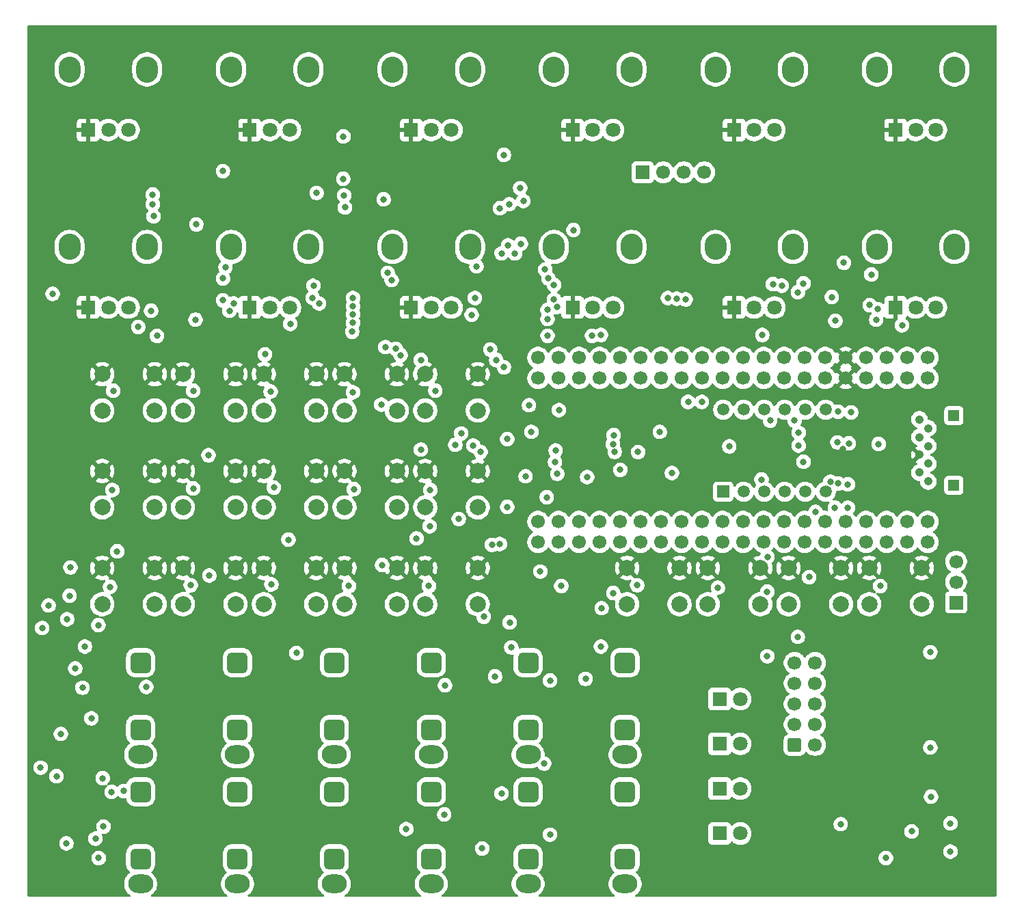
<source format=gbr>
%TF.GenerationSoftware,KiCad,Pcbnew,9.0.1*%
%TF.CreationDate,2025-08-18T10:47:35+01:00*%
%TF.ProjectId,dk2_06,646b325f-3036-42e6-9b69-6361645f7063,rev?*%
%TF.SameCoordinates,Original*%
%TF.FileFunction,Copper,L3,Inr*%
%TF.FilePolarity,Positive*%
%FSLAX46Y46*%
G04 Gerber Fmt 4.6, Leading zero omitted, Abs format (unit mm)*
G04 Created by KiCad (PCBNEW 9.0.1) date 2025-08-18 10:47:35*
%MOMM*%
%LPD*%
G01*
G04 APERTURE LIST*
G04 Aperture macros list*
%AMRoundRect*
0 Rectangle with rounded corners*
0 $1 Rounding radius*
0 $2 $3 $4 $5 $6 $7 $8 $9 X,Y pos of 4 corners*
0 Add a 4 corners polygon primitive as box body*
4,1,4,$2,$3,$4,$5,$6,$7,$8,$9,$2,$3,0*
0 Add four circle primitives for the rounded corners*
1,1,$1+$1,$2,$3*
1,1,$1+$1,$4,$5*
1,1,$1+$1,$6,$7*
1,1,$1+$1,$8,$9*
0 Add four rect primitives between the rounded corners*
20,1,$1+$1,$2,$3,$4,$5,0*
20,1,$1+$1,$4,$5,$6,$7,0*
20,1,$1+$1,$6,$7,$8,$9,0*
20,1,$1+$1,$8,$9,$2,$3,0*%
G04 Aperture macros list end*
%TA.AperFunction,ComponentPad*%
%ADD10C,2.000000*%
%TD*%
%TA.AperFunction,ComponentPad*%
%ADD11O,2.720000X3.240000*%
%TD*%
%TA.AperFunction,ComponentPad*%
%ADD12R,1.800000X1.800000*%
%TD*%
%TA.AperFunction,ComponentPad*%
%ADD13C,1.800000*%
%TD*%
%TA.AperFunction,ComponentPad*%
%ADD14O,3.100000X2.300000*%
%TD*%
%TA.AperFunction,ComponentPad*%
%ADD15RoundRect,0.650000X-0.650000X-0.650000X0.650000X-0.650000X0.650000X0.650000X-0.650000X0.650000X0*%
%TD*%
%TA.AperFunction,ComponentPad*%
%ADD16R,1.500000X1.500000*%
%TD*%
%TA.AperFunction,ComponentPad*%
%ADD17C,1.500000*%
%TD*%
%TA.AperFunction,ComponentPad*%
%ADD18C,1.050000*%
%TD*%
%TA.AperFunction,ComponentPad*%
%ADD19R,1.350000X1.350000*%
%TD*%
%TA.AperFunction,ComponentPad*%
%ADD20R,1.700000X1.700000*%
%TD*%
%TA.AperFunction,ComponentPad*%
%ADD21C,1.700000*%
%TD*%
%TA.AperFunction,ComponentPad*%
%ADD22RoundRect,0.250000X-0.600000X-0.600000X0.600000X-0.600000X0.600000X0.600000X-0.600000X0.600000X0*%
%TD*%
%TA.AperFunction,ViaPad*%
%ADD23C,0.800000*%
%TD*%
G04 APERTURE END LIST*
D10*
%TO.N,+3.3V*%
%TO.C,SW10*%
X119250000Y-95250000D03*
X125750000Y-95250000D03*
%TO.N,Net-(U5-D1)*%
X119250000Y-99750000D03*
X125750000Y-99750000D03*
%TD*%
%TO.N,+3.3V*%
%TO.C,SW8*%
X99250000Y-95250000D03*
X105750000Y-95250000D03*
%TO.N,Net-(U4-D7)*%
X99250000Y-99750000D03*
X105750000Y-99750000D03*
%TD*%
D11*
%TO.N,*%
%TO.C,RV3*%
X115200000Y-45500000D03*
X124800000Y-45500000D03*
D12*
%TO.N,+3.3V*%
X117500000Y-53000000D03*
D13*
%TO.N,Net-(U6-A2)*%
X120000000Y-53000000D03*
%TO.N,GND*%
X122500000Y-53000000D03*
%TD*%
D14*
%TO.N,GND*%
%TO.C,J1*%
X96000000Y-130400000D03*
D15*
%TO.N,TRIGGER_OUT_1_EURO*%
X96000000Y-119000000D03*
%TO.N,unconnected-(J1-PadTN)*%
X96000000Y-127300000D03*
%TD*%
D14*
%TO.N,GND*%
%TO.C,J12*%
X132000000Y-130400000D03*
D15*
%TO.N,Net-(J12-PadT)*%
X132000000Y-119000000D03*
%TO.N,GND*%
X132000000Y-127300000D03*
%TD*%
D11*
%TO.N,*%
%TO.C,RV8*%
X135200000Y-67500000D03*
X144800000Y-67500000D03*
D12*
%TO.N,+3.3V*%
X137500000Y-75000000D03*
D13*
%TO.N,Net-(U6-A7)*%
X140000000Y-75000000D03*
%TO.N,GND*%
X142500000Y-75000000D03*
%TD*%
D14*
%TO.N,GND*%
%TO.C,J11*%
X120000000Y-130400000D03*
D15*
%TO.N,Net-(J11-PadT)*%
X120000000Y-119000000D03*
%TO.N,GND*%
X120000000Y-127300000D03*
%TD*%
D10*
%TO.N,+3.3V*%
%TO.C,SW19*%
X174250000Y-107250000D03*
X180750000Y-107250000D03*
%TO.N,Net-(U10-D2)*%
X174250000Y-111750000D03*
X180750000Y-111750000D03*
%TD*%
D14*
%TO.N,GND*%
%TO.C,J9*%
X144000000Y-146400000D03*
D15*
%TO.N,EURO_OUT_2*%
X144000000Y-135000000D03*
%TO.N,unconnected-(J9-PadTN)*%
X144000000Y-143300000D03*
%TD*%
D11*
%TO.N,*%
%TO.C,RV4*%
X135200000Y-45500000D03*
X144800000Y-45500000D03*
D12*
%TO.N,+3.3V*%
X137500000Y-53000000D03*
D13*
%TO.N,Net-(U6-A3)*%
X140000000Y-53000000D03*
%TO.N,GND*%
X142500000Y-53000000D03*
%TD*%
D10*
%TO.N,+3.3V*%
%TO.C,SW3*%
X99250000Y-83250000D03*
X105750000Y-83250000D03*
%TO.N,Net-(U4-D2)*%
X99250000Y-87750000D03*
X105750000Y-87750000D03*
%TD*%
D11*
%TO.N,*%
%TO.C,RV1*%
X75200000Y-45500000D03*
X84800000Y-45500000D03*
D12*
%TO.N,+3.3V*%
X77500000Y-53000000D03*
D13*
%TO.N,Net-(U6-A0)*%
X80000000Y-53000000D03*
%TO.N,GND*%
X82500000Y-53000000D03*
%TD*%
D11*
%TO.N,*%
%TO.C,RV10*%
X175200000Y-45500000D03*
X184800000Y-45500000D03*
D12*
%TO.N,+3.3V*%
X177500000Y-53000000D03*
D13*
%TO.N,Net-(U9-A1)*%
X180000000Y-53000000D03*
%TO.N,GND*%
X182500000Y-53000000D03*
%TD*%
D14*
%TO.N,GND*%
%TO.C,J3*%
X84000000Y-130400000D03*
D15*
%TO.N,SYNC_IN_EURO*%
X84000000Y-119000000D03*
%TO.N,unconnected-(J3-PadTN)*%
X84000000Y-127300000D03*
%TD*%
D10*
%TO.N,+3.3V*%
%TO.C,SW9*%
X109250000Y-95250000D03*
X115750000Y-95250000D03*
%TO.N,Net-(U5-D0)*%
X109250000Y-99750000D03*
X115750000Y-99750000D03*
%TD*%
D14*
%TO.N,GND*%
%TO.C,J13*%
X120000000Y-146400000D03*
D15*
%TO.N,Net-(J13-PadT)*%
X120000000Y-135000000D03*
%TO.N,GND*%
X120000000Y-143300000D03*
%TD*%
D14*
%TO.N,GND*%
%TO.C,J14*%
X132000000Y-146400000D03*
D15*
%TO.N,Net-(J14-PadT)*%
X132000000Y-135000000D03*
%TO.N,GND*%
X132000000Y-143300000D03*
%TD*%
D10*
%TO.N,+3.3V*%
%TO.C,SW6*%
X79250000Y-95250000D03*
X85750000Y-95250000D03*
%TO.N,Net-(U4-D5)*%
X79250000Y-99750000D03*
X85750000Y-99750000D03*
%TD*%
D11*
%TO.N,*%
%TO.C,RV7*%
X115200000Y-67500000D03*
X124800000Y-67500000D03*
D12*
%TO.N,+3.3V*%
X117500000Y-75000000D03*
D13*
%TO.N,Net-(U6-A6)*%
X120000000Y-75000000D03*
%TO.N,GND*%
X122500000Y-75000000D03*
%TD*%
D10*
%TO.N,+3.3V*%
%TO.C,SW17*%
X154250000Y-107250000D03*
X160750000Y-107250000D03*
%TO.N,Net-(U10-D0)*%
X154250000Y-111750000D03*
X160750000Y-111750000D03*
%TD*%
%TO.N,+3.3V*%
%TO.C,SW1*%
X79250000Y-83250000D03*
X85750000Y-83250000D03*
%TO.N,Net-(U4-D0)*%
X79250000Y-87750000D03*
X85750000Y-87750000D03*
%TD*%
D16*
%TO.N,Net-(U3-e)*%
%TO.C,U3*%
X156150000Y-97810000D03*
D17*
%TO.N,Net-(U3-d)*%
X158690000Y-97810000D03*
%TO.N,Net-(U3-DPX)*%
X161230000Y-97810000D03*
%TO.N,Net-(U3-c)*%
X163770000Y-97810000D03*
%TO.N,Net-(U3-g)*%
X166310000Y-97810000D03*
%TO.N,Net-(U2-QD)*%
X168850000Y-97810000D03*
%TO.N,Net-(U3-b)*%
X168850000Y-87650000D03*
%TO.N,Net-(U2-QC)*%
X166310000Y-87650000D03*
%TO.N,Net-(U2-QB)*%
X163770000Y-87650000D03*
%TO.N,Net-(U3-f)*%
X161230000Y-87650000D03*
%TO.N,Net-(U3-a)*%
X158690000Y-87650000D03*
%TO.N,Net-(U2-QA)*%
X156150000Y-87650000D03*
%TD*%
D18*
%TO.N,unconnected-(J5-DAT2-Pad1)*%
%TO.C,J5*%
X181550000Y-96550000D03*
%TO.N,SD_CHIP_SELECT*%
X180450000Y-95450000D03*
%TO.N,SD_SERIAL_IN*%
X181550000Y-94350000D03*
%TO.N,+3.3V*%
X180450000Y-93250000D03*
%TO.N,SD_CLOCK*%
X181550000Y-92150000D03*
%TO.N,GND*%
X180450000Y-91050000D03*
%TO.N,SD_SERIAL_OUT*%
X181550000Y-89950000D03*
%TO.N,unconnected-(J5-DAT1-Pad8)*%
X180450000Y-88850000D03*
D19*
%TO.N,GND*%
X184720000Y-97000000D03*
X184720000Y-88400000D03*
%TD*%
D12*
%TO.N,GND*%
%TO.C,D3*%
X155725000Y-134600000D03*
D13*
%TO.N,Net-(D3-A)*%
X158265000Y-134600000D03*
%TD*%
D11*
%TO.N,*%
%TO.C,RV11*%
X155200000Y-67500000D03*
X164800000Y-67500000D03*
D12*
%TO.N,+3.3V*%
X157500000Y-75000000D03*
D13*
%TO.N,Net-(U9-A2)*%
X160000000Y-75000000D03*
%TO.N,GND*%
X162500000Y-75000000D03*
%TD*%
D11*
%TO.N,*%
%TO.C,RV9*%
X155200000Y-45500000D03*
X164800000Y-45500000D03*
D12*
%TO.N,+3.3V*%
X157500000Y-53000000D03*
D13*
%TO.N,Net-(U9-A0)*%
X160000000Y-53000000D03*
%TO.N,GND*%
X162500000Y-53000000D03*
%TD*%
D14*
%TO.N,GND*%
%TO.C,J6*%
X96000000Y-146400000D03*
D15*
%TO.N,TRIGGER_OUT_3_EURO*%
X96000000Y-135000000D03*
%TO.N,unconnected-(J6-PadTN)*%
X96000000Y-143300000D03*
%TD*%
D10*
%TO.N,+3.3V*%
%TO.C,SW15*%
X119250000Y-107250000D03*
X125750000Y-107250000D03*
%TO.N,Net-(U5-D6)*%
X119250000Y-111750000D03*
X125750000Y-111750000D03*
%TD*%
%TO.N,+3.3V*%
%TO.C,SW13*%
X99250000Y-107250000D03*
X105750000Y-107250000D03*
%TO.N,Net-(U5-D4)*%
X99250000Y-111750000D03*
X105750000Y-111750000D03*
%TD*%
%TO.N,+3.3V*%
%TO.C,SW18*%
X164250000Y-107250000D03*
X170750000Y-107250000D03*
%TO.N,Net-(U10-D1)*%
X164250000Y-111750000D03*
X170750000Y-111750000D03*
%TD*%
%TO.N,+3.3V*%
%TO.C,SW11*%
X79250000Y-107250000D03*
X85750000Y-107250000D03*
%TO.N,Net-(U5-D2)*%
X79250000Y-111750000D03*
X85750000Y-111750000D03*
%TD*%
%TO.N,+3.3V*%
%TO.C,SW2*%
X89250000Y-83250000D03*
X95750000Y-83250000D03*
%TO.N,Net-(U4-D1)*%
X89250000Y-87750000D03*
X95750000Y-87750000D03*
%TD*%
%TO.N,+3.3V*%
%TO.C,SW7*%
X89250000Y-95250000D03*
X95750000Y-95250000D03*
%TO.N,Net-(U4-D6)*%
X89250000Y-99750000D03*
X95750000Y-99750000D03*
%TD*%
D12*
%TO.N,GND*%
%TO.C,D2*%
X155725000Y-129050000D03*
D13*
%TO.N,Net-(D2-A)*%
X158265000Y-129050000D03*
%TD*%
D12*
%TO.N,GND*%
%TO.C,D1*%
X155725000Y-123500000D03*
D13*
%TO.N,Net-(D1-A)*%
X158265000Y-123500000D03*
%TD*%
D14*
%TO.N,GND*%
%TO.C,J4*%
X144000000Y-130400000D03*
D15*
%TO.N,EURO_OUT_1*%
X144000000Y-119000000D03*
%TO.N,unconnected-(J4-PadTN)*%
X144000000Y-127300000D03*
%TD*%
D10*
%TO.N,+3.3V*%
%TO.C,SW12*%
X89250000Y-107250000D03*
X95750000Y-107250000D03*
%TO.N,Net-(U5-D3)*%
X89250000Y-111750000D03*
X95750000Y-111750000D03*
%TD*%
D12*
%TO.N,GND*%
%TO.C,D4*%
X155725000Y-140150000D03*
D13*
%TO.N,Net-(D4-A)*%
X158265000Y-140150000D03*
%TD*%
D10*
%TO.N,+3.3V*%
%TO.C,SW4*%
X109250000Y-83250000D03*
X115750000Y-83250000D03*
%TO.N,Net-(U4-D3)*%
X109250000Y-87750000D03*
X115750000Y-87750000D03*
%TD*%
D11*
%TO.N,*%
%TO.C,RV12*%
X175200000Y-67500000D03*
X184800000Y-67500000D03*
D12*
%TO.N,+3.3V*%
X177500000Y-75000000D03*
D13*
%TO.N,Net-(U9-A3)*%
X180000000Y-75000000D03*
%TO.N,GND*%
X182500000Y-75000000D03*
%TD*%
D14*
%TO.N,GND*%
%TO.C,J7*%
X108000000Y-146400000D03*
D15*
%TO.N,TRIGGER_OUT_4_EURO*%
X108000000Y-135000000D03*
%TO.N,unconnected-(J7-PadTN)*%
X108000000Y-143300000D03*
%TD*%
D11*
%TO.N,*%
%TO.C,RV6*%
X95200000Y-67500000D03*
X104800000Y-67500000D03*
D12*
%TO.N,+3.3V*%
X97500000Y-75000000D03*
D13*
%TO.N,Net-(U6-A5)*%
X100000000Y-75000000D03*
%TO.N,GND*%
X102500000Y-75000000D03*
%TD*%
D14*
%TO.N,GND*%
%TO.C,J2*%
X108000000Y-130400000D03*
D15*
%TO.N,TRIGGER_OUT_2_EURO*%
X108000000Y-119000000D03*
%TO.N,unconnected-(J2-PadTN)*%
X108000000Y-127300000D03*
%TD*%
D11*
%TO.N,*%
%TO.C,RV5*%
X75200000Y-67500000D03*
X84800000Y-67500000D03*
D12*
%TO.N,+3.3V*%
X77500000Y-75000000D03*
D13*
%TO.N,Net-(U6-A4)*%
X80000000Y-75000000D03*
%TO.N,GND*%
X82500000Y-75000000D03*
%TD*%
D10*
%TO.N,+3.3V*%
%TO.C,SW5*%
X119250000Y-83250000D03*
X125750000Y-83250000D03*
%TO.N,Net-(U4-D4)*%
X119250000Y-87750000D03*
X125750000Y-87750000D03*
%TD*%
D11*
%TO.N,*%
%TO.C,RV2*%
X95200000Y-45500000D03*
X104800000Y-45500000D03*
D12*
%TO.N,+3.3V*%
X97500000Y-53000000D03*
D13*
%TO.N,Net-(U6-A1)*%
X100000000Y-53000000D03*
%TO.N,GND*%
X102500000Y-53000000D03*
%TD*%
D10*
%TO.N,+3.3V*%
%TO.C,SW16*%
X144250000Y-107250000D03*
X150750000Y-107250000D03*
%TO.N,Net-(U5-D7)*%
X144250000Y-111750000D03*
X150750000Y-111750000D03*
%TD*%
D14*
%TO.N,GND*%
%TO.C,J8*%
X84000000Y-146400000D03*
D15*
%TO.N,SYNC_OUT_EURO*%
X84000000Y-135000000D03*
%TO.N,unconnected-(J8-PadTN)*%
X84000000Y-143300000D03*
%TD*%
D10*
%TO.N,+3.3V*%
%TO.C,SW14*%
X109250000Y-107250000D03*
X115750000Y-107250000D03*
%TO.N,Net-(U5-D5)*%
X109250000Y-111750000D03*
X115750000Y-111750000D03*
%TD*%
D20*
%TO.N,SERIAL_TX*%
%TO.C,J10*%
X185000000Y-111540000D03*
D21*
%TO.N,GND*%
X185000000Y-109000000D03*
%TO.N,SERIAL_RX*%
X185000000Y-106460000D03*
%TD*%
D22*
%TO.N,-12V*%
%TO.C,J16*%
X165000000Y-129180000D03*
D21*
X167540000Y-129180000D03*
%TO.N,GND*%
X165000000Y-126640000D03*
X167540000Y-126640000D03*
X165000000Y-124100000D03*
X167540000Y-124100000D03*
X165000000Y-121560000D03*
X167540000Y-121560000D03*
%TO.N,+12V*%
X165000000Y-119020000D03*
X167540000Y-119020000D03*
%TD*%
D20*
%TO.N,Net-(J15-Pin_1)*%
%TO.C,J15*%
X146190000Y-58250000D03*
D21*
%TO.N,Net-(J15-Pin_2)*%
X148730000Y-58250000D03*
%TO.N,Net-(J15-Pin_3)*%
X151270000Y-58250000D03*
%TO.N,Net-(J15-Pin_4)*%
X153810000Y-58250000D03*
%TD*%
%TO.N,SERIAL_TX*%
%TO.C,A1*%
X181490000Y-104070000D03*
X181490000Y-101530000D03*
%TO.N,SERIAL_RX*%
X178950000Y-104070000D03*
X178950000Y-101530000D03*
%TO.N,GND*%
X176410000Y-104070000D03*
X176410000Y-101530000D03*
%TO.N,SD_CLOCK*%
X173870000Y-104070000D03*
X173870000Y-101530000D03*
%TO.N,SD_SERIAL_IN*%
X171330000Y-104070000D03*
X171330000Y-101530000D03*
%TO.N,SD_SERIAL_OUT*%
X168790000Y-104070000D03*
X168790000Y-101530000D03*
%TO.N,SD_CHIP_SELECT*%
X166250000Y-104070000D03*
X166250000Y-101530000D03*
%TO.N,GND*%
X163710000Y-104070000D03*
X163710000Y-101530000D03*
%TO.N,595_DATA*%
X161170000Y-104070000D03*
X161170000Y-101530000D03*
%TO.N,595_CLOCK*%
X158630000Y-104070000D03*
X158630000Y-101530000D03*
%TO.N,595_LATCH*%
X156090000Y-104070000D03*
X156090000Y-101530000D03*
%TO.N,DAC_DOUT*%
X153550000Y-104070000D03*
X153550000Y-101530000D03*
%TO.N,GND*%
X151010000Y-104070000D03*
X151010000Y-101530000D03*
%TO.N,DAC_BCLK*%
X148470000Y-104070000D03*
X148470000Y-101530000D03*
%TO.N,DAC_LRC*%
X145930000Y-104070000D03*
X145930000Y-101530000D03*
%TO.N,165_LOAD*%
X143390000Y-104070000D03*
X143390000Y-101530000D03*
%TO.N,165_CLOCK*%
X140850000Y-104070000D03*
X140850000Y-101530000D03*
%TO.N,GND*%
X138310000Y-104070000D03*
X138310000Y-101530000D03*
%TO.N,165_DATA*%
X135770000Y-104070000D03*
X135770000Y-101530000D03*
%TO.N,TRIGGER_OUT_1*%
X133230000Y-104070000D03*
X133230000Y-101530000D03*
%TO.N,SYNC_IN*%
X133230000Y-83750000D03*
X133230000Y-81210000D03*
%TO.N,SYNC_OUT*%
X135770000Y-83750000D03*
X135770000Y-81210000D03*
%TO.N,GND*%
X138310000Y-83750000D03*
X138310000Y-81210000D03*
%TO.N,TRIGGER_OUT_4*%
X140850000Y-83750000D03*
X140850000Y-81210000D03*
%TO.N,4051_ADDRESS_A*%
X143390000Y-83750000D03*
X143390000Y-81210000D03*
%TO.N,4051_ADDRESS_B*%
X145930000Y-83750000D03*
X145930000Y-81210000D03*
%TO.N,4051_ADDRESS_C*%
X148470000Y-83750000D03*
X148470000Y-81210000D03*
%TO.N,GND*%
X151010000Y-83750000D03*
X151010000Y-81210000D03*
%TO.N,TRIGGER_OUT_3*%
X153550000Y-83750000D03*
X153550000Y-81210000D03*
%TO.N,unconnected-(A1-RUN-Pad30)_1*%
X156090000Y-83750000D03*
%TO.N,unconnected-(A1-RUN-Pad30)*%
X156090000Y-81210000D03*
%TO.N,4051_READING_0*%
X158630000Y-83750000D03*
X158630000Y-81210000D03*
%TO.N,4051_READING_1*%
X161170000Y-83750000D03*
X161170000Y-81210000D03*
%TO.N,GND*%
X163710000Y-83750000D03*
X163710000Y-81210000D03*
%TO.N,TRIGGER_OUT_2*%
X166250000Y-83750000D03*
X166250000Y-81210000D03*
%TO.N,unconnected-(A1-ADC_VREF-Pad35)_1*%
X168790000Y-83750000D03*
%TO.N,unconnected-(A1-ADC_VREF-Pad35)*%
X168790000Y-81210000D03*
%TO.N,+3.3V*%
X171330000Y-83750000D03*
X171330000Y-81210000D03*
%TO.N,unconnected-(A1-3V3_EN-Pad37)_1*%
X173870000Y-83750000D03*
%TO.N,unconnected-(A1-3V3_EN-Pad37)*%
X173870000Y-81210000D03*
%TO.N,GND*%
X176410000Y-83750000D03*
X176410000Y-81210000D03*
%TO.N,+5V*%
X178950000Y-83750000D03*
X178950000Y-81210000D03*
%TO.N,unconnected-(A1-VBUS-Pad40)*%
X181490000Y-83750000D03*
%TO.N,unconnected-(A1-VBUS-Pad40)_1*%
X181490000Y-81210000D03*
%TD*%
D23*
%TO.N,CV_IN_3*%
X131100000Y-67100000D03*
X131400000Y-61800000D03*
X128700000Y-135200000D03*
X126100000Y-92900000D03*
%TO.N,GND*%
X90500000Y-85300000D03*
X110400000Y-97500000D03*
X179500000Y-139900000D03*
X142540619Y-110359594D03*
X119875000Y-97600000D03*
X181800000Y-117700000D03*
X136100000Y-109500000D03*
X125600000Y-69900000D03*
X181800000Y-129500000D03*
X181900000Y-135600000D03*
X145600000Y-92900000D03*
X114300000Y-79900000D03*
X120500000Y-85300000D03*
X86025000Y-78500000D03*
X119700000Y-109500000D03*
X184300000Y-138900000D03*
X184300000Y-142400000D03*
X90500000Y-97400000D03*
X80600000Y-85300000D03*
X90200000Y-109400000D03*
X155500000Y-109700000D03*
X149800000Y-95500000D03*
X84700000Y-122000000D03*
X100200000Y-109300000D03*
X80200000Y-109600000D03*
X172000000Y-88000000D03*
X175600000Y-109500000D03*
X139300000Y-96000000D03*
X169600000Y-73700000D03*
X176300000Y-143200000D03*
X77900000Y-125900000D03*
X145500000Y-109400000D03*
X166100000Y-94100000D03*
X170700000Y-139000000D03*
X109800000Y-109500000D03*
X114100000Y-61600000D03*
X100500000Y-97300000D03*
X100100000Y-85400000D03*
X134300000Y-98500000D03*
X105400000Y-72300000D03*
X166796991Y-108398002D03*
X90900000Y-64700000D03*
X80500000Y-97600000D03*
X129400000Y-99700000D03*
X110300000Y-85500000D03*
X77100000Y-117000000D03*
X148300000Y-90400000D03*
X79400000Y-139300000D03*
%TO.N,CV_IN_4*%
X129649000Y-62200000D03*
X121600000Y-137800000D03*
X129500000Y-67300000D03*
X122975000Y-92000000D03*
%TO.N,+12V*%
X80400000Y-135000000D03*
X76800000Y-122100000D03*
X78800000Y-143200000D03*
X161600000Y-118200000D03*
%TO.N,595_DATA*%
X166100000Y-72000000D03*
%TO.N,595_CLOCK*%
X170400000Y-87900000D03*
X170050000Y-76650000D03*
X170300000Y-91700000D03*
%TO.N,595_LATCH*%
X171700000Y-91824000D03*
%TO.N,165_LOAD*%
X94500000Y-70000000D03*
X114600000Y-70700000D03*
X141000000Y-78400000D03*
X134100000Y-70300000D03*
%TO.N,165_CLOCK*%
X139900000Y-78500000D03*
X134500000Y-71400000D03*
X94200000Y-71400000D03*
X115100000Y-71600000D03*
%TO.N,165_DATA*%
X129000000Y-82400000D03*
%TO.N,+5V*%
X123400000Y-101200000D03*
X165400000Y-115800000D03*
%TO.N,4051_ADDRESS_A*%
X85500000Y-61000000D03*
X105800000Y-60800000D03*
%TO.N,4051_ADDRESS_B*%
X85500000Y-62200000D03*
X109200000Y-61100000D03*
%TO.N,4051_ADDRESS_C*%
X85600000Y-63700000D03*
X109300000Y-62600000D03*
%TO.N,4051_READING_0*%
X116200000Y-80900000D03*
%TO.N,4051_READING_1*%
X161000000Y-78400000D03*
X125000000Y-75900000D03*
%TO.N,+3.3VDAC*%
X143400000Y-95100000D03*
X142587347Y-90812653D03*
%TO.N,Net-(U2-QF)*%
X171600000Y-96900000D03*
X170000000Y-99800000D03*
%TO.N,Net-(U2-QG)*%
X167600000Y-100300000D03*
X170400000Y-96800000D03*
%TO.N,Net-(U2-QH)*%
X169422826Y-96587553D03*
X171600000Y-99800000D03*
%TO.N,Net-(U2-QA)*%
X175400000Y-91900000D03*
X156900000Y-92200000D03*
%TO.N,LINE_OUT_L*%
X129700000Y-114000000D03*
X131675000Y-95900000D03*
%TO.N,LINE_OUT_R*%
X135600000Y-95600000D03*
X141103436Y-112243249D03*
%TO.N,-12V*%
X75900000Y-119700000D03*
X116900000Y-139600000D03*
X126300000Y-142000000D03*
X133975000Y-131500000D03*
X78400000Y-140800000D03*
X71600000Y-132000000D03*
X133500000Y-107700000D03*
%TO.N,CV_IN_1*%
X127900000Y-120700000D03*
X125200000Y-92100000D03*
X131000000Y-60200000D03*
X130375000Y-68300000D03*
%TO.N,CV_IN_2*%
X128500000Y-62700000D03*
X123700000Y-90600000D03*
X128700000Y-68300000D03*
X121700000Y-121800000D03*
%TO.N,DAC_BCLK*%
X151800000Y-86700000D03*
%TO.N,TRIGGER_OUT_1*%
X118175999Y-103601304D03*
X74900000Y-113613347D03*
X119800000Y-102100000D03*
X75200000Y-110700000D03*
%TO.N,DAC_DOUT*%
X153500000Y-86700000D03*
%TO.N,TRIGGER_OUT_2*%
X165400000Y-73100000D03*
X73100000Y-73300000D03*
%TO.N,TRIGGER_OUT_3*%
X139100000Y-121000000D03*
X81100000Y-105200000D03*
X74117920Y-127817493D03*
%TO.N,TRIGGER_OUT_4*%
X81900000Y-134900000D03*
X92500000Y-108200000D03*
X129400000Y-91300000D03*
X126500000Y-113300000D03*
%TO.N,SYNC_OUT*%
X74804114Y-141375001D03*
X134700000Y-140300000D03*
X135800000Y-87700000D03*
X134700000Y-121200000D03*
X132400000Y-90400000D03*
%TO.N,+3.3V*%
X170980667Y-92518670D03*
X122700000Y-136800000D03*
X105900000Y-71200000D03*
X127500000Y-68700000D03*
X87800000Y-53200000D03*
X105600000Y-53600000D03*
X86800000Y-124900000D03*
X122900000Y-120500000D03*
X85700000Y-70800000D03*
%TO.N,SYNC_IN*%
X132100000Y-87100000D03*
X129900000Y-117100000D03*
%TO.N,Net-(U5-D0)*%
X110200000Y-78000000D03*
%TO.N,Net-(J15-Pin_1)*%
X135200000Y-72200000D03*
%TO.N,Net-(U5-D1)*%
X118700000Y-92600000D03*
X110300000Y-76900000D03*
%TO.N,Net-(U5-D2)*%
X106100000Y-74500000D03*
%TO.N,Net-(U5-D3)*%
X105300000Y-73825000D03*
%TO.N,Net-(U5-D4)*%
X110300000Y-73825000D03*
%TO.N,Net-(U5-D5)*%
X110300000Y-74825003D03*
%TO.N,Net-(U5-D6)*%
X110300000Y-75825006D03*
X113900000Y-106900000D03*
%TO.N,/Shift register in 1/DATA_OUT*%
X99400000Y-80800000D03*
X102537347Y-77037347D03*
%TO.N,Net-(J15-Pin_3)*%
X134400000Y-75300000D03*
X150400000Y-73900000D03*
%TO.N,Net-(J15-Pin_2)*%
X135200000Y-74000000D03*
X149300000Y-73825000D03*
%TO.N,/Shift register in 2/DATA_OUT*%
X118700000Y-81500000D03*
X115600000Y-80100000D03*
%TO.N,Net-(J15-Pin_4)*%
X151500000Y-74000000D03*
X134400000Y-76424000D03*
%TO.N,Net-(U1-QG)*%
X175100000Y-76500000D03*
X165500000Y-90500000D03*
%TO.N,12V DETECTION*%
X141000000Y-117000000D03*
X134400000Y-78500000D03*
X125400000Y-73825000D03*
X135549001Y-74937125D03*
%TO.N,Net-(U1-QH)*%
X163400000Y-72300000D03*
X178300000Y-77200000D03*
%TO.N,Net-(U1-QB)*%
X165000000Y-89000000D03*
X175300000Y-75200000D03*
%TO.N,Net-(U1-QC)*%
X174500000Y-70900000D03*
X165500000Y-92100000D03*
%TO.N,Net-(U1-QD)*%
X160900000Y-96300000D03*
X171100000Y-69449000D03*
%TO.N,Net-(U1-QF)*%
X174300000Y-74700000D03*
X161969000Y-89000000D03*
%TO.N,Net-(U4-D0)*%
X83700000Y-77400000D03*
%TO.N,Net-(U4-D1)*%
X85300000Y-75400000D03*
%TO.N,Net-(U4-D2)*%
X95500000Y-74500000D03*
%TO.N,Net-(U4-D4)*%
X113800000Y-87025000D03*
%TO.N,Net-(U4-D5)*%
X94200000Y-74100000D03*
%TO.N,Net-(U4-D6)*%
X95000000Y-75400000D03*
%TO.N,Net-(U4-D7)*%
X90800000Y-76506000D03*
X92400000Y-93300000D03*
%TO.N,Net-(U10-D1)*%
X127500000Y-104400000D03*
X127300000Y-80200000D03*
X161600000Y-110200000D03*
%TO.N,Net-(R66-Pad1)*%
X103300000Y-117800000D03*
X75300000Y-107200000D03*
X102300000Y-103750000D03*
X72600000Y-111900000D03*
%TO.N,Net-(R67-Pad1)*%
X71800000Y-114700000D03*
X78761653Y-114338347D03*
%TO.N,Net-(R72-Pad1)*%
X79300000Y-133300000D03*
X73569258Y-133050000D03*
%TO.N,Net-(U10-D2)*%
X128025000Y-81500000D03*
X128500000Y-104300000D03*
X161621000Y-105900000D03*
%TO.N,Net-(U14-OUTL)*%
X142716931Y-92876189D03*
X135316566Y-94118741D03*
%TO.N,Net-(U14-OUTR)*%
X142500000Y-91900000D03*
X135400000Y-92700000D03*
%TO.N,Net-(U6-A7)*%
X94200000Y-58100000D03*
X137600000Y-65400000D03*
%TO.N,Net-(U9-A2)*%
X162300000Y-72100000D03*
X109113481Y-53798225D03*
%TO.N,Net-(U9-A3)*%
X129000000Y-56100000D03*
X109100000Y-59061000D03*
%TD*%
%TA.AperFunction,Conductor*%
%TO.N,+3.3V*%
G36*
X170864075Y-81402993D02*
G01*
X170929901Y-81517007D01*
X171022993Y-81610099D01*
X171137007Y-81675925D01*
X171200591Y-81692962D01*
X170599971Y-82293581D01*
X170678711Y-82410895D01*
X170679920Y-82414729D01*
X170682844Y-82417491D01*
X170690343Y-82447778D01*
X170699727Y-82477529D01*
X170698671Y-82481408D01*
X170699638Y-82485312D01*
X170689573Y-82514844D01*
X170681383Y-82544947D01*
X170678397Y-82547640D01*
X170677100Y-82551447D01*
X170632051Y-82590483D01*
X170622440Y-82595380D01*
X170568282Y-82634727D01*
X170568282Y-82634728D01*
X171200591Y-83267037D01*
X171137007Y-83284075D01*
X171022993Y-83349901D01*
X170929901Y-83442993D01*
X170864075Y-83557007D01*
X170847037Y-83620591D01*
X170214728Y-82988282D01*
X170214727Y-82988282D01*
X170175380Y-83042440D01*
X170175376Y-83042446D01*
X170170760Y-83051505D01*
X170122781Y-83102297D01*
X170054959Y-83119087D01*
X169988826Y-83096543D01*
X169949794Y-83051493D01*
X169945051Y-83042184D01*
X169945049Y-83042181D01*
X169945048Y-83042179D01*
X169820109Y-82870213D01*
X169669786Y-82719890D01*
X169497820Y-82594951D01*
X169497115Y-82594591D01*
X169489054Y-82590485D01*
X169438259Y-82542512D01*
X169421463Y-82474692D01*
X169443999Y-82408556D01*
X169489054Y-82369515D01*
X169497816Y-82365051D01*
X169581340Y-82304368D01*
X169669786Y-82240109D01*
X169669788Y-82240106D01*
X169669792Y-82240104D01*
X169820104Y-82089792D01*
X169820106Y-82089788D01*
X169820109Y-82089786D01*
X169904624Y-81973459D01*
X169945051Y-81917816D01*
X169949793Y-81908508D01*
X169997763Y-81857711D01*
X170065583Y-81840911D01*
X170131719Y-81863445D01*
X170170763Y-81908500D01*
X170175373Y-81917547D01*
X170214728Y-81971716D01*
X170847037Y-81339408D01*
X170864075Y-81402993D01*
G37*
%TD.AperFunction*%
%TA.AperFunction,Conductor*%
G36*
X172445270Y-81971717D02*
G01*
X172445270Y-81971716D01*
X172484622Y-81917555D01*
X172489232Y-81908507D01*
X172537205Y-81857709D01*
X172605025Y-81840912D01*
X172671161Y-81863447D01*
X172710204Y-81908504D01*
X172714949Y-81917817D01*
X172839890Y-82089786D01*
X172990213Y-82240109D01*
X173162182Y-82365050D01*
X173170946Y-82369516D01*
X173221742Y-82417491D01*
X173238536Y-82485312D01*
X173215998Y-82551447D01*
X173170946Y-82590484D01*
X173162182Y-82594949D01*
X172990213Y-82719890D01*
X172839890Y-82870213D01*
X172714949Y-83042182D01*
X172710202Y-83051499D01*
X172662227Y-83102293D01*
X172594405Y-83119087D01*
X172528271Y-83096548D01*
X172489234Y-83051495D01*
X172484626Y-83042452D01*
X172445270Y-82988282D01*
X172445269Y-82988282D01*
X171812962Y-83620590D01*
X171795925Y-83557007D01*
X171730099Y-83442993D01*
X171637007Y-83349901D01*
X171522993Y-83284075D01*
X171459409Y-83267037D01*
X172091716Y-82634728D01*
X172037550Y-82595375D01*
X172027954Y-82590486D01*
X171977157Y-82542512D01*
X171960361Y-82474692D01*
X171982897Y-82408556D01*
X172027954Y-82369514D01*
X172037554Y-82364622D01*
X172091716Y-82325270D01*
X172091717Y-82325270D01*
X171459408Y-81692962D01*
X171522993Y-81675925D01*
X171637007Y-81610099D01*
X171730099Y-81517007D01*
X171795925Y-81402993D01*
X171812962Y-81339408D01*
X172445270Y-81971717D01*
G37*
%TD.AperFunction*%
%TA.AperFunction,Conductor*%
G36*
X189942539Y-40020185D02*
G01*
X189988294Y-40072989D01*
X189999500Y-40124500D01*
X189999500Y-147875500D01*
X189979815Y-147942539D01*
X189927011Y-147988294D01*
X189875500Y-147999500D01*
X145388109Y-147999500D01*
X145321070Y-147979815D01*
X145275315Y-147927011D01*
X145265371Y-147857853D01*
X145294396Y-147794297D01*
X145315223Y-147775182D01*
X145318340Y-147772917D01*
X145475229Y-147658931D01*
X145658931Y-147475229D01*
X145811634Y-147265051D01*
X145929579Y-147033572D01*
X146009860Y-146786493D01*
X146032539Y-146643298D01*
X146050500Y-146529902D01*
X146050500Y-146270097D01*
X146028947Y-146134021D01*
X146009860Y-146013507D01*
X145929579Y-145766428D01*
X145929577Y-145766425D01*
X145929577Y-145766423D01*
X145886787Y-145682445D01*
X145811634Y-145534949D01*
X145658931Y-145324771D01*
X145475229Y-145141069D01*
X145475225Y-145141066D01*
X145361086Y-145058139D01*
X145318420Y-145002809D01*
X145312441Y-144933196D01*
X145345047Y-144871401D01*
X145363895Y-144855521D01*
X145375355Y-144847670D01*
X145388142Y-144838911D01*
X145538911Y-144688142D01*
X145659409Y-144512237D01*
X145745532Y-144317185D01*
X145794349Y-144109630D01*
X145800500Y-144021012D01*
X145800500Y-143111304D01*
X175399500Y-143111304D01*
X175399500Y-143288695D01*
X175434103Y-143462658D01*
X175434106Y-143462667D01*
X175501983Y-143626540D01*
X175501990Y-143626553D01*
X175600535Y-143774034D01*
X175600538Y-143774038D01*
X175725961Y-143899461D01*
X175725965Y-143899464D01*
X175873446Y-143998009D01*
X175873459Y-143998016D01*
X175928985Y-144021015D01*
X176037334Y-144065894D01*
X176037336Y-144065894D01*
X176037341Y-144065896D01*
X176211304Y-144100499D01*
X176211307Y-144100500D01*
X176211309Y-144100500D01*
X176388693Y-144100500D01*
X176388694Y-144100499D01*
X176446682Y-144088964D01*
X176562658Y-144065896D01*
X176562661Y-144065894D01*
X176562666Y-144065894D01*
X176726547Y-143998013D01*
X176874035Y-143899464D01*
X176999464Y-143774035D01*
X177098013Y-143626547D01*
X177165894Y-143462666D01*
X177200500Y-143288691D01*
X177200500Y-143111309D01*
X177200500Y-143111306D01*
X177200499Y-143111304D01*
X177165896Y-142937341D01*
X177165893Y-142937332D01*
X177098016Y-142773459D01*
X177098009Y-142773446D01*
X176999464Y-142625965D01*
X176999461Y-142625961D01*
X176874038Y-142500538D01*
X176874034Y-142500535D01*
X176736024Y-142408319D01*
X176736023Y-142408318D01*
X176726554Y-142401991D01*
X176726540Y-142401983D01*
X176562667Y-142334106D01*
X176562658Y-142334103D01*
X176448038Y-142311304D01*
X183399500Y-142311304D01*
X183399500Y-142488695D01*
X183434103Y-142662658D01*
X183434106Y-142662667D01*
X183501983Y-142826540D01*
X183501990Y-142826553D01*
X183600535Y-142974034D01*
X183600538Y-142974038D01*
X183725961Y-143099461D01*
X183725965Y-143099464D01*
X183873446Y-143198009D01*
X183873459Y-143198016D01*
X183996363Y-143248923D01*
X184037334Y-143265894D01*
X184037336Y-143265894D01*
X184037341Y-143265896D01*
X184211304Y-143300499D01*
X184211307Y-143300500D01*
X184211309Y-143300500D01*
X184388693Y-143300500D01*
X184388694Y-143300499D01*
X184448058Y-143288691D01*
X184562658Y-143265896D01*
X184562661Y-143265894D01*
X184562666Y-143265894D01*
X184726547Y-143198013D01*
X184874035Y-143099464D01*
X184999464Y-142974035D01*
X185098013Y-142826547D01*
X185165894Y-142662666D01*
X185173195Y-142625965D01*
X185200499Y-142488695D01*
X185200500Y-142488693D01*
X185200500Y-142311306D01*
X185200499Y-142311304D01*
X185165896Y-142137341D01*
X185165893Y-142137332D01*
X185098016Y-141973459D01*
X185098009Y-141973446D01*
X184999464Y-141825965D01*
X184999461Y-141825961D01*
X184874038Y-141700538D01*
X184874034Y-141700535D01*
X184726553Y-141601990D01*
X184726540Y-141601983D01*
X184562667Y-141534106D01*
X184562658Y-141534103D01*
X184388694Y-141499500D01*
X184388691Y-141499500D01*
X184211309Y-141499500D01*
X184211306Y-141499500D01*
X184037341Y-141534103D01*
X184037332Y-141534106D01*
X183873459Y-141601983D01*
X183873446Y-141601990D01*
X183725965Y-141700535D01*
X183725961Y-141700538D01*
X183600538Y-141825961D01*
X183600535Y-141825965D01*
X183501990Y-141973446D01*
X183501983Y-141973459D01*
X183434106Y-142137332D01*
X183434103Y-142137341D01*
X183399500Y-142311304D01*
X176448038Y-142311304D01*
X176388694Y-142299500D01*
X176388691Y-142299500D01*
X176211309Y-142299500D01*
X176211306Y-142299500D01*
X176037341Y-142334103D01*
X176037332Y-142334106D01*
X175873459Y-142401983D01*
X175873446Y-142401990D01*
X175725965Y-142500535D01*
X175725961Y-142500538D01*
X175600538Y-142625961D01*
X175600535Y-142625965D01*
X175501990Y-142773446D01*
X175501983Y-142773459D01*
X175434106Y-142937332D01*
X175434103Y-142937341D01*
X175399500Y-143111304D01*
X145800500Y-143111304D01*
X145800500Y-142578988D01*
X145800156Y-142574038D01*
X145797766Y-142539602D01*
X145794349Y-142490370D01*
X145794347Y-142490364D01*
X145794347Y-142490359D01*
X145745534Y-142282823D01*
X145745532Y-142282817D01*
X145745532Y-142282815D01*
X145659409Y-142087763D01*
X145538911Y-141911858D01*
X145538906Y-141911852D01*
X145388147Y-141761093D01*
X145388141Y-141761088D01*
X145299692Y-141700499D01*
X145212237Y-141640591D01*
X145017185Y-141554468D01*
X145017183Y-141554467D01*
X145017182Y-141554467D01*
X145017176Y-141554465D01*
X144809640Y-141505652D01*
X144809624Y-141505650D01*
X144721016Y-141499500D01*
X144721012Y-141499500D01*
X143278988Y-141499500D01*
X143278984Y-141499500D01*
X143190375Y-141505650D01*
X143190359Y-141505652D01*
X142982823Y-141554465D01*
X142982817Y-141554467D01*
X142939804Y-141573459D01*
X142794386Y-141637667D01*
X142787761Y-141640592D01*
X142611858Y-141761088D01*
X142611852Y-141761093D01*
X142461093Y-141911852D01*
X142461088Y-141911858D01*
X142349702Y-142074462D01*
X142340591Y-142087763D01*
X142318700Y-142137341D01*
X142254467Y-142282817D01*
X142254465Y-142282823D01*
X142205652Y-142490359D01*
X142205650Y-142490375D01*
X142199500Y-142578984D01*
X142199500Y-144021015D01*
X142205650Y-144109624D01*
X142205652Y-144109640D01*
X142254465Y-144317176D01*
X142254467Y-144317182D01*
X142254468Y-144317185D01*
X142340591Y-144512237D01*
X142340592Y-144512238D01*
X142461088Y-144688141D01*
X142461093Y-144688147D01*
X142611852Y-144838906D01*
X142611860Y-144838913D01*
X142636106Y-144855522D01*
X142680288Y-144909648D01*
X142688194Y-144979069D01*
X142657313Y-145041744D01*
X142638914Y-145058139D01*
X142591049Y-145092914D01*
X142524771Y-145141069D01*
X142524769Y-145141071D01*
X142524768Y-145141071D01*
X142341071Y-145324768D01*
X142341066Y-145324774D01*
X142188368Y-145534945D01*
X142070422Y-145766423D01*
X141990140Y-146013506D01*
X141949500Y-146270097D01*
X141949500Y-146529902D01*
X141990140Y-146786493D01*
X142070422Y-147033576D01*
X142151534Y-147192764D01*
X142188366Y-147265051D01*
X142341069Y-147475229D01*
X142524771Y-147658931D01*
X142678998Y-147770983D01*
X142684777Y-147775182D01*
X142727442Y-147830512D01*
X142733421Y-147900125D01*
X142700815Y-147961920D01*
X142639976Y-147996278D01*
X142611891Y-147999500D01*
X133388109Y-147999500D01*
X133321070Y-147979815D01*
X133275315Y-147927011D01*
X133265371Y-147857853D01*
X133294396Y-147794297D01*
X133315223Y-147775182D01*
X133318340Y-147772917D01*
X133475229Y-147658931D01*
X133658931Y-147475229D01*
X133811634Y-147265051D01*
X133929579Y-147033572D01*
X134009860Y-146786493D01*
X134032539Y-146643298D01*
X134050500Y-146529902D01*
X134050500Y-146270097D01*
X134028947Y-146134021D01*
X134009860Y-146013507D01*
X133929579Y-145766428D01*
X133929577Y-145766425D01*
X133929577Y-145766423D01*
X133886787Y-145682445D01*
X133811634Y-145534949D01*
X133658931Y-145324771D01*
X133475229Y-145141069D01*
X133475225Y-145141066D01*
X133361086Y-145058139D01*
X133318420Y-145002809D01*
X133312441Y-144933196D01*
X133345047Y-144871401D01*
X133363895Y-144855521D01*
X133375355Y-144847670D01*
X133388142Y-144838911D01*
X133538911Y-144688142D01*
X133659409Y-144512237D01*
X133745532Y-144317185D01*
X133794349Y-144109630D01*
X133800500Y-144021012D01*
X133800500Y-142578988D01*
X133800156Y-142574038D01*
X133797766Y-142539602D01*
X133794349Y-142490370D01*
X133794347Y-142490364D01*
X133794347Y-142490359D01*
X133745534Y-142282823D01*
X133745532Y-142282817D01*
X133745532Y-142282815D01*
X133659409Y-142087763D01*
X133538911Y-141911858D01*
X133538906Y-141911852D01*
X133388147Y-141761093D01*
X133388141Y-141761088D01*
X133299692Y-141700499D01*
X133212237Y-141640591D01*
X133017185Y-141554468D01*
X133017183Y-141554467D01*
X133017182Y-141554467D01*
X133017176Y-141554465D01*
X132809640Y-141505652D01*
X132809624Y-141505650D01*
X132721016Y-141499500D01*
X132721012Y-141499500D01*
X131278988Y-141499500D01*
X131278984Y-141499500D01*
X131190375Y-141505650D01*
X131190359Y-141505652D01*
X130982823Y-141554465D01*
X130982817Y-141554467D01*
X130939804Y-141573459D01*
X130794386Y-141637667D01*
X130787761Y-141640592D01*
X130611858Y-141761088D01*
X130611852Y-141761093D01*
X130461093Y-141911852D01*
X130461088Y-141911858D01*
X130349702Y-142074462D01*
X130340591Y-142087763D01*
X130318700Y-142137341D01*
X130254467Y-142282817D01*
X130254465Y-142282823D01*
X130205652Y-142490359D01*
X130205650Y-142490375D01*
X130199500Y-142578984D01*
X130199500Y-144021015D01*
X130205650Y-144109624D01*
X130205652Y-144109640D01*
X130254465Y-144317176D01*
X130254467Y-144317182D01*
X130254468Y-144317185D01*
X130340591Y-144512237D01*
X130340592Y-144512238D01*
X130461088Y-144688141D01*
X130461093Y-144688147D01*
X130611852Y-144838906D01*
X130611860Y-144838913D01*
X130636106Y-144855522D01*
X130680288Y-144909648D01*
X130688194Y-144979069D01*
X130657313Y-145041744D01*
X130638914Y-145058139D01*
X130591049Y-145092914D01*
X130524771Y-145141069D01*
X130524769Y-145141071D01*
X130524768Y-145141071D01*
X130341071Y-145324768D01*
X130341066Y-145324774D01*
X130188368Y-145534945D01*
X130070422Y-145766423D01*
X129990140Y-146013506D01*
X129949500Y-146270097D01*
X129949500Y-146529902D01*
X129990140Y-146786493D01*
X130070422Y-147033576D01*
X130151534Y-147192764D01*
X130188366Y-147265051D01*
X130341069Y-147475229D01*
X130524771Y-147658931D01*
X130678998Y-147770983D01*
X130684777Y-147775182D01*
X130727442Y-147830512D01*
X130733421Y-147900125D01*
X130700815Y-147961920D01*
X130639976Y-147996278D01*
X130611891Y-147999500D01*
X121388109Y-147999500D01*
X121321070Y-147979815D01*
X121275315Y-147927011D01*
X121265371Y-147857853D01*
X121294396Y-147794297D01*
X121315223Y-147775182D01*
X121318340Y-147772917D01*
X121475229Y-147658931D01*
X121658931Y-147475229D01*
X121811634Y-147265051D01*
X121929579Y-147033572D01*
X122009860Y-146786493D01*
X122032539Y-146643298D01*
X122050500Y-146529902D01*
X122050500Y-146270097D01*
X122028947Y-146134021D01*
X122009860Y-146013507D01*
X121929579Y-145766428D01*
X121929577Y-145766425D01*
X121929577Y-145766423D01*
X121886787Y-145682445D01*
X121811634Y-145534949D01*
X121658931Y-145324771D01*
X121475229Y-145141069D01*
X121475225Y-145141066D01*
X121361086Y-145058139D01*
X121318420Y-145002809D01*
X121312441Y-144933196D01*
X121345047Y-144871401D01*
X121363895Y-144855521D01*
X121375355Y-144847670D01*
X121388142Y-144838911D01*
X121538911Y-144688142D01*
X121659409Y-144512237D01*
X121745532Y-144317185D01*
X121794349Y-144109630D01*
X121800500Y-144021012D01*
X121800500Y-142578988D01*
X121800156Y-142574038D01*
X121797766Y-142539602D01*
X121794349Y-142490370D01*
X121794347Y-142490364D01*
X121794347Y-142490359D01*
X121745534Y-142282823D01*
X121745532Y-142282817D01*
X121745532Y-142282815D01*
X121659409Y-142087763D01*
X121538911Y-141911858D01*
X121538906Y-141911852D01*
X121538358Y-141911304D01*
X125399500Y-141911304D01*
X125399500Y-142088695D01*
X125434103Y-142262658D01*
X125434106Y-142262667D01*
X125501983Y-142426540D01*
X125501990Y-142426553D01*
X125600535Y-142574034D01*
X125600538Y-142574038D01*
X125725961Y-142699461D01*
X125725965Y-142699464D01*
X125873446Y-142798009D01*
X125873459Y-142798016D01*
X125942355Y-142826553D01*
X126037334Y-142865894D01*
X126037336Y-142865894D01*
X126037341Y-142865896D01*
X126211304Y-142900499D01*
X126211307Y-142900500D01*
X126211309Y-142900500D01*
X126388693Y-142900500D01*
X126388694Y-142900499D01*
X126446682Y-142888964D01*
X126562658Y-142865896D01*
X126562661Y-142865894D01*
X126562666Y-142865894D01*
X126726547Y-142798013D01*
X126874035Y-142699464D01*
X126999464Y-142574035D01*
X127098013Y-142426547D01*
X127165894Y-142262666D01*
X127183727Y-142173017D01*
X127200499Y-142088695D01*
X127200500Y-142088693D01*
X127200500Y-141911306D01*
X127200499Y-141911304D01*
X127165896Y-141737341D01*
X127165893Y-141737332D01*
X127098016Y-141573459D01*
X127098009Y-141573446D01*
X126999464Y-141425965D01*
X126999461Y-141425961D01*
X126874038Y-141300538D01*
X126874034Y-141300535D01*
X126726553Y-141201990D01*
X126726540Y-141201983D01*
X126562667Y-141134106D01*
X126562658Y-141134103D01*
X126388694Y-141099500D01*
X126388691Y-141099500D01*
X126211309Y-141099500D01*
X126211306Y-141099500D01*
X126037341Y-141134103D01*
X126037332Y-141134106D01*
X125873459Y-141201983D01*
X125873446Y-141201990D01*
X125725965Y-141300535D01*
X125725961Y-141300538D01*
X125600538Y-141425961D01*
X125600535Y-141425965D01*
X125501990Y-141573446D01*
X125501983Y-141573459D01*
X125434106Y-141737332D01*
X125434103Y-141737341D01*
X125399500Y-141911304D01*
X121538358Y-141911304D01*
X121388147Y-141761093D01*
X121388141Y-141761088D01*
X121299692Y-141700499D01*
X121212237Y-141640591D01*
X121017185Y-141554468D01*
X121017183Y-141554467D01*
X121017182Y-141554467D01*
X121017176Y-141554465D01*
X120809640Y-141505652D01*
X120809624Y-141505650D01*
X120721016Y-141499500D01*
X120721012Y-141499500D01*
X119278988Y-141499500D01*
X119278984Y-141499500D01*
X119190375Y-141505650D01*
X119190359Y-141505652D01*
X118982823Y-141554465D01*
X118982817Y-141554467D01*
X118939804Y-141573459D01*
X118794386Y-141637667D01*
X118787761Y-141640592D01*
X118611858Y-141761088D01*
X118611852Y-141761093D01*
X118461093Y-141911852D01*
X118461088Y-141911858D01*
X118349702Y-142074462D01*
X118340591Y-142087763D01*
X118318700Y-142137341D01*
X118254467Y-142282817D01*
X118254465Y-142282823D01*
X118205652Y-142490359D01*
X118205650Y-142490375D01*
X118199500Y-142578984D01*
X118199500Y-144021015D01*
X118205650Y-144109624D01*
X118205652Y-144109640D01*
X118254465Y-144317176D01*
X118254467Y-144317182D01*
X118254468Y-144317185D01*
X118340591Y-144512237D01*
X118340592Y-144512238D01*
X118461088Y-144688141D01*
X118461093Y-144688147D01*
X118611852Y-144838906D01*
X118611860Y-144838913D01*
X118636106Y-144855522D01*
X118680288Y-144909648D01*
X118688194Y-144979069D01*
X118657313Y-145041744D01*
X118638914Y-145058139D01*
X118591049Y-145092914D01*
X118524771Y-145141069D01*
X118524769Y-145141071D01*
X118524768Y-145141071D01*
X118341071Y-145324768D01*
X118341066Y-145324774D01*
X118188368Y-145534945D01*
X118070422Y-145766423D01*
X117990140Y-146013506D01*
X117949500Y-146270097D01*
X117949500Y-146529902D01*
X117990140Y-146786493D01*
X118070422Y-147033576D01*
X118151534Y-147192764D01*
X118188366Y-147265051D01*
X118341069Y-147475229D01*
X118524771Y-147658931D01*
X118678998Y-147770983D01*
X118684777Y-147775182D01*
X118727442Y-147830512D01*
X118733421Y-147900125D01*
X118700815Y-147961920D01*
X118639976Y-147996278D01*
X118611891Y-147999500D01*
X109388109Y-147999500D01*
X109321070Y-147979815D01*
X109275315Y-147927011D01*
X109265371Y-147857853D01*
X109294396Y-147794297D01*
X109315223Y-147775182D01*
X109318340Y-147772917D01*
X109475229Y-147658931D01*
X109658931Y-147475229D01*
X109811634Y-147265051D01*
X109929579Y-147033572D01*
X110009860Y-146786493D01*
X110032539Y-146643298D01*
X110050500Y-146529902D01*
X110050500Y-146270097D01*
X110028947Y-146134021D01*
X110009860Y-146013507D01*
X109929579Y-145766428D01*
X109929577Y-145766425D01*
X109929577Y-145766423D01*
X109886787Y-145682445D01*
X109811634Y-145534949D01*
X109658931Y-145324771D01*
X109475229Y-145141069D01*
X109475225Y-145141066D01*
X109361086Y-145058139D01*
X109318420Y-145002809D01*
X109312441Y-144933196D01*
X109345047Y-144871401D01*
X109363895Y-144855521D01*
X109375355Y-144847670D01*
X109388142Y-144838911D01*
X109538911Y-144688142D01*
X109659409Y-144512237D01*
X109745532Y-144317185D01*
X109794349Y-144109630D01*
X109800500Y-144021012D01*
X109800500Y-142578988D01*
X109800156Y-142574038D01*
X109797766Y-142539602D01*
X109794349Y-142490370D01*
X109794347Y-142490364D01*
X109794347Y-142490359D01*
X109745534Y-142282823D01*
X109745532Y-142282817D01*
X109745532Y-142282815D01*
X109659409Y-142087763D01*
X109538911Y-141911858D01*
X109538906Y-141911852D01*
X109388147Y-141761093D01*
X109388141Y-141761088D01*
X109299692Y-141700499D01*
X109212237Y-141640591D01*
X109017185Y-141554468D01*
X109017183Y-141554467D01*
X109017182Y-141554467D01*
X109017176Y-141554465D01*
X108809640Y-141505652D01*
X108809624Y-141505650D01*
X108721016Y-141499500D01*
X108721012Y-141499500D01*
X107278988Y-141499500D01*
X107278984Y-141499500D01*
X107190375Y-141505650D01*
X107190359Y-141505652D01*
X106982823Y-141554465D01*
X106982817Y-141554467D01*
X106939804Y-141573459D01*
X106794386Y-141637667D01*
X106787761Y-141640592D01*
X106611858Y-141761088D01*
X106611852Y-141761093D01*
X106461093Y-141911852D01*
X106461088Y-141911858D01*
X106349702Y-142074462D01*
X106340591Y-142087763D01*
X106318700Y-142137341D01*
X106254467Y-142282817D01*
X106254465Y-142282823D01*
X106205652Y-142490359D01*
X106205650Y-142490375D01*
X106199500Y-142578984D01*
X106199500Y-144021015D01*
X106205650Y-144109624D01*
X106205652Y-144109640D01*
X106254465Y-144317176D01*
X106254467Y-144317182D01*
X106254468Y-144317185D01*
X106340591Y-144512237D01*
X106340592Y-144512238D01*
X106461088Y-144688141D01*
X106461093Y-144688147D01*
X106611852Y-144838906D01*
X106611860Y-144838913D01*
X106636106Y-144855522D01*
X106680288Y-144909648D01*
X106688194Y-144979069D01*
X106657313Y-145041744D01*
X106638914Y-145058139D01*
X106591049Y-145092914D01*
X106524771Y-145141069D01*
X106524769Y-145141071D01*
X106524768Y-145141071D01*
X106341071Y-145324768D01*
X106341066Y-145324774D01*
X106188368Y-145534945D01*
X106070422Y-145766423D01*
X105990140Y-146013506D01*
X105949500Y-146270097D01*
X105949500Y-146529902D01*
X105990140Y-146786493D01*
X106070422Y-147033576D01*
X106151534Y-147192764D01*
X106188366Y-147265051D01*
X106341069Y-147475229D01*
X106524771Y-147658931D01*
X106678998Y-147770983D01*
X106684777Y-147775182D01*
X106727442Y-147830512D01*
X106733421Y-147900125D01*
X106700815Y-147961920D01*
X106639976Y-147996278D01*
X106611891Y-147999500D01*
X97388109Y-147999500D01*
X97321070Y-147979815D01*
X97275315Y-147927011D01*
X97265371Y-147857853D01*
X97294396Y-147794297D01*
X97315223Y-147775182D01*
X97318340Y-147772917D01*
X97475229Y-147658931D01*
X97658931Y-147475229D01*
X97811634Y-147265051D01*
X97929579Y-147033572D01*
X98009860Y-146786493D01*
X98032539Y-146643298D01*
X98050500Y-146529902D01*
X98050500Y-146270097D01*
X98028947Y-146134021D01*
X98009860Y-146013507D01*
X97929579Y-145766428D01*
X97929577Y-145766425D01*
X97929577Y-145766423D01*
X97886787Y-145682445D01*
X97811634Y-145534949D01*
X97658931Y-145324771D01*
X97475229Y-145141069D01*
X97475225Y-145141066D01*
X97361086Y-145058139D01*
X97318420Y-145002809D01*
X97312441Y-144933196D01*
X97345047Y-144871401D01*
X97363895Y-144855521D01*
X97375355Y-144847670D01*
X97388142Y-144838911D01*
X97538911Y-144688142D01*
X97659409Y-144512237D01*
X97745532Y-144317185D01*
X97794349Y-144109630D01*
X97800500Y-144021012D01*
X97800500Y-142578988D01*
X97800156Y-142574038D01*
X97797766Y-142539602D01*
X97794349Y-142490370D01*
X97794347Y-142490364D01*
X97794347Y-142490359D01*
X97745534Y-142282823D01*
X97745532Y-142282817D01*
X97745532Y-142282815D01*
X97659409Y-142087763D01*
X97538911Y-141911858D01*
X97538906Y-141911852D01*
X97388147Y-141761093D01*
X97388141Y-141761088D01*
X97299692Y-141700499D01*
X97212237Y-141640591D01*
X97017185Y-141554468D01*
X97017183Y-141554467D01*
X97017182Y-141554467D01*
X97017176Y-141554465D01*
X96809640Y-141505652D01*
X96809624Y-141505650D01*
X96721016Y-141499500D01*
X96721012Y-141499500D01*
X95278988Y-141499500D01*
X95278984Y-141499500D01*
X95190375Y-141505650D01*
X95190359Y-141505652D01*
X94982823Y-141554465D01*
X94982817Y-141554467D01*
X94939804Y-141573459D01*
X94794386Y-141637667D01*
X94787761Y-141640592D01*
X94611858Y-141761088D01*
X94611852Y-141761093D01*
X94461093Y-141911852D01*
X94461088Y-141911858D01*
X94349702Y-142074462D01*
X94340591Y-142087763D01*
X94318700Y-142137341D01*
X94254467Y-142282817D01*
X94254465Y-142282823D01*
X94205652Y-142490359D01*
X94205650Y-142490375D01*
X94199500Y-142578984D01*
X94199500Y-144021015D01*
X94205650Y-144109624D01*
X94205652Y-144109640D01*
X94254465Y-144317176D01*
X94254467Y-144317182D01*
X94254468Y-144317185D01*
X94340591Y-144512237D01*
X94340592Y-144512238D01*
X94461088Y-144688141D01*
X94461093Y-144688147D01*
X94611852Y-144838906D01*
X94611860Y-144838913D01*
X94636106Y-144855522D01*
X94680288Y-144909648D01*
X94688194Y-144979069D01*
X94657313Y-145041744D01*
X94638914Y-145058139D01*
X94591049Y-145092914D01*
X94524771Y-145141069D01*
X94524769Y-145141071D01*
X94524768Y-145141071D01*
X94341071Y-145324768D01*
X94341066Y-145324774D01*
X94188368Y-145534945D01*
X94070422Y-145766423D01*
X93990140Y-146013506D01*
X93949500Y-146270097D01*
X93949500Y-146529902D01*
X93990140Y-146786493D01*
X94070422Y-147033576D01*
X94151534Y-147192764D01*
X94188366Y-147265051D01*
X94341069Y-147475229D01*
X94524771Y-147658931D01*
X94678998Y-147770983D01*
X94684777Y-147775182D01*
X94727442Y-147830512D01*
X94733421Y-147900125D01*
X94700815Y-147961920D01*
X94639976Y-147996278D01*
X94611891Y-147999500D01*
X85388109Y-147999500D01*
X85321070Y-147979815D01*
X85275315Y-147927011D01*
X85265371Y-147857853D01*
X85294396Y-147794297D01*
X85315223Y-147775182D01*
X85318340Y-147772917D01*
X85475229Y-147658931D01*
X85658931Y-147475229D01*
X85811634Y-147265051D01*
X85929579Y-147033572D01*
X86009860Y-146786493D01*
X86032539Y-146643298D01*
X86050500Y-146529902D01*
X86050500Y-146270097D01*
X86028947Y-146134021D01*
X86009860Y-146013507D01*
X85929579Y-145766428D01*
X85929577Y-145766425D01*
X85929577Y-145766423D01*
X85886787Y-145682445D01*
X85811634Y-145534949D01*
X85658931Y-145324771D01*
X85475229Y-145141069D01*
X85475225Y-145141066D01*
X85361086Y-145058139D01*
X85318420Y-145002809D01*
X85312441Y-144933196D01*
X85345047Y-144871401D01*
X85363895Y-144855521D01*
X85375355Y-144847670D01*
X85388142Y-144838911D01*
X85538911Y-144688142D01*
X85659409Y-144512237D01*
X85745532Y-144317185D01*
X85794349Y-144109630D01*
X85800500Y-144021012D01*
X85800500Y-142578988D01*
X85800156Y-142574038D01*
X85797766Y-142539602D01*
X85794349Y-142490370D01*
X85794347Y-142490364D01*
X85794347Y-142490359D01*
X85745534Y-142282823D01*
X85745532Y-142282817D01*
X85745532Y-142282815D01*
X85659409Y-142087763D01*
X85538911Y-141911858D01*
X85538906Y-141911852D01*
X85388147Y-141761093D01*
X85388141Y-141761088D01*
X85299692Y-141700499D01*
X85212237Y-141640591D01*
X85017185Y-141554468D01*
X85017183Y-141554467D01*
X85017182Y-141554467D01*
X85017176Y-141554465D01*
X84809640Y-141505652D01*
X84809624Y-141505650D01*
X84721016Y-141499500D01*
X84721012Y-141499500D01*
X83278988Y-141499500D01*
X83278984Y-141499500D01*
X83190375Y-141505650D01*
X83190359Y-141505652D01*
X82982823Y-141554465D01*
X82982817Y-141554467D01*
X82939804Y-141573459D01*
X82794386Y-141637667D01*
X82787761Y-141640592D01*
X82611858Y-141761088D01*
X82611852Y-141761093D01*
X82461093Y-141911852D01*
X82461088Y-141911858D01*
X82349702Y-142074462D01*
X82340591Y-142087763D01*
X82318700Y-142137341D01*
X82254467Y-142282817D01*
X82254465Y-142282823D01*
X82205652Y-142490359D01*
X82205650Y-142490375D01*
X82199500Y-142578984D01*
X82199500Y-144021015D01*
X82205650Y-144109624D01*
X82205652Y-144109640D01*
X82254465Y-144317176D01*
X82254467Y-144317182D01*
X82254468Y-144317185D01*
X82340591Y-144512237D01*
X82340592Y-144512238D01*
X82461088Y-144688141D01*
X82461093Y-144688147D01*
X82611852Y-144838906D01*
X82611860Y-144838913D01*
X82636106Y-144855522D01*
X82680288Y-144909648D01*
X82688194Y-144979069D01*
X82657313Y-145041744D01*
X82638914Y-145058139D01*
X82591049Y-145092914D01*
X82524771Y-145141069D01*
X82524769Y-145141071D01*
X82524768Y-145141071D01*
X82341071Y-145324768D01*
X82341066Y-145324774D01*
X82188368Y-145534945D01*
X82070422Y-145766423D01*
X81990140Y-146013506D01*
X81949500Y-146270097D01*
X81949500Y-146529902D01*
X81990140Y-146786493D01*
X82070422Y-147033576D01*
X82151534Y-147192764D01*
X82188366Y-147265051D01*
X82341069Y-147475229D01*
X82524771Y-147658931D01*
X82678998Y-147770983D01*
X82684777Y-147775182D01*
X82727442Y-147830512D01*
X82733421Y-147900125D01*
X82700815Y-147961920D01*
X82639976Y-147996278D01*
X82611891Y-147999500D01*
X70124500Y-147999500D01*
X70057461Y-147979815D01*
X70011706Y-147927011D01*
X70000500Y-147875500D01*
X70000500Y-143111304D01*
X77899500Y-143111304D01*
X77899500Y-143288695D01*
X77934103Y-143462658D01*
X77934106Y-143462667D01*
X78001983Y-143626540D01*
X78001990Y-143626553D01*
X78100535Y-143774034D01*
X78100538Y-143774038D01*
X78225961Y-143899461D01*
X78225965Y-143899464D01*
X78373446Y-143998009D01*
X78373459Y-143998016D01*
X78428985Y-144021015D01*
X78537334Y-144065894D01*
X78537336Y-144065894D01*
X78537341Y-144065896D01*
X78711304Y-144100499D01*
X78711307Y-144100500D01*
X78711309Y-144100500D01*
X78888693Y-144100500D01*
X78888694Y-144100499D01*
X78946682Y-144088964D01*
X79062658Y-144065896D01*
X79062661Y-144065894D01*
X79062666Y-144065894D01*
X79226547Y-143998013D01*
X79374035Y-143899464D01*
X79499464Y-143774035D01*
X79598013Y-143626547D01*
X79665894Y-143462666D01*
X79700500Y-143288691D01*
X79700500Y-143111309D01*
X79700500Y-143111306D01*
X79700499Y-143111304D01*
X79665896Y-142937341D01*
X79665893Y-142937332D01*
X79598016Y-142773459D01*
X79598009Y-142773446D01*
X79499464Y-142625965D01*
X79499461Y-142625961D01*
X79374038Y-142500538D01*
X79374034Y-142500535D01*
X79226553Y-142401990D01*
X79226540Y-142401983D01*
X79062667Y-142334106D01*
X79062658Y-142334103D01*
X78888694Y-142299500D01*
X78888691Y-142299500D01*
X78711309Y-142299500D01*
X78711306Y-142299500D01*
X78537341Y-142334103D01*
X78537332Y-142334106D01*
X78373459Y-142401983D01*
X78373446Y-142401990D01*
X78225965Y-142500535D01*
X78225961Y-142500538D01*
X78100538Y-142625961D01*
X78100535Y-142625965D01*
X78001990Y-142773446D01*
X78001983Y-142773459D01*
X77934106Y-142937332D01*
X77934103Y-142937341D01*
X77899500Y-143111304D01*
X70000500Y-143111304D01*
X70000500Y-141286305D01*
X73903614Y-141286305D01*
X73903614Y-141463696D01*
X73938217Y-141637659D01*
X73938220Y-141637668D01*
X74006097Y-141801541D01*
X74006104Y-141801554D01*
X74104649Y-141949035D01*
X74104652Y-141949039D01*
X74230075Y-142074462D01*
X74230079Y-142074465D01*
X74377560Y-142173010D01*
X74377573Y-142173017D01*
X74500477Y-142223924D01*
X74541448Y-142240895D01*
X74541450Y-142240895D01*
X74541455Y-142240897D01*
X74715418Y-142275500D01*
X74715421Y-142275501D01*
X74715423Y-142275501D01*
X74892807Y-142275501D01*
X74892808Y-142275500D01*
X74950796Y-142263965D01*
X75066772Y-142240897D01*
X75066775Y-142240895D01*
X75066780Y-142240895D01*
X75230661Y-142173014D01*
X75378149Y-142074465D01*
X75503578Y-141949036D01*
X75602127Y-141801548D01*
X75670008Y-141637667D01*
X75677106Y-141601987D01*
X75698626Y-141493796D01*
X75704614Y-141463692D01*
X75704614Y-141286310D01*
X75704614Y-141286307D01*
X75704613Y-141286305D01*
X75670010Y-141112342D01*
X75670007Y-141112333D01*
X75602130Y-140948460D01*
X75602123Y-140948447D01*
X75503578Y-140800966D01*
X75503575Y-140800962D01*
X75413917Y-140711304D01*
X77499500Y-140711304D01*
X77499500Y-140888695D01*
X77534103Y-141062658D01*
X77534106Y-141062667D01*
X77601983Y-141226540D01*
X77601990Y-141226553D01*
X77700535Y-141374034D01*
X77700538Y-141374038D01*
X77825961Y-141499461D01*
X77825965Y-141499464D01*
X77973446Y-141598009D01*
X77973459Y-141598016D01*
X78076246Y-141640591D01*
X78137334Y-141665894D01*
X78137336Y-141665894D01*
X78137341Y-141665896D01*
X78311304Y-141700499D01*
X78311307Y-141700500D01*
X78311309Y-141700500D01*
X78488693Y-141700500D01*
X78488694Y-141700499D01*
X78546682Y-141688964D01*
X78662658Y-141665896D01*
X78662661Y-141665894D01*
X78662666Y-141665894D01*
X78816953Y-141601987D01*
X78826540Y-141598016D01*
X78826540Y-141598015D01*
X78826547Y-141598013D01*
X78974035Y-141499464D01*
X79099464Y-141374035D01*
X79198013Y-141226547D01*
X79265894Y-141062666D01*
X79265955Y-141062363D01*
X79300499Y-140888695D01*
X79300500Y-140888693D01*
X79300500Y-140711306D01*
X79300499Y-140711304D01*
X79265896Y-140537341D01*
X79265893Y-140537332D01*
X79197392Y-140371952D01*
X79189923Y-140302482D01*
X79221199Y-140240003D01*
X79281288Y-140204352D01*
X79311953Y-140200500D01*
X79488693Y-140200500D01*
X79488694Y-140200499D01*
X79546682Y-140188964D01*
X79662658Y-140165896D01*
X79662661Y-140165894D01*
X79662666Y-140165894D01*
X79826547Y-140098013D01*
X79974035Y-139999464D01*
X80099464Y-139874035D01*
X80198013Y-139726547D01*
X80265894Y-139562666D01*
X80276111Y-139511304D01*
X115999500Y-139511304D01*
X115999500Y-139688695D01*
X116034103Y-139862658D01*
X116034106Y-139862667D01*
X116101983Y-140026540D01*
X116101990Y-140026553D01*
X116200535Y-140174034D01*
X116200538Y-140174038D01*
X116325961Y-140299461D01*
X116325965Y-140299464D01*
X116473446Y-140398009D01*
X116473459Y-140398016D01*
X116596363Y-140448923D01*
X116637334Y-140465894D01*
X116637336Y-140465894D01*
X116637341Y-140465896D01*
X116811304Y-140500499D01*
X116811307Y-140500500D01*
X116811309Y-140500500D01*
X116988693Y-140500500D01*
X116988694Y-140500499D01*
X117046682Y-140488964D01*
X117162658Y-140465896D01*
X117162661Y-140465894D01*
X117162666Y-140465894D01*
X117326547Y-140398013D01*
X117474035Y-140299464D01*
X117562195Y-140211304D01*
X133799500Y-140211304D01*
X133799500Y-140388695D01*
X133834103Y-140562658D01*
X133834106Y-140562667D01*
X133901983Y-140726540D01*
X133901990Y-140726553D01*
X134000535Y-140874034D01*
X134000538Y-140874038D01*
X134125961Y-140999461D01*
X134125965Y-140999464D01*
X134273446Y-141098009D01*
X134273459Y-141098016D01*
X134355670Y-141132068D01*
X134437334Y-141165894D01*
X134437336Y-141165894D01*
X134437341Y-141165896D01*
X134611304Y-141200499D01*
X134611307Y-141200500D01*
X134611309Y-141200500D01*
X134788693Y-141200500D01*
X134788694Y-141200499D01*
X134846682Y-141188964D01*
X134962658Y-141165896D01*
X134962661Y-141165894D01*
X134962666Y-141165894D01*
X135126547Y-141098013D01*
X135274035Y-140999464D01*
X135399464Y-140874035D01*
X135498013Y-140726547D01*
X135565894Y-140562666D01*
X135570932Y-140537341D01*
X135598646Y-140398013D01*
X135600500Y-140388691D01*
X135600500Y-140211309D01*
X135600500Y-140211306D01*
X135600499Y-140211304D01*
X135565896Y-140037341D01*
X135565893Y-140037332D01*
X135498016Y-139873459D01*
X135498009Y-139873446D01*
X135399464Y-139725965D01*
X135399461Y-139725961D01*
X135274038Y-139600538D01*
X135274034Y-139600535D01*
X135126553Y-139501990D01*
X135126540Y-139501983D01*
X134962667Y-139434106D01*
X134962658Y-139434103D01*
X134788694Y-139399500D01*
X134788691Y-139399500D01*
X134611309Y-139399500D01*
X134611306Y-139399500D01*
X134437341Y-139434103D01*
X134437332Y-139434106D01*
X134273459Y-139501983D01*
X134273446Y-139501990D01*
X134125965Y-139600535D01*
X134125961Y-139600538D01*
X134000538Y-139725961D01*
X134000535Y-139725965D01*
X133901990Y-139873446D01*
X133901983Y-139873459D01*
X133834106Y-140037332D01*
X133834103Y-140037341D01*
X133799500Y-140211304D01*
X117562195Y-140211304D01*
X117599464Y-140174035D01*
X117648574Y-140100538D01*
X117698009Y-140026553D01*
X117698009Y-140026552D01*
X117698013Y-140026547D01*
X117765894Y-139862666D01*
X117773974Y-139822049D01*
X117798646Y-139698013D01*
X117800500Y-139688691D01*
X117800500Y-139511309D01*
X117800500Y-139511306D01*
X117800499Y-139511304D01*
X117765896Y-139337341D01*
X117765894Y-139337338D01*
X117765894Y-139337334D01*
X117724598Y-139237635D01*
X117709894Y-139202135D01*
X154324500Y-139202135D01*
X154324500Y-141097870D01*
X154324501Y-141097876D01*
X154330908Y-141157483D01*
X154381202Y-141292328D01*
X154381206Y-141292335D01*
X154467452Y-141407544D01*
X154467455Y-141407547D01*
X154582664Y-141493793D01*
X154582671Y-141493797D01*
X154717517Y-141544091D01*
X154717516Y-141544091D01*
X154724444Y-141544835D01*
X154777127Y-141550500D01*
X156672872Y-141550499D01*
X156732483Y-141544091D01*
X156867331Y-141493796D01*
X156982546Y-141407546D01*
X157068796Y-141292331D01*
X157093332Y-141226547D01*
X157098601Y-141212420D01*
X157140471Y-141156486D01*
X157205936Y-141132068D01*
X157274209Y-141146919D01*
X157302464Y-141168071D01*
X157352636Y-141218243D01*
X157352641Y-141218247D01*
X157465906Y-141300538D01*
X157530978Y-141347815D01*
X157659375Y-141413237D01*
X157727393Y-141447895D01*
X157727396Y-141447896D01*
X157776025Y-141463696D01*
X157937049Y-141516015D01*
X158154778Y-141550500D01*
X158154779Y-141550500D01*
X158375221Y-141550500D01*
X158375222Y-141550500D01*
X158592951Y-141516015D01*
X158802606Y-141447895D01*
X158999022Y-141347815D01*
X159177365Y-141218242D01*
X159333242Y-141062365D01*
X159462815Y-140884022D01*
X159562895Y-140687606D01*
X159631015Y-140477951D01*
X159665500Y-140260222D01*
X159665500Y-140039778D01*
X159631015Y-139822049D01*
X159571001Y-139637341D01*
X159562896Y-139612396D01*
X159562895Y-139612393D01*
X159511389Y-139511309D01*
X159462815Y-139415978D01*
X159404501Y-139335715D01*
X159333247Y-139237641D01*
X159333243Y-139237636D01*
X159177363Y-139081756D01*
X159177358Y-139081752D01*
X159072477Y-139005551D01*
X159072454Y-139005536D01*
X158999021Y-138952184D01*
X158918791Y-138911304D01*
X169799500Y-138911304D01*
X169799500Y-139088695D01*
X169834103Y-139262658D01*
X169834106Y-139262667D01*
X169901983Y-139426540D01*
X169901990Y-139426553D01*
X170000535Y-139574034D01*
X170000538Y-139574038D01*
X170125961Y-139699461D01*
X170125965Y-139699464D01*
X170273446Y-139798009D01*
X170273459Y-139798016D01*
X170396363Y-139848923D01*
X170437334Y-139865894D01*
X170437336Y-139865894D01*
X170437341Y-139865896D01*
X170611304Y-139900499D01*
X170611307Y-139900500D01*
X170611309Y-139900500D01*
X170788693Y-139900500D01*
X170788694Y-139900499D01*
X170846682Y-139888964D01*
X170962658Y-139865896D01*
X170962661Y-139865894D01*
X170962666Y-139865894D01*
X171094459Y-139811304D01*
X178599500Y-139811304D01*
X178599500Y-139988695D01*
X178634103Y-140162658D01*
X178634106Y-140162667D01*
X178701983Y-140326540D01*
X178701990Y-140326553D01*
X178800535Y-140474034D01*
X178800538Y-140474038D01*
X178925961Y-140599461D01*
X178925965Y-140599464D01*
X179073446Y-140698009D01*
X179073459Y-140698016D01*
X179142355Y-140726553D01*
X179237334Y-140765894D01*
X179237336Y-140765894D01*
X179237341Y-140765896D01*
X179411304Y-140800499D01*
X179411307Y-140800500D01*
X179411309Y-140800500D01*
X179588693Y-140800500D01*
X179588694Y-140800499D01*
X179646682Y-140788964D01*
X179762658Y-140765896D01*
X179762661Y-140765894D01*
X179762666Y-140765894D01*
X179926547Y-140698013D01*
X180074035Y-140599464D01*
X180199464Y-140474035D01*
X180298013Y-140326547D01*
X180365894Y-140162666D01*
X180371134Y-140136326D01*
X180392971Y-140026540D01*
X180400500Y-139988691D01*
X180400500Y-139811309D01*
X180400500Y-139811306D01*
X180400499Y-139811304D01*
X180365896Y-139637341D01*
X180365893Y-139637332D01*
X180298016Y-139473459D01*
X180298009Y-139473446D01*
X180199464Y-139325965D01*
X180199461Y-139325961D01*
X180074038Y-139200538D01*
X180074034Y-139200535D01*
X179926553Y-139101990D01*
X179926540Y-139101983D01*
X179762667Y-139034106D01*
X179762658Y-139034103D01*
X179588694Y-138999500D01*
X179588691Y-138999500D01*
X179411309Y-138999500D01*
X179411306Y-138999500D01*
X179237341Y-139034103D01*
X179237332Y-139034106D01*
X179073459Y-139101983D01*
X179073446Y-139101990D01*
X178925965Y-139200535D01*
X178925961Y-139200538D01*
X178800538Y-139325961D01*
X178800535Y-139325965D01*
X178701990Y-139473446D01*
X178701983Y-139473459D01*
X178634106Y-139637332D01*
X178634103Y-139637341D01*
X178599500Y-139811304D01*
X171094459Y-139811304D01*
X171126547Y-139798013D01*
X171174618Y-139765893D01*
X171270068Y-139702115D01*
X171271345Y-139701261D01*
X171274035Y-139699464D01*
X171399464Y-139574035D01*
X171498013Y-139426547D01*
X171565894Y-139262666D01*
X171577935Y-139202135D01*
X171594559Y-139118557D01*
X171600500Y-139088691D01*
X171600500Y-138911309D01*
X171600500Y-138911306D01*
X171584209Y-138829409D01*
X171584209Y-138829408D01*
X171580608Y-138811304D01*
X183399500Y-138811304D01*
X183399500Y-138988695D01*
X183434103Y-139162658D01*
X183434106Y-139162667D01*
X183501983Y-139326540D01*
X183501990Y-139326553D01*
X183600535Y-139474034D01*
X183600538Y-139474038D01*
X183725961Y-139599461D01*
X183725965Y-139599464D01*
X183873446Y-139698009D01*
X183873459Y-139698016D01*
X183996363Y-139748923D01*
X184037334Y-139765894D01*
X184037336Y-139765894D01*
X184037341Y-139765896D01*
X184211304Y-139800499D01*
X184211307Y-139800500D01*
X184211309Y-139800500D01*
X184388693Y-139800500D01*
X184388694Y-139800499D01*
X184446682Y-139788964D01*
X184562658Y-139765896D01*
X184562661Y-139765894D01*
X184562666Y-139765894D01*
X184726547Y-139698013D01*
X184874035Y-139599464D01*
X184999464Y-139474035D01*
X185098013Y-139326547D01*
X185165894Y-139162666D01*
X185166340Y-139160428D01*
X185193086Y-139025961D01*
X185200500Y-138988691D01*
X185200500Y-138811309D01*
X185200500Y-138811306D01*
X185200499Y-138811304D01*
X185165896Y-138637341D01*
X185165893Y-138637332D01*
X185098016Y-138473459D01*
X185098009Y-138473446D01*
X184999464Y-138325965D01*
X184999461Y-138325961D01*
X184874038Y-138200538D01*
X184874034Y-138200535D01*
X184726553Y-138101990D01*
X184726540Y-138101983D01*
X184562667Y-138034106D01*
X184562658Y-138034103D01*
X184388694Y-137999500D01*
X184388691Y-137999500D01*
X184211309Y-137999500D01*
X184211306Y-137999500D01*
X184037341Y-138034103D01*
X184037332Y-138034106D01*
X183873459Y-138101983D01*
X183873446Y-138101990D01*
X183725965Y-138200535D01*
X183725961Y-138200538D01*
X183600538Y-138325961D01*
X183600535Y-138325965D01*
X183501990Y-138473446D01*
X183501983Y-138473459D01*
X183434106Y-138637332D01*
X183434103Y-138637341D01*
X183399500Y-138811304D01*
X171580608Y-138811304D01*
X171565896Y-138737341D01*
X171565893Y-138737332D01*
X171498016Y-138573459D01*
X171498009Y-138573446D01*
X171399464Y-138425965D01*
X171399461Y-138425961D01*
X171274038Y-138300538D01*
X171274034Y-138300535D01*
X171126553Y-138201990D01*
X171126540Y-138201983D01*
X170962667Y-138134106D01*
X170962658Y-138134103D01*
X170788694Y-138099500D01*
X170788691Y-138099500D01*
X170611309Y-138099500D01*
X170611306Y-138099500D01*
X170437341Y-138134103D01*
X170437332Y-138134106D01*
X170273459Y-138201983D01*
X170273446Y-138201990D01*
X170125965Y-138300535D01*
X170125961Y-138300538D01*
X170000538Y-138425961D01*
X170000535Y-138425965D01*
X169901990Y-138573446D01*
X169901983Y-138573459D01*
X169834106Y-138737332D01*
X169834103Y-138737341D01*
X169799500Y-138911304D01*
X158918791Y-138911304D01*
X158802606Y-138852104D01*
X158802603Y-138852103D01*
X158592952Y-138783985D01*
X158484086Y-138766742D01*
X158375222Y-138749500D01*
X158154778Y-138749500D01*
X158082201Y-138760995D01*
X157937047Y-138783985D01*
X157727396Y-138852103D01*
X157727393Y-138852104D01*
X157530974Y-138952187D01*
X157352641Y-139081752D01*
X157352636Y-139081756D01*
X157302463Y-139131929D01*
X157241140Y-139165413D01*
X157171448Y-139160428D01*
X157115515Y-139118557D01*
X157098601Y-139087580D01*
X157068797Y-139007671D01*
X157068793Y-139007664D01*
X156982547Y-138892455D01*
X156982544Y-138892452D01*
X156867335Y-138806206D01*
X156867328Y-138806202D01*
X156732482Y-138755908D01*
X156732483Y-138755908D01*
X156672883Y-138749501D01*
X156672881Y-138749500D01*
X156672873Y-138749500D01*
X156672864Y-138749500D01*
X154777129Y-138749500D01*
X154777123Y-138749501D01*
X154717516Y-138755908D01*
X154582671Y-138806202D01*
X154582664Y-138806206D01*
X154467455Y-138892452D01*
X154467452Y-138892455D01*
X154381206Y-139007664D01*
X154381202Y-139007671D01*
X154330908Y-139142517D01*
X154324501Y-139202116D01*
X154324500Y-139202135D01*
X117709894Y-139202135D01*
X117698016Y-139173459D01*
X117698009Y-139173446D01*
X117599464Y-139025965D01*
X117599461Y-139025961D01*
X117474038Y-138900538D01*
X117474034Y-138900535D01*
X117326553Y-138801990D01*
X117326540Y-138801983D01*
X117162667Y-138734106D01*
X117162658Y-138734103D01*
X116988694Y-138699500D01*
X116988691Y-138699500D01*
X116811309Y-138699500D01*
X116811306Y-138699500D01*
X116637341Y-138734103D01*
X116637332Y-138734106D01*
X116473459Y-138801983D01*
X116473446Y-138801990D01*
X116325965Y-138900535D01*
X116325961Y-138900538D01*
X116200538Y-139025961D01*
X116200535Y-139025965D01*
X116101990Y-139173446D01*
X116101983Y-139173459D01*
X116034106Y-139337332D01*
X116034103Y-139337341D01*
X115999500Y-139511304D01*
X80276111Y-139511304D01*
X80282134Y-139481025D01*
X80282134Y-139481024D01*
X80300499Y-139388695D01*
X80300500Y-139388693D01*
X80300500Y-139211306D01*
X80300499Y-139211304D01*
X80265896Y-139037341D01*
X80265893Y-139037332D01*
X80198016Y-138873459D01*
X80198009Y-138873446D01*
X80099464Y-138725965D01*
X80099461Y-138725961D01*
X79974038Y-138600538D01*
X79974034Y-138600535D01*
X79826553Y-138501990D01*
X79826540Y-138501983D01*
X79662667Y-138434106D01*
X79662658Y-138434103D01*
X79488694Y-138399500D01*
X79488691Y-138399500D01*
X79311309Y-138399500D01*
X79311306Y-138399500D01*
X79137341Y-138434103D01*
X79137332Y-138434106D01*
X78973459Y-138501983D01*
X78973446Y-138501990D01*
X78825965Y-138600535D01*
X78825961Y-138600538D01*
X78700538Y-138725961D01*
X78700535Y-138725965D01*
X78601990Y-138873446D01*
X78601983Y-138873459D01*
X78534106Y-139037332D01*
X78534103Y-139037341D01*
X78499500Y-139211304D01*
X78499500Y-139388695D01*
X78534103Y-139562658D01*
X78534106Y-139562667D01*
X78602608Y-139728048D01*
X78610077Y-139797518D01*
X78578801Y-139859997D01*
X78518712Y-139895648D01*
X78488047Y-139899500D01*
X78311306Y-139899500D01*
X78137341Y-139934103D01*
X78137332Y-139934106D01*
X77973459Y-140001983D01*
X77973446Y-140001990D01*
X77825965Y-140100535D01*
X77825961Y-140100538D01*
X77700538Y-140225961D01*
X77700535Y-140225965D01*
X77601990Y-140373446D01*
X77601983Y-140373459D01*
X77534106Y-140537332D01*
X77534103Y-140537341D01*
X77499500Y-140711304D01*
X75413917Y-140711304D01*
X75378152Y-140675539D01*
X75378148Y-140675536D01*
X75230667Y-140576991D01*
X75230654Y-140576984D01*
X75066781Y-140509107D01*
X75066772Y-140509104D01*
X74892808Y-140474501D01*
X74892805Y-140474501D01*
X74715423Y-140474501D01*
X74715420Y-140474501D01*
X74541455Y-140509104D01*
X74541446Y-140509107D01*
X74377573Y-140576984D01*
X74377560Y-140576991D01*
X74230079Y-140675536D01*
X74230075Y-140675539D01*
X74104652Y-140800962D01*
X74104649Y-140800966D01*
X74006104Y-140948447D01*
X74006097Y-140948460D01*
X73938220Y-141112333D01*
X73938217Y-141112342D01*
X73903614Y-141286305D01*
X70000500Y-141286305D01*
X70000500Y-137711304D01*
X120699500Y-137711304D01*
X120699500Y-137888695D01*
X120734103Y-138062658D01*
X120734106Y-138062667D01*
X120801983Y-138226540D01*
X120801990Y-138226553D01*
X120900535Y-138374034D01*
X120900538Y-138374038D01*
X121025961Y-138499461D01*
X121025965Y-138499464D01*
X121173446Y-138598009D01*
X121173459Y-138598016D01*
X121268378Y-138637332D01*
X121337334Y-138665894D01*
X121337336Y-138665894D01*
X121337341Y-138665896D01*
X121511304Y-138700499D01*
X121511307Y-138700500D01*
X121511309Y-138700500D01*
X121688693Y-138700500D01*
X121688694Y-138700499D01*
X121746682Y-138688964D01*
X121862658Y-138665896D01*
X121862661Y-138665894D01*
X121862666Y-138665894D01*
X122026547Y-138598013D01*
X122174035Y-138499464D01*
X122299464Y-138374035D01*
X122398013Y-138226547D01*
X122465894Y-138062666D01*
X122500500Y-137888691D01*
X122500500Y-137711309D01*
X122500500Y-137711306D01*
X122500499Y-137711304D01*
X122465896Y-137537341D01*
X122465893Y-137537332D01*
X122398016Y-137373459D01*
X122398009Y-137373446D01*
X122299464Y-137225965D01*
X122299461Y-137225961D01*
X122174038Y-137100538D01*
X122174034Y-137100535D01*
X122026553Y-137001990D01*
X122026540Y-137001983D01*
X121862667Y-136934106D01*
X121862658Y-136934103D01*
X121688694Y-136899500D01*
X121688691Y-136899500D01*
X121511309Y-136899500D01*
X121511306Y-136899500D01*
X121337341Y-136934103D01*
X121337332Y-136934106D01*
X121173459Y-137001983D01*
X121173446Y-137001990D01*
X121025965Y-137100535D01*
X121025961Y-137100538D01*
X120900538Y-137225961D01*
X120900535Y-137225965D01*
X120801990Y-137373446D01*
X120801983Y-137373459D01*
X120734106Y-137537332D01*
X120734103Y-137537341D01*
X120699500Y-137711304D01*
X70000500Y-137711304D01*
X70000500Y-132961304D01*
X72668758Y-132961304D01*
X72668758Y-133138695D01*
X72703361Y-133312658D01*
X72703364Y-133312667D01*
X72771241Y-133476540D01*
X72771248Y-133476553D01*
X72869793Y-133624034D01*
X72869796Y-133624038D01*
X72995219Y-133749461D01*
X72995223Y-133749464D01*
X73142704Y-133848009D01*
X73142717Y-133848016D01*
X73265621Y-133898923D01*
X73306592Y-133915894D01*
X73306594Y-133915894D01*
X73306599Y-133915896D01*
X73480562Y-133950499D01*
X73480565Y-133950500D01*
X73480567Y-133950500D01*
X73657951Y-133950500D01*
X73657952Y-133950499D01*
X73715940Y-133938964D01*
X73831916Y-133915896D01*
X73831919Y-133915894D01*
X73831924Y-133915894D01*
X73995805Y-133848013D01*
X74143293Y-133749464D01*
X74268722Y-133624035D01*
X74367271Y-133476547D01*
X74435152Y-133312666D01*
X74446383Y-133256204D01*
X74455315Y-133211304D01*
X78399500Y-133211304D01*
X78399500Y-133388695D01*
X78434103Y-133562658D01*
X78434106Y-133562667D01*
X78501983Y-133726540D01*
X78501990Y-133726553D01*
X78600535Y-133874034D01*
X78600538Y-133874038D01*
X78725961Y-133999461D01*
X78725965Y-133999464D01*
X78873446Y-134098009D01*
X78873459Y-134098016D01*
X78960590Y-134134106D01*
X79037334Y-134165894D01*
X79037336Y-134165894D01*
X79037341Y-134165896D01*
X79211304Y-134200499D01*
X79211307Y-134200500D01*
X79211309Y-134200500D01*
X79388693Y-134200500D01*
X79388694Y-134200499D01*
X79469641Y-134184398D01*
X79562658Y-134165896D01*
X79562661Y-134165894D01*
X79562666Y-134165894D01*
X79666056Y-134123068D01*
X79735524Y-134115600D01*
X79798003Y-134146875D01*
X79833655Y-134206964D01*
X79831161Y-134276789D01*
X79801189Y-134325311D01*
X79700535Y-134425965D01*
X79601990Y-134573446D01*
X79601983Y-134573459D01*
X79534106Y-134737332D01*
X79534103Y-134737341D01*
X79499500Y-134911304D01*
X79499500Y-135088695D01*
X79534103Y-135262658D01*
X79534106Y-135262667D01*
X79601983Y-135426540D01*
X79601990Y-135426553D01*
X79700535Y-135574034D01*
X79700538Y-135574038D01*
X79825961Y-135699461D01*
X79825965Y-135699464D01*
X79973446Y-135798009D01*
X79973459Y-135798016D01*
X80096363Y-135848923D01*
X80137334Y-135865894D01*
X80137336Y-135865894D01*
X80137341Y-135865896D01*
X80311304Y-135900499D01*
X80311307Y-135900500D01*
X80311309Y-135900500D01*
X80488693Y-135900500D01*
X80488694Y-135900499D01*
X80546682Y-135888964D01*
X80662658Y-135865896D01*
X80662661Y-135865894D01*
X80662666Y-135865894D01*
X80826547Y-135798013D01*
X80974035Y-135699464D01*
X81099464Y-135574035D01*
X81099467Y-135574029D01*
X81103303Y-135569357D01*
X81161048Y-135530022D01*
X81230892Y-135528150D01*
X81286839Y-135560339D01*
X81325961Y-135599461D01*
X81325965Y-135599464D01*
X81473446Y-135698009D01*
X81473459Y-135698016D01*
X81528985Y-135721015D01*
X81637334Y-135765894D01*
X81637336Y-135765894D01*
X81637341Y-135765896D01*
X81811304Y-135800499D01*
X81811307Y-135800500D01*
X81811309Y-135800500D01*
X81988693Y-135800500D01*
X82057000Y-135786912D01*
X82076427Y-135783048D01*
X82146019Y-135789275D01*
X82201196Y-135832137D01*
X82221325Y-135876275D01*
X82254465Y-136017176D01*
X82254467Y-136017182D01*
X82254468Y-136017185D01*
X82340591Y-136212237D01*
X82340592Y-136212238D01*
X82461088Y-136388141D01*
X82461093Y-136388147D01*
X82611852Y-136538906D01*
X82611858Y-136538911D01*
X82787763Y-136659409D01*
X82982815Y-136745532D01*
X82982821Y-136745533D01*
X82982823Y-136745534D01*
X83190359Y-136794347D01*
X83190364Y-136794347D01*
X83190370Y-136794349D01*
X83239602Y-136797766D01*
X83278984Y-136800500D01*
X83278988Y-136800500D01*
X84721016Y-136800500D01*
X84756459Y-136798039D01*
X84809630Y-136794349D01*
X84809636Y-136794347D01*
X84809640Y-136794347D01*
X85017176Y-136745534D01*
X85017174Y-136745534D01*
X85017185Y-136745532D01*
X85212237Y-136659409D01*
X85388142Y-136538911D01*
X85538911Y-136388142D01*
X85659409Y-136212237D01*
X85745532Y-136017185D01*
X85783080Y-135857544D01*
X85794347Y-135809640D01*
X85794347Y-135809636D01*
X85794349Y-135809630D01*
X85799020Y-135742331D01*
X85800500Y-135721015D01*
X85800500Y-134278984D01*
X94199500Y-134278984D01*
X94199500Y-135721015D01*
X94205650Y-135809624D01*
X94205652Y-135809640D01*
X94254465Y-136017176D01*
X94254467Y-136017182D01*
X94254468Y-136017185D01*
X94340591Y-136212237D01*
X94340592Y-136212238D01*
X94461088Y-136388141D01*
X94461093Y-136388147D01*
X94611852Y-136538906D01*
X94611858Y-136538911D01*
X94787763Y-136659409D01*
X94982815Y-136745532D01*
X94982821Y-136745533D01*
X94982823Y-136745534D01*
X95190359Y-136794347D01*
X95190364Y-136794347D01*
X95190370Y-136794349D01*
X95239602Y-136797766D01*
X95278984Y-136800500D01*
X95278988Y-136800500D01*
X96721016Y-136800500D01*
X96756459Y-136798039D01*
X96809630Y-136794349D01*
X96809636Y-136794347D01*
X96809640Y-136794347D01*
X97017176Y-136745534D01*
X97017174Y-136745534D01*
X97017185Y-136745532D01*
X97212237Y-136659409D01*
X97388142Y-136538911D01*
X97538911Y-136388142D01*
X97659409Y-136212237D01*
X97745532Y-136017185D01*
X97783080Y-135857544D01*
X97794347Y-135809640D01*
X97794347Y-135809636D01*
X97794349Y-135809630D01*
X97799020Y-135742331D01*
X97800500Y-135721015D01*
X97800500Y-134278984D01*
X106199500Y-134278984D01*
X106199500Y-135721015D01*
X106205650Y-135809624D01*
X106205652Y-135809640D01*
X106254465Y-136017176D01*
X106254467Y-136017182D01*
X106254468Y-136017185D01*
X106340591Y-136212237D01*
X106340592Y-136212238D01*
X106461088Y-136388141D01*
X106461093Y-136388147D01*
X106611852Y-136538906D01*
X106611858Y-136538911D01*
X106787763Y-136659409D01*
X106982815Y-136745532D01*
X106982821Y-136745533D01*
X106982823Y-136745534D01*
X107190359Y-136794347D01*
X107190364Y-136794347D01*
X107190370Y-136794349D01*
X107239602Y-136797766D01*
X107278984Y-136800500D01*
X107278988Y-136800500D01*
X108721016Y-136800500D01*
X108756459Y-136798039D01*
X108809630Y-136794349D01*
X108809636Y-136794347D01*
X108809640Y-136794347D01*
X109017176Y-136745534D01*
X109017174Y-136745534D01*
X109017185Y-136745532D01*
X109212237Y-136659409D01*
X109388142Y-136538911D01*
X109538911Y-136388142D01*
X109659409Y-136212237D01*
X109745532Y-136017185D01*
X109783080Y-135857544D01*
X109794347Y-135809640D01*
X109794347Y-135809636D01*
X109794349Y-135809630D01*
X109799020Y-135742331D01*
X109800500Y-135721015D01*
X109800500Y-134278984D01*
X118199500Y-134278984D01*
X118199500Y-135721015D01*
X118205650Y-135809624D01*
X118205652Y-135809640D01*
X118254465Y-136017176D01*
X118254467Y-136017182D01*
X118254468Y-136017185D01*
X118340591Y-136212237D01*
X118340592Y-136212238D01*
X118461088Y-136388141D01*
X118461093Y-136388147D01*
X118611852Y-136538906D01*
X118611858Y-136538911D01*
X118787763Y-136659409D01*
X118982815Y-136745532D01*
X118982821Y-136745533D01*
X118982823Y-136745534D01*
X119190359Y-136794347D01*
X119190364Y-136794347D01*
X119190370Y-136794349D01*
X119239602Y-136797766D01*
X119278984Y-136800500D01*
X119278988Y-136800500D01*
X120721016Y-136800500D01*
X120756459Y-136798039D01*
X120809630Y-136794349D01*
X120809636Y-136794347D01*
X120809640Y-136794347D01*
X121017176Y-136745534D01*
X121017174Y-136745534D01*
X121017185Y-136745532D01*
X121212237Y-136659409D01*
X121388142Y-136538911D01*
X121538911Y-136388142D01*
X121659409Y-136212237D01*
X121745532Y-136017185D01*
X121783080Y-135857544D01*
X121794347Y-135809640D01*
X121794347Y-135809636D01*
X121794349Y-135809630D01*
X121799020Y-135742331D01*
X121800500Y-135721015D01*
X121800500Y-135111304D01*
X127799500Y-135111304D01*
X127799500Y-135288695D01*
X127834103Y-135462658D01*
X127834106Y-135462667D01*
X127901983Y-135626540D01*
X127901990Y-135626553D01*
X128000535Y-135774034D01*
X128000538Y-135774038D01*
X128125961Y-135899461D01*
X128125965Y-135899464D01*
X128273446Y-135998009D01*
X128273459Y-135998016D01*
X128342355Y-136026553D01*
X128437334Y-136065894D01*
X128437336Y-136065894D01*
X128437341Y-136065896D01*
X128611304Y-136100499D01*
X128611307Y-136100500D01*
X128611309Y-136100500D01*
X128788693Y-136100500D01*
X128788694Y-136100499D01*
X128846682Y-136088964D01*
X128962658Y-136065896D01*
X128962661Y-136065894D01*
X128962666Y-136065894D01*
X129126547Y-135998013D01*
X129274035Y-135899464D01*
X129399464Y-135774035D01*
X129498013Y-135626547D01*
X129505910Y-135607483D01*
X129519764Y-135574034D01*
X129565894Y-135462666D01*
X129573078Y-135426553D01*
X129600499Y-135288695D01*
X129600500Y-135288693D01*
X129600500Y-135111306D01*
X129600499Y-135111304D01*
X129565896Y-134937341D01*
X129565893Y-134937332D01*
X129498016Y-134773459D01*
X129498009Y-134773446D01*
X129399464Y-134625965D01*
X129399461Y-134625961D01*
X129274038Y-134500538D01*
X129274034Y-134500535D01*
X129126553Y-134401990D01*
X129126540Y-134401983D01*
X129100991Y-134391401D01*
X128962667Y-134334106D01*
X128962658Y-134334103D01*
X128788694Y-134299500D01*
X128788691Y-134299500D01*
X128611309Y-134299500D01*
X128611306Y-134299500D01*
X128437341Y-134334103D01*
X128437332Y-134334106D01*
X128273459Y-134401983D01*
X128273446Y-134401990D01*
X128125965Y-134500535D01*
X128125961Y-134500538D01*
X128000538Y-134625961D01*
X128000535Y-134625965D01*
X127901990Y-134773446D01*
X127901983Y-134773459D01*
X127834106Y-134937332D01*
X127834103Y-134937341D01*
X127799500Y-135111304D01*
X121800500Y-135111304D01*
X121800500Y-134278984D01*
X130199500Y-134278984D01*
X130199500Y-135721015D01*
X130205650Y-135809624D01*
X130205652Y-135809640D01*
X130254465Y-136017176D01*
X130254467Y-136017182D01*
X130254468Y-136017185D01*
X130340591Y-136212237D01*
X130340592Y-136212238D01*
X130461088Y-136388141D01*
X130461093Y-136388147D01*
X130611852Y-136538906D01*
X130611858Y-136538911D01*
X130787763Y-136659409D01*
X130982815Y-136745532D01*
X130982821Y-136745533D01*
X130982823Y-136745534D01*
X131190359Y-136794347D01*
X131190364Y-136794347D01*
X131190370Y-136794349D01*
X131239602Y-136797766D01*
X131278984Y-136800500D01*
X131278988Y-136800500D01*
X132721016Y-136800500D01*
X132756459Y-136798039D01*
X132809630Y-136794349D01*
X132809636Y-136794347D01*
X132809640Y-136794347D01*
X133017176Y-136745534D01*
X133017174Y-136745534D01*
X133017185Y-136745532D01*
X133212237Y-136659409D01*
X133388142Y-136538911D01*
X133538911Y-136388142D01*
X133659409Y-136212237D01*
X133745532Y-136017185D01*
X133783080Y-135857544D01*
X133794347Y-135809640D01*
X133794347Y-135809636D01*
X133794349Y-135809630D01*
X133799020Y-135742331D01*
X133800500Y-135721015D01*
X133800500Y-134278984D01*
X142199500Y-134278984D01*
X142199500Y-135721015D01*
X142205650Y-135809624D01*
X142205652Y-135809640D01*
X142254465Y-136017176D01*
X142254467Y-136017182D01*
X142254468Y-136017185D01*
X142340591Y-136212237D01*
X142340592Y-136212238D01*
X142461088Y-136388141D01*
X142461093Y-136388147D01*
X142611852Y-136538906D01*
X142611858Y-136538911D01*
X142787763Y-136659409D01*
X142982815Y-136745532D01*
X142982821Y-136745533D01*
X142982823Y-136745534D01*
X143190359Y-136794347D01*
X143190364Y-136794347D01*
X143190370Y-136794349D01*
X143239602Y-136797766D01*
X143278984Y-136800500D01*
X143278988Y-136800500D01*
X144721016Y-136800500D01*
X144756459Y-136798039D01*
X144809630Y-136794349D01*
X144809636Y-136794347D01*
X144809640Y-136794347D01*
X145017176Y-136745534D01*
X145017174Y-136745534D01*
X145017185Y-136745532D01*
X145212237Y-136659409D01*
X145388142Y-136538911D01*
X145538911Y-136388142D01*
X145659409Y-136212237D01*
X145745532Y-136017185D01*
X145783080Y-135857544D01*
X145794347Y-135809640D01*
X145794347Y-135809636D01*
X145794349Y-135809630D01*
X145799020Y-135742331D01*
X145800500Y-135721015D01*
X145800500Y-134278984D01*
X145795501Y-134206964D01*
X145794349Y-134190370D01*
X145794347Y-134190364D01*
X145794347Y-134190359D01*
X145745534Y-133982823D01*
X145745532Y-133982817D01*
X145745532Y-133982815D01*
X145659409Y-133787763D01*
X145566501Y-133652135D01*
X154324500Y-133652135D01*
X154324500Y-135547870D01*
X154324501Y-135547876D01*
X154330908Y-135607483D01*
X154381202Y-135742328D01*
X154381206Y-135742335D01*
X154467452Y-135857544D01*
X154467455Y-135857547D01*
X154582664Y-135943793D01*
X154582671Y-135943797D01*
X154717517Y-135994091D01*
X154717516Y-135994091D01*
X154724444Y-135994835D01*
X154777127Y-136000500D01*
X156672872Y-136000499D01*
X156732483Y-135994091D01*
X156867331Y-135943796D01*
X156982546Y-135857546D01*
X157068796Y-135742331D01*
X157076746Y-135721015D01*
X157098601Y-135662420D01*
X157140471Y-135606486D01*
X157205936Y-135582068D01*
X157274209Y-135596919D01*
X157302464Y-135618071D01*
X157352636Y-135668243D01*
X157352641Y-135668247D01*
X157425267Y-135721012D01*
X157530978Y-135797815D01*
X157658238Y-135862658D01*
X157727393Y-135897895D01*
X157727396Y-135897896D01*
X157832221Y-135931955D01*
X157937049Y-135966015D01*
X158154778Y-136000500D01*
X158154779Y-136000500D01*
X158375221Y-136000500D01*
X158375222Y-136000500D01*
X158592951Y-135966015D01*
X158802606Y-135897895D01*
X158999022Y-135797815D01*
X159177365Y-135668242D01*
X159333242Y-135512365D01*
X159334013Y-135511304D01*
X180999500Y-135511304D01*
X180999500Y-135688695D01*
X181034103Y-135862658D01*
X181034106Y-135862667D01*
X181101983Y-136026540D01*
X181101990Y-136026553D01*
X181200535Y-136174034D01*
X181200538Y-136174038D01*
X181325961Y-136299461D01*
X181325965Y-136299464D01*
X181473446Y-136398009D01*
X181473459Y-136398016D01*
X181596363Y-136448923D01*
X181637334Y-136465894D01*
X181637336Y-136465894D01*
X181637341Y-136465896D01*
X181811304Y-136500499D01*
X181811307Y-136500500D01*
X181811309Y-136500500D01*
X181988693Y-136500500D01*
X181988694Y-136500499D01*
X182046682Y-136488964D01*
X182162658Y-136465896D01*
X182162661Y-136465894D01*
X182162666Y-136465894D01*
X182326547Y-136398013D01*
X182474035Y-136299464D01*
X182599464Y-136174035D01*
X182698013Y-136026547D01*
X182765894Y-135862666D01*
X182766913Y-135857547D01*
X182798646Y-135698013D01*
X182800500Y-135688691D01*
X182800500Y-135511309D01*
X182800500Y-135511306D01*
X182800499Y-135511304D01*
X182765896Y-135337341D01*
X182765893Y-135337332D01*
X182698016Y-135173459D01*
X182698009Y-135173446D01*
X182599464Y-135025965D01*
X182599461Y-135025961D01*
X182474038Y-134900538D01*
X182474034Y-134900535D01*
X182326553Y-134801990D01*
X182326540Y-134801983D01*
X182162667Y-134734106D01*
X182162658Y-134734103D01*
X181988694Y-134699500D01*
X181988691Y-134699500D01*
X181811309Y-134699500D01*
X181811306Y-134699500D01*
X181637341Y-134734103D01*
X181637332Y-134734106D01*
X181473459Y-134801983D01*
X181473446Y-134801990D01*
X181325965Y-134900535D01*
X181325961Y-134900538D01*
X181200538Y-135025961D01*
X181200535Y-135025965D01*
X181101990Y-135173446D01*
X181101983Y-135173459D01*
X181034106Y-135337332D01*
X181034103Y-135337341D01*
X180999500Y-135511304D01*
X159334013Y-135511304D01*
X159337973Y-135505852D01*
X159391390Y-135432332D01*
X159430071Y-135379090D01*
X159462815Y-135334022D01*
X159562895Y-135137606D01*
X159631015Y-134927951D01*
X159665500Y-134710222D01*
X159665500Y-134489778D01*
X159631015Y-134272049D01*
X159582609Y-134123069D01*
X159562896Y-134062396D01*
X159562895Y-134062393D01*
X159522347Y-133982815D01*
X159462815Y-133865978D01*
X159405989Y-133787763D01*
X159333247Y-133687641D01*
X159333243Y-133687636D01*
X159177363Y-133531756D01*
X159177358Y-133531752D01*
X158999025Y-133402187D01*
X158999024Y-133402186D01*
X158999022Y-133402185D01*
X158881791Y-133342452D01*
X158802606Y-133302104D01*
X158802603Y-133302103D01*
X158592952Y-133233985D01*
X158449749Y-133211304D01*
X158375222Y-133199500D01*
X158154778Y-133199500D01*
X158082201Y-133210995D01*
X157937047Y-133233985D01*
X157727396Y-133302103D01*
X157727393Y-133302104D01*
X157530974Y-133402187D01*
X157352641Y-133531752D01*
X157352636Y-133531756D01*
X157302463Y-133581929D01*
X157241140Y-133615413D01*
X157171448Y-133610428D01*
X157115515Y-133568557D01*
X157098601Y-133537580D01*
X157068797Y-133457671D01*
X157068793Y-133457664D01*
X156982547Y-133342455D01*
X156982544Y-133342452D01*
X156867335Y-133256206D01*
X156867328Y-133256202D01*
X156732482Y-133205908D01*
X156732483Y-133205908D01*
X156672883Y-133199501D01*
X156672881Y-133199500D01*
X156672873Y-133199500D01*
X156672864Y-133199500D01*
X154777129Y-133199500D01*
X154777123Y-133199501D01*
X154717516Y-133205908D01*
X154582671Y-133256202D01*
X154582664Y-133256206D01*
X154467455Y-133342452D01*
X154467452Y-133342455D01*
X154381206Y-133457664D01*
X154381202Y-133457671D01*
X154330908Y-133592517D01*
X154324501Y-133652116D01*
X154324500Y-133652135D01*
X145566501Y-133652135D01*
X145538911Y-133611858D01*
X145538906Y-133611852D01*
X145388147Y-133461093D01*
X145388141Y-133461088D01*
X145214958Y-133342455D01*
X145212237Y-133340591D01*
X145017185Y-133254468D01*
X145017183Y-133254467D01*
X145017182Y-133254467D01*
X145017176Y-133254465D01*
X144809640Y-133205652D01*
X144809624Y-133205650D01*
X144721016Y-133199500D01*
X144721012Y-133199500D01*
X143278988Y-133199500D01*
X143278984Y-133199500D01*
X143190375Y-133205650D01*
X143190359Y-133205652D01*
X142982823Y-133254465D01*
X142982817Y-133254467D01*
X142982815Y-133254468D01*
X142851006Y-133312667D01*
X142787761Y-133340592D01*
X142611858Y-133461088D01*
X142611852Y-133461093D01*
X142461093Y-133611852D01*
X142461088Y-133611858D01*
X142340592Y-133787761D01*
X142254467Y-133982817D01*
X142254465Y-133982823D01*
X142205652Y-134190359D01*
X142205650Y-134190375D01*
X142199500Y-134278984D01*
X133800500Y-134278984D01*
X133795501Y-134206964D01*
X133794349Y-134190370D01*
X133794347Y-134190364D01*
X133794347Y-134190359D01*
X133745534Y-133982823D01*
X133745532Y-133982817D01*
X133745532Y-133982815D01*
X133659409Y-133787763D01*
X133538911Y-133611858D01*
X133538906Y-133611852D01*
X133388147Y-133461093D01*
X133388141Y-133461088D01*
X133214958Y-133342455D01*
X133212237Y-133340591D01*
X133017185Y-133254468D01*
X133017183Y-133254467D01*
X133017182Y-133254467D01*
X133017176Y-133254465D01*
X132809640Y-133205652D01*
X132809624Y-133205650D01*
X132721016Y-133199500D01*
X132721012Y-133199500D01*
X131278988Y-133199500D01*
X131278984Y-133199500D01*
X131190375Y-133205650D01*
X131190359Y-133205652D01*
X130982823Y-133254465D01*
X130982817Y-133254467D01*
X130982815Y-133254468D01*
X130851006Y-133312667D01*
X130787761Y-133340592D01*
X130611858Y-133461088D01*
X130611852Y-133461093D01*
X130461093Y-133611852D01*
X130461088Y-133611858D01*
X130340592Y-133787761D01*
X130254467Y-133982817D01*
X130254465Y-133982823D01*
X130205652Y-134190359D01*
X130205650Y-134190375D01*
X130199500Y-134278984D01*
X121800500Y-134278984D01*
X121795501Y-134206964D01*
X121794349Y-134190370D01*
X121794347Y-134190364D01*
X121794347Y-134190359D01*
X121745534Y-133982823D01*
X121745532Y-133982817D01*
X121745532Y-133982815D01*
X121659409Y-133787763D01*
X121538911Y-133611858D01*
X121538906Y-133611852D01*
X121388147Y-133461093D01*
X121388141Y-133461088D01*
X121214958Y-133342455D01*
X121212237Y-133340591D01*
X121017185Y-133254468D01*
X121017183Y-133254467D01*
X121017182Y-133254467D01*
X121017176Y-133254465D01*
X120809640Y-133205652D01*
X120809624Y-133205650D01*
X120721016Y-133199500D01*
X120721012Y-133199500D01*
X119278988Y-133199500D01*
X119278984Y-133199500D01*
X119190375Y-133205650D01*
X119190359Y-133205652D01*
X118982823Y-133254465D01*
X118982817Y-133254467D01*
X118982815Y-133254468D01*
X118851006Y-133312667D01*
X118787761Y-133340592D01*
X118611858Y-133461088D01*
X118611852Y-133461093D01*
X118461093Y-133611852D01*
X118461088Y-133611858D01*
X118340592Y-133787761D01*
X118254467Y-133982817D01*
X118254465Y-133982823D01*
X118205652Y-134190359D01*
X118205650Y-134190375D01*
X118199500Y-134278984D01*
X109800500Y-134278984D01*
X109795501Y-134206964D01*
X109794349Y-134190370D01*
X109794347Y-134190364D01*
X109794347Y-134190359D01*
X109745534Y-133982823D01*
X109745532Y-133982817D01*
X109745532Y-133982815D01*
X109659409Y-133787763D01*
X109538911Y-133611858D01*
X109538906Y-133611852D01*
X109388147Y-133461093D01*
X109388141Y-133461088D01*
X109214958Y-133342455D01*
X109212237Y-133340591D01*
X109017185Y-133254468D01*
X109017183Y-133254467D01*
X109017182Y-133254467D01*
X109017176Y-133254465D01*
X108809640Y-133205652D01*
X108809624Y-133205650D01*
X108721016Y-133199500D01*
X108721012Y-133199500D01*
X107278988Y-133199500D01*
X107278984Y-133199500D01*
X107190375Y-133205650D01*
X107190359Y-133205652D01*
X106982823Y-133254465D01*
X106982817Y-133254467D01*
X106982815Y-133254468D01*
X106851006Y-133312667D01*
X106787761Y-133340592D01*
X106611858Y-133461088D01*
X106611852Y-133461093D01*
X106461093Y-133611852D01*
X106461088Y-133611858D01*
X106340592Y-133787761D01*
X106254467Y-133982817D01*
X106254465Y-133982823D01*
X106205652Y-134190359D01*
X106205650Y-134190375D01*
X106199500Y-134278984D01*
X97800500Y-134278984D01*
X97795501Y-134206964D01*
X97794349Y-134190370D01*
X97794347Y-134190364D01*
X97794347Y-134190359D01*
X97745534Y-133982823D01*
X97745532Y-133982817D01*
X97745532Y-133982815D01*
X97659409Y-133787763D01*
X97538911Y-133611858D01*
X97538906Y-133611852D01*
X97388147Y-133461093D01*
X97388141Y-133461088D01*
X97214958Y-133342455D01*
X97212237Y-133340591D01*
X97017185Y-133254468D01*
X97017183Y-133254467D01*
X97017182Y-133254467D01*
X97017176Y-133254465D01*
X96809640Y-133205652D01*
X96809624Y-133205650D01*
X96721016Y-133199500D01*
X96721012Y-133199500D01*
X95278988Y-133199500D01*
X95278984Y-133199500D01*
X95190375Y-133205650D01*
X95190359Y-133205652D01*
X94982823Y-133254465D01*
X94982817Y-133254467D01*
X94982815Y-133254468D01*
X94851006Y-133312667D01*
X94787761Y-133340592D01*
X94611858Y-133461088D01*
X94611852Y-133461093D01*
X94461093Y-133611852D01*
X94461088Y-133611858D01*
X94340592Y-133787761D01*
X94254467Y-133982817D01*
X94254465Y-133982823D01*
X94205652Y-134190359D01*
X94205650Y-134190375D01*
X94199500Y-134278984D01*
X85800500Y-134278984D01*
X85795501Y-134206964D01*
X85794349Y-134190370D01*
X85794347Y-134190364D01*
X85794347Y-134190359D01*
X85745534Y-133982823D01*
X85745532Y-133982817D01*
X85745532Y-133982815D01*
X85659409Y-133787763D01*
X85538911Y-133611858D01*
X85538906Y-133611852D01*
X85388147Y-133461093D01*
X85388141Y-133461088D01*
X85214958Y-133342455D01*
X85212237Y-133340591D01*
X85017185Y-133254468D01*
X85017183Y-133254467D01*
X85017182Y-133254467D01*
X85017176Y-133254465D01*
X84809640Y-133205652D01*
X84809624Y-133205650D01*
X84721016Y-133199500D01*
X84721012Y-133199500D01*
X83278988Y-133199500D01*
X83278984Y-133199500D01*
X83190375Y-133205650D01*
X83190359Y-133205652D01*
X82982823Y-133254465D01*
X82982817Y-133254467D01*
X82982815Y-133254468D01*
X82851006Y-133312667D01*
X82787761Y-133340592D01*
X82611858Y-133461088D01*
X82611852Y-133461093D01*
X82461093Y-133611852D01*
X82461088Y-133611858D01*
X82340589Y-133787765D01*
X82266382Y-133955829D01*
X82221296Y-134009206D01*
X82154510Y-134029733D01*
X82128757Y-134027360D01*
X81988695Y-133999500D01*
X81988691Y-133999500D01*
X81811309Y-133999500D01*
X81811306Y-133999500D01*
X81637341Y-134034103D01*
X81637332Y-134034106D01*
X81473459Y-134101983D01*
X81473446Y-134101990D01*
X81325966Y-134200534D01*
X81200528Y-134325973D01*
X81196682Y-134330659D01*
X81138930Y-134369984D01*
X81069085Y-134371844D01*
X81013160Y-134339660D01*
X80974038Y-134300538D01*
X80974034Y-134300535D01*
X80826553Y-134201990D01*
X80826540Y-134201983D01*
X80662667Y-134134106D01*
X80662658Y-134134103D01*
X80488694Y-134099500D01*
X80488691Y-134099500D01*
X80311309Y-134099500D01*
X80311306Y-134099500D01*
X80137341Y-134134103D01*
X80137337Y-134134105D01*
X80137335Y-134134105D01*
X80137334Y-134134106D01*
X80106507Y-134146875D01*
X80033943Y-134176931D01*
X79964474Y-134184398D01*
X79901995Y-134153123D01*
X79866343Y-134093033D01*
X79868838Y-134023208D01*
X79898809Y-133974689D01*
X79999464Y-133874035D01*
X80098013Y-133726547D01*
X80101188Y-133718883D01*
X80140474Y-133624035D01*
X80165894Y-133562666D01*
X80172043Y-133531756D01*
X80200499Y-133388695D01*
X80200500Y-133388693D01*
X80200500Y-133211306D01*
X80200499Y-133211304D01*
X80165896Y-133037341D01*
X80165893Y-133037332D01*
X80098016Y-132873459D01*
X80098009Y-132873446D01*
X79999464Y-132725965D01*
X79999461Y-132725961D01*
X79874038Y-132600538D01*
X79874034Y-132600535D01*
X79726553Y-132501990D01*
X79726540Y-132501983D01*
X79562667Y-132434106D01*
X79562658Y-132434103D01*
X79388694Y-132399500D01*
X79388691Y-132399500D01*
X79211309Y-132399500D01*
X79211306Y-132399500D01*
X79037341Y-132434103D01*
X79037332Y-132434106D01*
X78873459Y-132501983D01*
X78873446Y-132501990D01*
X78725965Y-132600535D01*
X78725961Y-132600538D01*
X78600538Y-132725961D01*
X78600535Y-132725965D01*
X78501990Y-132873446D01*
X78501983Y-132873459D01*
X78434106Y-133037332D01*
X78434103Y-133037341D01*
X78399500Y-133211304D01*
X74455315Y-133211304D01*
X74461338Y-133181025D01*
X74461338Y-133181024D01*
X74469757Y-133138695D01*
X74469758Y-133138693D01*
X74469758Y-132961306D01*
X74469757Y-132961304D01*
X74435154Y-132787341D01*
X74435151Y-132787332D01*
X74367274Y-132623459D01*
X74367267Y-132623446D01*
X74268722Y-132475965D01*
X74268719Y-132475961D01*
X74143296Y-132350538D01*
X74143292Y-132350535D01*
X73995811Y-132251990D01*
X73995798Y-132251983D01*
X73831925Y-132184106D01*
X73831916Y-132184103D01*
X73657952Y-132149500D01*
X73657949Y-132149500D01*
X73480567Y-132149500D01*
X73480564Y-132149500D01*
X73306599Y-132184103D01*
X73306590Y-132184106D01*
X73142717Y-132251983D01*
X73142704Y-132251990D01*
X72995223Y-132350535D01*
X72995219Y-132350538D01*
X72869796Y-132475961D01*
X72869793Y-132475965D01*
X72771248Y-132623446D01*
X72771241Y-132623459D01*
X72703364Y-132787332D01*
X72703361Y-132787341D01*
X72668758Y-132961304D01*
X70000500Y-132961304D01*
X70000500Y-131911304D01*
X70699500Y-131911304D01*
X70699500Y-132088695D01*
X70734103Y-132262658D01*
X70734106Y-132262667D01*
X70801983Y-132426540D01*
X70801990Y-132426553D01*
X70900535Y-132574034D01*
X70900538Y-132574038D01*
X71025961Y-132699461D01*
X71025965Y-132699464D01*
X71173446Y-132798009D01*
X71173459Y-132798016D01*
X71276403Y-132840656D01*
X71337334Y-132865894D01*
X71337336Y-132865894D01*
X71337341Y-132865896D01*
X71511304Y-132900499D01*
X71511307Y-132900500D01*
X71511309Y-132900500D01*
X71688693Y-132900500D01*
X71688694Y-132900499D01*
X71746682Y-132888964D01*
X71862658Y-132865896D01*
X71862661Y-132865894D01*
X71862666Y-132865894D01*
X72026547Y-132798013D01*
X72174035Y-132699464D01*
X72299464Y-132574035D01*
X72398013Y-132426547D01*
X72465894Y-132262666D01*
X72468019Y-132251987D01*
X72500499Y-132088695D01*
X72500500Y-132088693D01*
X72500500Y-131911306D01*
X72500499Y-131911304D01*
X72465896Y-131737341D01*
X72465893Y-131737332D01*
X72398016Y-131573459D01*
X72398009Y-131573446D01*
X72299464Y-131425965D01*
X72299461Y-131425961D01*
X72174038Y-131300538D01*
X72174034Y-131300535D01*
X72026553Y-131201990D01*
X72026540Y-131201983D01*
X71862667Y-131134106D01*
X71862658Y-131134103D01*
X71688694Y-131099500D01*
X71688691Y-131099500D01*
X71511309Y-131099500D01*
X71511306Y-131099500D01*
X71337341Y-131134103D01*
X71337332Y-131134106D01*
X71173459Y-131201983D01*
X71173446Y-131201990D01*
X71025965Y-131300535D01*
X71025961Y-131300538D01*
X70900538Y-131425961D01*
X70900535Y-131425965D01*
X70801990Y-131573446D01*
X70801983Y-131573459D01*
X70734106Y-131737332D01*
X70734103Y-131737341D01*
X70699500Y-131911304D01*
X70000500Y-131911304D01*
X70000500Y-130270097D01*
X81949500Y-130270097D01*
X81949500Y-130529902D01*
X81990140Y-130786493D01*
X82070422Y-131033576D01*
X82151534Y-131192764D01*
X82174243Y-131237334D01*
X82188368Y-131265054D01*
X82214147Y-131300536D01*
X82341069Y-131475229D01*
X82524771Y-131658931D01*
X82734949Y-131811634D01*
X82882445Y-131886787D01*
X82966423Y-131929577D01*
X82966425Y-131929577D01*
X82966428Y-131929579D01*
X83213507Y-132009860D01*
X83345706Y-132030797D01*
X83470098Y-132050500D01*
X83470103Y-132050500D01*
X84529902Y-132050500D01*
X84643298Y-132032539D01*
X84786493Y-132009860D01*
X85033572Y-131929579D01*
X85265051Y-131811634D01*
X85475229Y-131658931D01*
X85658931Y-131475229D01*
X85811634Y-131265051D01*
X85929579Y-131033572D01*
X86009860Y-130786493D01*
X86046246Y-130556758D01*
X86050500Y-130529902D01*
X86050500Y-130270097D01*
X93949500Y-130270097D01*
X93949500Y-130529902D01*
X93990140Y-130786493D01*
X94070422Y-131033576D01*
X94151534Y-131192764D01*
X94174243Y-131237334D01*
X94188368Y-131265054D01*
X94214147Y-131300536D01*
X94341069Y-131475229D01*
X94524771Y-131658931D01*
X94734949Y-131811634D01*
X94882445Y-131886787D01*
X94966423Y-131929577D01*
X94966425Y-131929577D01*
X94966428Y-131929579D01*
X95213507Y-132009860D01*
X95345706Y-132030797D01*
X95470098Y-132050500D01*
X95470103Y-132050500D01*
X96529902Y-132050500D01*
X96643298Y-132032539D01*
X96786493Y-132009860D01*
X97033572Y-131929579D01*
X97265051Y-131811634D01*
X97475229Y-131658931D01*
X97658931Y-131475229D01*
X97811634Y-131265051D01*
X97929579Y-131033572D01*
X98009860Y-130786493D01*
X98046246Y-130556758D01*
X98050500Y-130529902D01*
X98050500Y-130270097D01*
X105949500Y-130270097D01*
X105949500Y-130529902D01*
X105990140Y-130786493D01*
X106070422Y-131033576D01*
X106151534Y-131192764D01*
X106174243Y-131237334D01*
X106188368Y-131265054D01*
X106214147Y-131300536D01*
X106341069Y-131475229D01*
X106524771Y-131658931D01*
X106734949Y-131811634D01*
X106882445Y-131886787D01*
X106966423Y-131929577D01*
X106966425Y-131929577D01*
X106966428Y-131929579D01*
X107213507Y-132009860D01*
X107345706Y-132030797D01*
X107470098Y-132050500D01*
X107470103Y-132050500D01*
X108529902Y-132050500D01*
X108643298Y-132032539D01*
X108786493Y-132009860D01*
X109033572Y-131929579D01*
X109265051Y-131811634D01*
X109475229Y-131658931D01*
X109658931Y-131475229D01*
X109811634Y-131265051D01*
X109929579Y-131033572D01*
X110009860Y-130786493D01*
X110046246Y-130556758D01*
X110050500Y-130529902D01*
X110050500Y-130270097D01*
X117949500Y-130270097D01*
X117949500Y-130529902D01*
X117990140Y-130786493D01*
X118070422Y-131033576D01*
X118151534Y-131192764D01*
X118174243Y-131237334D01*
X118188368Y-131265054D01*
X118214147Y-131300536D01*
X118341069Y-131475229D01*
X118524771Y-131658931D01*
X118734949Y-131811634D01*
X118882445Y-131886787D01*
X118966423Y-131929577D01*
X118966425Y-131929577D01*
X118966428Y-131929579D01*
X119213507Y-132009860D01*
X119345706Y-132030797D01*
X119470098Y-132050500D01*
X119470103Y-132050500D01*
X120529902Y-132050500D01*
X120643298Y-132032539D01*
X120786493Y-132009860D01*
X121033572Y-131929579D01*
X121265051Y-131811634D01*
X121475229Y-131658931D01*
X121658931Y-131475229D01*
X121811634Y-131265051D01*
X121929579Y-131033572D01*
X122009860Y-130786493D01*
X122046246Y-130556758D01*
X122050500Y-130529902D01*
X122050500Y-130270097D01*
X129949500Y-130270097D01*
X129949500Y-130529902D01*
X129990140Y-130786493D01*
X130070422Y-131033576D01*
X130151534Y-131192764D01*
X130174243Y-131237334D01*
X130188368Y-131265054D01*
X130214147Y-131300536D01*
X130341069Y-131475229D01*
X130524771Y-131658931D01*
X130734949Y-131811634D01*
X130882445Y-131886787D01*
X130966423Y-131929577D01*
X130966425Y-131929577D01*
X130966428Y-131929579D01*
X131213507Y-132009860D01*
X131345706Y-132030797D01*
X131470098Y-132050500D01*
X131470103Y-132050500D01*
X132529902Y-132050500D01*
X132643298Y-132032539D01*
X132786493Y-132009860D01*
X133033572Y-131929579D01*
X133043889Y-131924321D01*
X133112557Y-131911422D01*
X133177298Y-131937696D01*
X133203290Y-131965913D01*
X133275535Y-132074034D01*
X133275538Y-132074038D01*
X133400961Y-132199461D01*
X133400965Y-132199464D01*
X133548446Y-132298009D01*
X133548459Y-132298016D01*
X133671363Y-132348923D01*
X133712334Y-132365894D01*
X133712336Y-132365894D01*
X133712341Y-132365896D01*
X133886304Y-132400499D01*
X133886307Y-132400500D01*
X133886309Y-132400500D01*
X134063693Y-132400500D01*
X134063694Y-132400499D01*
X134121682Y-132388964D01*
X134237658Y-132365896D01*
X134237661Y-132365894D01*
X134237666Y-132365894D01*
X134401547Y-132298013D01*
X134549035Y-132199464D01*
X134674464Y-132074035D01*
X134773013Y-131926547D01*
X134840894Y-131762666D01*
X134845932Y-131737341D01*
X134875499Y-131588695D01*
X134875500Y-131588693D01*
X134875500Y-131411306D01*
X134875499Y-131411304D01*
X134840896Y-131237341D01*
X134840893Y-131237332D01*
X134773016Y-131073459D01*
X134773009Y-131073446D01*
X134674464Y-130925965D01*
X134674461Y-130925961D01*
X134549038Y-130800538D01*
X134549034Y-130800535D01*
X134401553Y-130701990D01*
X134401540Y-130701983D01*
X134237667Y-130634106D01*
X134237661Y-130634104D01*
X134150307Y-130616728D01*
X134122180Y-130602014D01*
X134093297Y-130588824D01*
X134091439Y-130585933D01*
X134088397Y-130584342D01*
X134072689Y-130556758D01*
X134055523Y-130530046D01*
X134054862Y-130525451D01*
X134053823Y-130523626D01*
X134050500Y-130495111D01*
X134050500Y-130270097D01*
X141949500Y-130270097D01*
X141949500Y-130529902D01*
X141990140Y-130786493D01*
X142070422Y-131033576D01*
X142151534Y-131192764D01*
X142174243Y-131237334D01*
X142188368Y-131265054D01*
X142214147Y-131300536D01*
X142341069Y-131475229D01*
X142524771Y-131658931D01*
X142734949Y-131811634D01*
X142882445Y-131886787D01*
X142966423Y-131929577D01*
X142966425Y-131929577D01*
X142966428Y-131929579D01*
X143213507Y-132009860D01*
X143345706Y-132030797D01*
X143470098Y-132050500D01*
X143470103Y-132050500D01*
X144529902Y-132050500D01*
X144643298Y-132032539D01*
X144786493Y-132009860D01*
X145033572Y-131929579D01*
X145265051Y-131811634D01*
X145475229Y-131658931D01*
X145658931Y-131475229D01*
X145811634Y-131265051D01*
X145929579Y-131033572D01*
X146009860Y-130786493D01*
X146046246Y-130556758D01*
X146050500Y-130529902D01*
X146050500Y-130270097D01*
X146025526Y-130112420D01*
X146009860Y-130013507D01*
X145929579Y-129766428D01*
X145929577Y-129766425D01*
X145929577Y-129766423D01*
X145886787Y-129682445D01*
X145811634Y-129534949D01*
X145658931Y-129324771D01*
X145475229Y-129141069D01*
X145475225Y-129141066D01*
X145361086Y-129058139D01*
X145318420Y-129002809D01*
X145312441Y-128933196D01*
X145345047Y-128871401D01*
X145363895Y-128855521D01*
X145375355Y-128847670D01*
X145388142Y-128838911D01*
X145538911Y-128688142D01*
X145659409Y-128512237D01*
X145745532Y-128317185D01*
X145764694Y-128235715D01*
X145794347Y-128109640D01*
X145794347Y-128109636D01*
X145794349Y-128109630D01*
X145794870Y-128102135D01*
X154324500Y-128102135D01*
X154324500Y-129997870D01*
X154324501Y-129997876D01*
X154330908Y-130057483D01*
X154381202Y-130192328D01*
X154381206Y-130192335D01*
X154467452Y-130307544D01*
X154467455Y-130307547D01*
X154582664Y-130393793D01*
X154582671Y-130393797D01*
X154717517Y-130444091D01*
X154717516Y-130444091D01*
X154724444Y-130444835D01*
X154777127Y-130450500D01*
X156672872Y-130450499D01*
X156732483Y-130444091D01*
X156867331Y-130393796D01*
X156982546Y-130307546D01*
X157068796Y-130192331D01*
X157096429Y-130118243D01*
X157098601Y-130112420D01*
X157140471Y-130056486D01*
X157205936Y-130032068D01*
X157274209Y-130046919D01*
X157302464Y-130068071D01*
X157352636Y-130118243D01*
X157352641Y-130118247D01*
X157454603Y-130192326D01*
X157530978Y-130247815D01*
X157659375Y-130313237D01*
X157727393Y-130347895D01*
X157727396Y-130347896D01*
X157782790Y-130365894D01*
X157937049Y-130416015D01*
X158154778Y-130450500D01*
X158154779Y-130450500D01*
X158375221Y-130450500D01*
X158375222Y-130450500D01*
X158592951Y-130416015D01*
X158802606Y-130347895D01*
X158999022Y-130247815D01*
X159177365Y-130118242D01*
X159333242Y-129962365D01*
X159462815Y-129784022D01*
X159562895Y-129587606D01*
X159631015Y-129377951D01*
X159665500Y-129160222D01*
X159665500Y-128939778D01*
X159631015Y-128722049D01*
X159591197Y-128599500D01*
X159562896Y-128512396D01*
X159562895Y-128512393D01*
X159519488Y-128427204D01*
X159462815Y-128315978D01*
X159404501Y-128235715D01*
X159333247Y-128137641D01*
X159333243Y-128137636D01*
X159177363Y-127981756D01*
X159177358Y-127981752D01*
X158999025Y-127852187D01*
X158999024Y-127852186D01*
X158999022Y-127852185D01*
X158936096Y-127820122D01*
X158802606Y-127752104D01*
X158802603Y-127752103D01*
X158592952Y-127683985D01*
X158484086Y-127666742D01*
X158375222Y-127649500D01*
X158154778Y-127649500D01*
X158082201Y-127660995D01*
X157937047Y-127683985D01*
X157727396Y-127752103D01*
X157727393Y-127752104D01*
X157530974Y-127852187D01*
X157352641Y-127981752D01*
X157352636Y-127981756D01*
X157302463Y-128031929D01*
X157241140Y-128065413D01*
X157171448Y-128060428D01*
X157115515Y-128018557D01*
X157098601Y-127987580D01*
X157068797Y-127907671D01*
X157068793Y-127907664D01*
X156982547Y-127792455D01*
X156982544Y-127792452D01*
X156867335Y-127706206D01*
X156867328Y-127706202D01*
X156732482Y-127655908D01*
X156732483Y-127655908D01*
X156672883Y-127649501D01*
X156672881Y-127649500D01*
X156672873Y-127649500D01*
X156672864Y-127649500D01*
X154777129Y-127649500D01*
X154777123Y-127649501D01*
X154717516Y-127655908D01*
X154582671Y-127706202D01*
X154582664Y-127706206D01*
X154467455Y-127792452D01*
X154467452Y-127792455D01*
X154381206Y-127907664D01*
X154381202Y-127907671D01*
X154330908Y-128042517D01*
X154324501Y-128102116D01*
X154324500Y-128102135D01*
X145794870Y-128102135D01*
X145794871Y-128102116D01*
X145795697Y-128090218D01*
X145795697Y-128090217D01*
X145800500Y-128021016D01*
X145800500Y-126578984D01*
X145794349Y-126490375D01*
X145794349Y-126490370D01*
X145794347Y-126490364D01*
X145794347Y-126490359D01*
X145745534Y-126282823D01*
X145745532Y-126282817D01*
X145745532Y-126282815D01*
X145659409Y-126087763D01*
X145538911Y-125911858D01*
X145538906Y-125911852D01*
X145388147Y-125761093D01*
X145388141Y-125761088D01*
X145212238Y-125640592D01*
X145212239Y-125640592D01*
X145212237Y-125640591D01*
X145017185Y-125554468D01*
X145017183Y-125554467D01*
X145017182Y-125554467D01*
X145017176Y-125554465D01*
X144809640Y-125505652D01*
X144809624Y-125505650D01*
X144721016Y-125499500D01*
X144721012Y-125499500D01*
X143278988Y-125499500D01*
X143278984Y-125499500D01*
X143190375Y-125505650D01*
X143190359Y-125505652D01*
X142982823Y-125554465D01*
X142982817Y-125554467D01*
X142982815Y-125554468D01*
X142795140Y-125637334D01*
X142787761Y-125640592D01*
X142611858Y-125761088D01*
X142611852Y-125761093D01*
X142461093Y-125911852D01*
X142461088Y-125911858D01*
X142340592Y-126087761D01*
X142254467Y-126282817D01*
X142254465Y-126282823D01*
X142205652Y-126490359D01*
X142205650Y-126490375D01*
X142199500Y-126578984D01*
X142199500Y-128021015D01*
X142205650Y-128109624D01*
X142205652Y-128109640D01*
X142254465Y-128317176D01*
X142254467Y-128317182D01*
X142254468Y-128317185D01*
X142340591Y-128512237D01*
X142400368Y-128599500D01*
X142461088Y-128688141D01*
X142461093Y-128688147D01*
X142611852Y-128838906D01*
X142611860Y-128838913D01*
X142636106Y-128855522D01*
X142680288Y-128909648D01*
X142688194Y-128979069D01*
X142657313Y-129041744D01*
X142638914Y-129058139D01*
X142591049Y-129092914D01*
X142524771Y-129141069D01*
X142524769Y-129141071D01*
X142524768Y-129141071D01*
X142341071Y-129324768D01*
X142341066Y-129324774D01*
X142188368Y-129534945D01*
X142070422Y-129766423D01*
X141990140Y-130013506D01*
X141949500Y-130270097D01*
X134050500Y-130270097D01*
X134025526Y-130112420D01*
X134009860Y-130013507D01*
X133929579Y-129766428D01*
X133929577Y-129766425D01*
X133929577Y-129766423D01*
X133886787Y-129682445D01*
X133811634Y-129534949D01*
X133658931Y-129324771D01*
X133475229Y-129141069D01*
X133475225Y-129141066D01*
X133361086Y-129058139D01*
X133318420Y-129002809D01*
X133312441Y-128933196D01*
X133345047Y-128871401D01*
X133363895Y-128855521D01*
X133375355Y-128847670D01*
X133388142Y-128838911D01*
X133538911Y-128688142D01*
X133659409Y-128512237D01*
X133745532Y-128317185D01*
X133764694Y-128235715D01*
X133794347Y-128109640D01*
X133794347Y-128109636D01*
X133794349Y-128109630D01*
X133800500Y-128021012D01*
X133800500Y-126578988D01*
X133794349Y-126490370D01*
X133794347Y-126490364D01*
X133794347Y-126490359D01*
X133745534Y-126282823D01*
X133745532Y-126282817D01*
X133745532Y-126282815D01*
X133659409Y-126087763D01*
X133538911Y-125911858D01*
X133538906Y-125911852D01*
X133388147Y-125761093D01*
X133388141Y-125761088D01*
X133212238Y-125640592D01*
X133212239Y-125640592D01*
X133212237Y-125640591D01*
X133017185Y-125554468D01*
X133017183Y-125554467D01*
X133017182Y-125554467D01*
X133017176Y-125554465D01*
X132809640Y-125505652D01*
X132809624Y-125505650D01*
X132721016Y-125499500D01*
X132721012Y-125499500D01*
X131278988Y-125499500D01*
X131278984Y-125499500D01*
X131190375Y-125505650D01*
X131190359Y-125505652D01*
X130982823Y-125554465D01*
X130982817Y-125554467D01*
X130982815Y-125554468D01*
X130795140Y-125637334D01*
X130787761Y-125640592D01*
X130611858Y-125761088D01*
X130611852Y-125761093D01*
X130461093Y-125911852D01*
X130461088Y-125911858D01*
X130340592Y-126087761D01*
X130254467Y-126282817D01*
X130254465Y-126282823D01*
X130205652Y-126490359D01*
X130205650Y-126490375D01*
X130199500Y-126578984D01*
X130199500Y-128021015D01*
X130205650Y-128109624D01*
X130205652Y-128109640D01*
X130254465Y-128317176D01*
X130254467Y-128317182D01*
X130254468Y-128317185D01*
X130340591Y-128512237D01*
X130400368Y-128599500D01*
X130461088Y-128688141D01*
X130461093Y-128688147D01*
X130611852Y-128838906D01*
X130611860Y-128838913D01*
X130636106Y-128855522D01*
X130680288Y-128909648D01*
X130688194Y-128979069D01*
X130657313Y-129041744D01*
X130638914Y-129058139D01*
X130591049Y-129092914D01*
X130524771Y-129141069D01*
X130524769Y-129141071D01*
X130524768Y-129141071D01*
X130341071Y-129324768D01*
X130341066Y-129324774D01*
X130188368Y-129534945D01*
X130070422Y-129766423D01*
X129990140Y-130013506D01*
X129949500Y-130270097D01*
X122050500Y-130270097D01*
X122025526Y-130112420D01*
X122009860Y-130013507D01*
X121929579Y-129766428D01*
X121929577Y-129766425D01*
X121929577Y-129766423D01*
X121886787Y-129682445D01*
X121811634Y-129534949D01*
X121658931Y-129324771D01*
X121475229Y-129141069D01*
X121475225Y-129141066D01*
X121361086Y-129058139D01*
X121318420Y-129002809D01*
X121312441Y-128933196D01*
X121345047Y-128871401D01*
X121363895Y-128855521D01*
X121375355Y-128847670D01*
X121388142Y-128838911D01*
X121538911Y-128688142D01*
X121659409Y-128512237D01*
X121745532Y-128317185D01*
X121764694Y-128235715D01*
X121794347Y-128109640D01*
X121794347Y-128109636D01*
X121794349Y-128109630D01*
X121800500Y-128021012D01*
X121800500Y-126578988D01*
X121794349Y-126490370D01*
X121794347Y-126490364D01*
X121794347Y-126490359D01*
X121745534Y-126282823D01*
X121745532Y-126282817D01*
X121745532Y-126282815D01*
X121659409Y-126087763D01*
X121538911Y-125911858D01*
X121538906Y-125911852D01*
X121388147Y-125761093D01*
X121388141Y-125761088D01*
X121212238Y-125640592D01*
X121212239Y-125640592D01*
X121212237Y-125640591D01*
X121017185Y-125554468D01*
X121017183Y-125554467D01*
X121017182Y-125554467D01*
X121017176Y-125554465D01*
X120809640Y-125505652D01*
X120809624Y-125505650D01*
X120721016Y-125499500D01*
X120721012Y-125499500D01*
X119278988Y-125499500D01*
X119278984Y-125499500D01*
X119190375Y-125505650D01*
X119190359Y-125505652D01*
X118982823Y-125554465D01*
X118982817Y-125554467D01*
X118982815Y-125554468D01*
X118795140Y-125637334D01*
X118787761Y-125640592D01*
X118611858Y-125761088D01*
X118611852Y-125761093D01*
X118461093Y-125911852D01*
X118461088Y-125911858D01*
X118340592Y-126087761D01*
X118254467Y-126282817D01*
X118254465Y-126282823D01*
X118205652Y-126490359D01*
X118205650Y-126490375D01*
X118199500Y-126578984D01*
X118199500Y-128021015D01*
X118205650Y-128109624D01*
X118205652Y-128109640D01*
X118254465Y-128317176D01*
X118254467Y-128317182D01*
X118254468Y-128317185D01*
X118340591Y-128512237D01*
X118400368Y-128599500D01*
X118461088Y-128688141D01*
X118461093Y-128688147D01*
X118611852Y-128838906D01*
X118611860Y-128838913D01*
X118636106Y-128855522D01*
X118680288Y-128909648D01*
X118688194Y-128979069D01*
X118657313Y-129041744D01*
X118638914Y-129058139D01*
X118591049Y-129092914D01*
X118524771Y-129141069D01*
X118524769Y-129141071D01*
X118524768Y-129141071D01*
X118341071Y-129324768D01*
X118341066Y-129324774D01*
X118188368Y-129534945D01*
X118070422Y-129766423D01*
X117990140Y-130013506D01*
X117949500Y-130270097D01*
X110050500Y-130270097D01*
X110025526Y-130112420D01*
X110009860Y-130013507D01*
X109929579Y-129766428D01*
X109929577Y-129766425D01*
X109929577Y-129766423D01*
X109886787Y-129682445D01*
X109811634Y-129534949D01*
X109658931Y-129324771D01*
X109475229Y-129141069D01*
X109475225Y-129141066D01*
X109361086Y-129058139D01*
X109318420Y-129002809D01*
X109312441Y-128933196D01*
X109345047Y-128871401D01*
X109363895Y-128855521D01*
X109375355Y-128847670D01*
X109388142Y-128838911D01*
X109538911Y-128688142D01*
X109659409Y-128512237D01*
X109745532Y-128317185D01*
X109764694Y-128235715D01*
X109794347Y-128109640D01*
X109794347Y-128109636D01*
X109794349Y-128109630D01*
X109800500Y-128021012D01*
X109800500Y-126578988D01*
X109794349Y-126490370D01*
X109794347Y-126490364D01*
X109794347Y-126490359D01*
X109745534Y-126282823D01*
X109745532Y-126282817D01*
X109745532Y-126282815D01*
X109659409Y-126087763D01*
X109538911Y-125911858D01*
X109538906Y-125911852D01*
X109388147Y-125761093D01*
X109388141Y-125761088D01*
X109212238Y-125640592D01*
X109212239Y-125640592D01*
X109212237Y-125640591D01*
X109017185Y-125554468D01*
X109017183Y-125554467D01*
X109017182Y-125554467D01*
X109017176Y-125554465D01*
X108809640Y-125505652D01*
X108809624Y-125505650D01*
X108721016Y-125499500D01*
X108721012Y-125499500D01*
X107278988Y-125499500D01*
X107278984Y-125499500D01*
X107190375Y-125505650D01*
X107190359Y-125505652D01*
X106982823Y-125554465D01*
X106982817Y-125554467D01*
X106982815Y-125554468D01*
X106795140Y-125637334D01*
X106787761Y-125640592D01*
X106611858Y-125761088D01*
X106611852Y-125761093D01*
X106461093Y-125911852D01*
X106461088Y-125911858D01*
X106340592Y-126087761D01*
X106254467Y-126282817D01*
X106254465Y-126282823D01*
X106205652Y-126490359D01*
X106205650Y-126490375D01*
X106199500Y-126578984D01*
X106199500Y-128021015D01*
X106205650Y-128109624D01*
X106205652Y-128109640D01*
X106254465Y-128317176D01*
X106254467Y-128317182D01*
X106254468Y-128317185D01*
X106340591Y-128512237D01*
X106400368Y-128599500D01*
X106461088Y-128688141D01*
X106461093Y-128688147D01*
X106611852Y-128838906D01*
X106611860Y-128838913D01*
X106636106Y-128855522D01*
X106680288Y-128909648D01*
X106688194Y-128979069D01*
X106657313Y-129041744D01*
X106638914Y-129058139D01*
X106591049Y-129092914D01*
X106524771Y-129141069D01*
X106524769Y-129141071D01*
X106524768Y-129141071D01*
X106341071Y-129324768D01*
X106341066Y-129324774D01*
X106188368Y-129534945D01*
X106070422Y-129766423D01*
X105990140Y-130013506D01*
X105949500Y-130270097D01*
X98050500Y-130270097D01*
X98025526Y-130112420D01*
X98009860Y-130013507D01*
X97929579Y-129766428D01*
X97929577Y-129766425D01*
X97929577Y-129766423D01*
X97886787Y-129682445D01*
X97811634Y-129534949D01*
X97658931Y-129324771D01*
X97475229Y-129141069D01*
X97475225Y-129141066D01*
X97361086Y-129058139D01*
X97318420Y-129002809D01*
X97312441Y-128933196D01*
X97345047Y-128871401D01*
X97363895Y-128855521D01*
X97375355Y-128847670D01*
X97388142Y-128838911D01*
X97538911Y-128688142D01*
X97659409Y-128512237D01*
X97745532Y-128317185D01*
X97764694Y-128235715D01*
X97794347Y-128109640D01*
X97794347Y-128109636D01*
X97794349Y-128109630D01*
X97800500Y-128021012D01*
X97800500Y-126578988D01*
X97794349Y-126490370D01*
X97794347Y-126490364D01*
X97794347Y-126490359D01*
X97745534Y-126282823D01*
X97745532Y-126282817D01*
X97745532Y-126282815D01*
X97659409Y-126087763D01*
X97538911Y-125911858D01*
X97538906Y-125911852D01*
X97388147Y-125761093D01*
X97388141Y-125761088D01*
X97212238Y-125640592D01*
X97212239Y-125640592D01*
X97212237Y-125640591D01*
X97017185Y-125554468D01*
X97017183Y-125554467D01*
X97017182Y-125554467D01*
X97017176Y-125554465D01*
X96809640Y-125505652D01*
X96809624Y-125505650D01*
X96721016Y-125499500D01*
X96721012Y-125499500D01*
X95278988Y-125499500D01*
X95278984Y-125499500D01*
X95190375Y-125505650D01*
X95190359Y-125505652D01*
X94982823Y-125554465D01*
X94982817Y-125554467D01*
X94982815Y-125554468D01*
X94795140Y-125637334D01*
X94787761Y-125640592D01*
X94611858Y-125761088D01*
X94611852Y-125761093D01*
X94461093Y-125911852D01*
X94461088Y-125911858D01*
X94340592Y-126087761D01*
X94254467Y-126282817D01*
X94254465Y-126282823D01*
X94205652Y-126490359D01*
X94205650Y-126490375D01*
X94199500Y-126578984D01*
X94199500Y-128021015D01*
X94205650Y-128109624D01*
X94205652Y-128109640D01*
X94254465Y-128317176D01*
X94254467Y-128317182D01*
X94254468Y-128317185D01*
X94340591Y-128512237D01*
X94400368Y-128599500D01*
X94461088Y-128688141D01*
X94461093Y-128688147D01*
X94611852Y-128838906D01*
X94611860Y-128838913D01*
X94636106Y-128855522D01*
X94680288Y-128909648D01*
X94688194Y-128979069D01*
X94657313Y-129041744D01*
X94638914Y-129058139D01*
X94591049Y-129092914D01*
X94524771Y-129141069D01*
X94524769Y-129141071D01*
X94524768Y-129141071D01*
X94341071Y-129324768D01*
X94341066Y-129324774D01*
X94188368Y-129534945D01*
X94070422Y-129766423D01*
X93990140Y-130013506D01*
X93949500Y-130270097D01*
X86050500Y-130270097D01*
X86025526Y-130112420D01*
X86009860Y-130013507D01*
X85929579Y-129766428D01*
X85929577Y-129766425D01*
X85929577Y-129766423D01*
X85886787Y-129682445D01*
X85811634Y-129534949D01*
X85658931Y-129324771D01*
X85475229Y-129141069D01*
X85475225Y-129141066D01*
X85361086Y-129058139D01*
X85318420Y-129002809D01*
X85312441Y-128933196D01*
X85345047Y-128871401D01*
X85363895Y-128855521D01*
X85375355Y-128847670D01*
X85388142Y-128838911D01*
X85538911Y-128688142D01*
X85659409Y-128512237D01*
X85745532Y-128317185D01*
X85764694Y-128235715D01*
X85794347Y-128109640D01*
X85794347Y-128109636D01*
X85794349Y-128109630D01*
X85800500Y-128021012D01*
X85800500Y-126578988D01*
X85794349Y-126490370D01*
X85794347Y-126490364D01*
X85794347Y-126490359D01*
X85745534Y-126282823D01*
X85745532Y-126282817D01*
X85745532Y-126282815D01*
X85659409Y-126087763D01*
X85538911Y-125911858D01*
X85538906Y-125911852D01*
X85388147Y-125761093D01*
X85388141Y-125761088D01*
X85212238Y-125640592D01*
X85212239Y-125640592D01*
X85212237Y-125640591D01*
X85017185Y-125554468D01*
X85017183Y-125554467D01*
X85017182Y-125554467D01*
X85017176Y-125554465D01*
X84809640Y-125505652D01*
X84809624Y-125505650D01*
X84721016Y-125499500D01*
X84721012Y-125499500D01*
X83278988Y-125499500D01*
X83278984Y-125499500D01*
X83190375Y-125505650D01*
X83190359Y-125505652D01*
X82982823Y-125554465D01*
X82982817Y-125554467D01*
X82982815Y-125554468D01*
X82795140Y-125637334D01*
X82787761Y-125640592D01*
X82611858Y-125761088D01*
X82611852Y-125761093D01*
X82461093Y-125911852D01*
X82461088Y-125911858D01*
X82340592Y-126087761D01*
X82254467Y-126282817D01*
X82254465Y-126282823D01*
X82205652Y-126490359D01*
X82205650Y-126490375D01*
X82199500Y-126578984D01*
X82199500Y-128021015D01*
X82205650Y-128109624D01*
X82205652Y-128109640D01*
X82254465Y-128317176D01*
X82254467Y-128317182D01*
X82254468Y-128317185D01*
X82340591Y-128512237D01*
X82400368Y-128599500D01*
X82461088Y-128688141D01*
X82461093Y-128688147D01*
X82611852Y-128838906D01*
X82611860Y-128838913D01*
X82636106Y-128855522D01*
X82680288Y-128909648D01*
X82688194Y-128979069D01*
X82657313Y-129041744D01*
X82638914Y-129058139D01*
X82591049Y-129092914D01*
X82524771Y-129141069D01*
X82524769Y-129141071D01*
X82524768Y-129141071D01*
X82341071Y-129324768D01*
X82341066Y-129324774D01*
X82188368Y-129534945D01*
X82070422Y-129766423D01*
X81990140Y-130013506D01*
X81949500Y-130270097D01*
X70000500Y-130270097D01*
X70000500Y-127728797D01*
X73217420Y-127728797D01*
X73217420Y-127906188D01*
X73252023Y-128080151D01*
X73252026Y-128080160D01*
X73319903Y-128244033D01*
X73319910Y-128244046D01*
X73418455Y-128391527D01*
X73418458Y-128391531D01*
X73543881Y-128516954D01*
X73543885Y-128516957D01*
X73691366Y-128615502D01*
X73691379Y-128615509D01*
X73802619Y-128661585D01*
X73855254Y-128683387D01*
X73855256Y-128683387D01*
X73855261Y-128683389D01*
X74029224Y-128717992D01*
X74029227Y-128717993D01*
X74029229Y-128717993D01*
X74206613Y-128717993D01*
X74206614Y-128717992D01*
X74287078Y-128701987D01*
X74380578Y-128683389D01*
X74380581Y-128683387D01*
X74380586Y-128683387D01*
X74544467Y-128615506D01*
X74691955Y-128516957D01*
X74817384Y-128391528D01*
X74915933Y-128244040D01*
X74983814Y-128080159D01*
X74986748Y-128065413D01*
X75018124Y-127907671D01*
X75018420Y-127906184D01*
X75018420Y-127728802D01*
X75018420Y-127728799D01*
X75018419Y-127728797D01*
X74983816Y-127554834D01*
X74983813Y-127554825D01*
X74915936Y-127390952D01*
X74915929Y-127390939D01*
X74817384Y-127243458D01*
X74817381Y-127243454D01*
X74691958Y-127118031D01*
X74691954Y-127118028D01*
X74544473Y-127019483D01*
X74544460Y-127019476D01*
X74380587Y-126951599D01*
X74380578Y-126951596D01*
X74206614Y-126916993D01*
X74206611Y-126916993D01*
X74029229Y-126916993D01*
X74029226Y-126916993D01*
X73855261Y-126951596D01*
X73855252Y-126951599D01*
X73691379Y-127019476D01*
X73691366Y-127019483D01*
X73543885Y-127118028D01*
X73543881Y-127118031D01*
X73418458Y-127243454D01*
X73418455Y-127243458D01*
X73319910Y-127390939D01*
X73319903Y-127390952D01*
X73252026Y-127554825D01*
X73252023Y-127554834D01*
X73217420Y-127728797D01*
X70000500Y-127728797D01*
X70000500Y-125811304D01*
X76999500Y-125811304D01*
X76999500Y-125988695D01*
X77034103Y-126162658D01*
X77034106Y-126162667D01*
X77101983Y-126326540D01*
X77101990Y-126326553D01*
X77200535Y-126474034D01*
X77200538Y-126474038D01*
X77325961Y-126599461D01*
X77325965Y-126599464D01*
X77473446Y-126698009D01*
X77473459Y-126698016D01*
X77589996Y-126746286D01*
X77637334Y-126765894D01*
X77637336Y-126765894D01*
X77637341Y-126765896D01*
X77811304Y-126800499D01*
X77811307Y-126800500D01*
X77811309Y-126800500D01*
X77988693Y-126800500D01*
X77988694Y-126800499D01*
X78046682Y-126788964D01*
X78162658Y-126765896D01*
X78162661Y-126765894D01*
X78162666Y-126765894D01*
X78326547Y-126698013D01*
X78474035Y-126599464D01*
X78599464Y-126474035D01*
X78698013Y-126326547D01*
X78765894Y-126162666D01*
X78800500Y-125988691D01*
X78800500Y-125811309D01*
X78800500Y-125811306D01*
X78800499Y-125811304D01*
X78765896Y-125637341D01*
X78765893Y-125637332D01*
X78698016Y-125473459D01*
X78698009Y-125473446D01*
X78599464Y-125325965D01*
X78599461Y-125325961D01*
X78474038Y-125200538D01*
X78474034Y-125200535D01*
X78326553Y-125101990D01*
X78326540Y-125101983D01*
X78162667Y-125034106D01*
X78162658Y-125034103D01*
X77988694Y-124999500D01*
X77988691Y-124999500D01*
X77811309Y-124999500D01*
X77811306Y-124999500D01*
X77637341Y-125034103D01*
X77637332Y-125034106D01*
X77473459Y-125101983D01*
X77473446Y-125101990D01*
X77325965Y-125200535D01*
X77325961Y-125200538D01*
X77200538Y-125325961D01*
X77200535Y-125325965D01*
X77101990Y-125473446D01*
X77101983Y-125473459D01*
X77034106Y-125637332D01*
X77034103Y-125637341D01*
X76999500Y-125811304D01*
X70000500Y-125811304D01*
X70000500Y-122011304D01*
X75899500Y-122011304D01*
X75899500Y-122188695D01*
X75934103Y-122362658D01*
X75934106Y-122362667D01*
X76001983Y-122526540D01*
X76001990Y-122526553D01*
X76100535Y-122674034D01*
X76100538Y-122674038D01*
X76225961Y-122799461D01*
X76225965Y-122799464D01*
X76373446Y-122898009D01*
X76373459Y-122898016D01*
X76496363Y-122948923D01*
X76537334Y-122965894D01*
X76537336Y-122965894D01*
X76537341Y-122965896D01*
X76711304Y-123000499D01*
X76711307Y-123000500D01*
X76711309Y-123000500D01*
X76888693Y-123000500D01*
X76888694Y-123000499D01*
X76946682Y-122988964D01*
X77062658Y-122965896D01*
X77062661Y-122965894D01*
X77062666Y-122965894D01*
X77226547Y-122898013D01*
X77374035Y-122799464D01*
X77499464Y-122674035D01*
X77598013Y-122526547D01*
X77665894Y-122362666D01*
X77677925Y-122302185D01*
X77697832Y-122202103D01*
X77700500Y-122188691D01*
X77700500Y-122011309D01*
X77700500Y-122011306D01*
X77684209Y-121929409D01*
X77684209Y-121929408D01*
X77680608Y-121911304D01*
X83799500Y-121911304D01*
X83799500Y-122088695D01*
X83834103Y-122262658D01*
X83834106Y-122262667D01*
X83901983Y-122426540D01*
X83901990Y-122426553D01*
X84000535Y-122574034D01*
X84000538Y-122574038D01*
X84125961Y-122699461D01*
X84125965Y-122699464D01*
X84273446Y-122798009D01*
X84273459Y-122798016D01*
X84395203Y-122848443D01*
X84437334Y-122865894D01*
X84437336Y-122865894D01*
X84437341Y-122865896D01*
X84611304Y-122900499D01*
X84611307Y-122900500D01*
X84611309Y-122900500D01*
X84788693Y-122900500D01*
X84788694Y-122900499D01*
X84846682Y-122888964D01*
X84962658Y-122865896D01*
X84962661Y-122865894D01*
X84962666Y-122865894D01*
X85126547Y-122798013D01*
X85274035Y-122699464D01*
X85399464Y-122574035D01*
X85498013Y-122426547D01*
X85565894Y-122262666D01*
X85569915Y-122242455D01*
X85600499Y-122088695D01*
X85600500Y-122088693D01*
X85600500Y-121911306D01*
X85600499Y-121911304D01*
X85565895Y-121737339D01*
X85565894Y-121737334D01*
X85555112Y-121711304D01*
X120799500Y-121711304D01*
X120799500Y-121888695D01*
X120834103Y-122062658D01*
X120834106Y-122062667D01*
X120901983Y-122226540D01*
X120901990Y-122226553D01*
X121000535Y-122374034D01*
X121000538Y-122374038D01*
X121125961Y-122499461D01*
X121125965Y-122499464D01*
X121273446Y-122598009D01*
X121273459Y-122598016D01*
X121396363Y-122648923D01*
X121437334Y-122665894D01*
X121437336Y-122665894D01*
X121437341Y-122665896D01*
X121611304Y-122700499D01*
X121611307Y-122700500D01*
X121611309Y-122700500D01*
X121788693Y-122700500D01*
X121788694Y-122700499D01*
X121863020Y-122685715D01*
X121962658Y-122665896D01*
X121962661Y-122665894D01*
X121962666Y-122665894D01*
X122126547Y-122598013D01*
X122195208Y-122552135D01*
X154324500Y-122552135D01*
X154324500Y-124447870D01*
X154324501Y-124447876D01*
X154330908Y-124507483D01*
X154381202Y-124642328D01*
X154381206Y-124642335D01*
X154467452Y-124757544D01*
X154467455Y-124757547D01*
X154582664Y-124843793D01*
X154582671Y-124843797D01*
X154717517Y-124894091D01*
X154717516Y-124894091D01*
X154724444Y-124894835D01*
X154777127Y-124900500D01*
X156672872Y-124900499D01*
X156732483Y-124894091D01*
X156867331Y-124843796D01*
X156982546Y-124757546D01*
X157068796Y-124642331D01*
X157068798Y-124642326D01*
X157098601Y-124562420D01*
X157140471Y-124506486D01*
X157205936Y-124482068D01*
X157274209Y-124496919D01*
X157302464Y-124518071D01*
X157352636Y-124568243D01*
X157352641Y-124568247D01*
X157421688Y-124618412D01*
X157530978Y-124697815D01*
X157659375Y-124763237D01*
X157727393Y-124797895D01*
X157727396Y-124797896D01*
X157757940Y-124807820D01*
X157937049Y-124866015D01*
X158154778Y-124900500D01*
X158154779Y-124900500D01*
X158375221Y-124900500D01*
X158375222Y-124900500D01*
X158592951Y-124866015D01*
X158802606Y-124797895D01*
X158999022Y-124697815D01*
X159177365Y-124568242D01*
X159333242Y-124412365D01*
X159462815Y-124234022D01*
X159562895Y-124037606D01*
X159631015Y-123827951D01*
X159665500Y-123610222D01*
X159665500Y-123389778D01*
X159631015Y-123172049D01*
X159564033Y-122965896D01*
X159562896Y-122962396D01*
X159562895Y-122962393D01*
X159504833Y-122848443D01*
X159462815Y-122765978D01*
X159425814Y-122715050D01*
X159333247Y-122587641D01*
X159333243Y-122587636D01*
X159177363Y-122431756D01*
X159177358Y-122431752D01*
X158999025Y-122302187D01*
X158999024Y-122302186D01*
X158999022Y-122302185D01*
X158931570Y-122267816D01*
X158802606Y-122202104D01*
X158802603Y-122202103D01*
X158592952Y-122133985D01*
X158484086Y-122116742D01*
X158375222Y-122099500D01*
X158154778Y-122099500D01*
X158082201Y-122110995D01*
X157937047Y-122133985D01*
X157727396Y-122202103D01*
X157727393Y-122202104D01*
X157530974Y-122302187D01*
X157352641Y-122431752D01*
X157352636Y-122431756D01*
X157302463Y-122481929D01*
X157241140Y-122515413D01*
X157171448Y-122510428D01*
X157115515Y-122468557D01*
X157098601Y-122437580D01*
X157068797Y-122357671D01*
X157068793Y-122357664D01*
X156982547Y-122242455D01*
X156982544Y-122242452D01*
X156867335Y-122156206D01*
X156867328Y-122156202D01*
X156732482Y-122105908D01*
X156732483Y-122105908D01*
X156672883Y-122099501D01*
X156672881Y-122099500D01*
X156672873Y-122099500D01*
X156672864Y-122099500D01*
X154777129Y-122099500D01*
X154777123Y-122099501D01*
X154717516Y-122105908D01*
X154582671Y-122156202D01*
X154582664Y-122156206D01*
X154467455Y-122242452D01*
X154467452Y-122242455D01*
X154381206Y-122357664D01*
X154381202Y-122357671D01*
X154330908Y-122492517D01*
X154324501Y-122552116D01*
X154324500Y-122552135D01*
X122195208Y-122552135D01*
X122274035Y-122499464D01*
X122291570Y-122481929D01*
X122312375Y-122461125D01*
X122399461Y-122374038D01*
X122399464Y-122374035D01*
X122498013Y-122226547D01*
X122503211Y-122213999D01*
X122527150Y-122156204D01*
X122565894Y-122062666D01*
X122578755Y-121998013D01*
X122596001Y-121911309D01*
X122600500Y-121888691D01*
X122600500Y-121711309D01*
X122600500Y-121711306D01*
X122600499Y-121711304D01*
X122565896Y-121537341D01*
X122565893Y-121537332D01*
X122498016Y-121373459D01*
X122498009Y-121373446D01*
X122399464Y-121225965D01*
X122399461Y-121225961D01*
X122274038Y-121100538D01*
X122274034Y-121100535D01*
X122126553Y-121001990D01*
X122126540Y-121001983D01*
X121962667Y-120934106D01*
X121962658Y-120934103D01*
X121788694Y-120899500D01*
X121788691Y-120899500D01*
X121611309Y-120899500D01*
X121611306Y-120899500D01*
X121437341Y-120934103D01*
X121437332Y-120934106D01*
X121273459Y-121001983D01*
X121273446Y-121001990D01*
X121125965Y-121100535D01*
X121125961Y-121100538D01*
X121000538Y-121225961D01*
X121000535Y-121225965D01*
X120901990Y-121373446D01*
X120901983Y-121373459D01*
X120834106Y-121537332D01*
X120834103Y-121537341D01*
X120799500Y-121711304D01*
X85555112Y-121711304D01*
X85498016Y-121573459D01*
X85498009Y-121573446D01*
X85399464Y-121425965D01*
X85399461Y-121425961D01*
X85274038Y-121300538D01*
X85274034Y-121300535D01*
X85126553Y-121201990D01*
X85126540Y-121201983D01*
X84962667Y-121134106D01*
X84962658Y-121134103D01*
X84788694Y-121099500D01*
X84788691Y-121099500D01*
X84611309Y-121099500D01*
X84611306Y-121099500D01*
X84437341Y-121134103D01*
X84437332Y-121134106D01*
X84273459Y-121201983D01*
X84273446Y-121201990D01*
X84125965Y-121300535D01*
X84125961Y-121300538D01*
X84000538Y-121425961D01*
X84000535Y-121425965D01*
X83901990Y-121573446D01*
X83901983Y-121573459D01*
X83834106Y-121737332D01*
X83834103Y-121737341D01*
X83799500Y-121911304D01*
X77680608Y-121911304D01*
X77665896Y-121837341D01*
X77665893Y-121837332D01*
X77598016Y-121673459D01*
X77598009Y-121673446D01*
X77499464Y-121525965D01*
X77499461Y-121525961D01*
X77374038Y-121400538D01*
X77374034Y-121400535D01*
X77226553Y-121301990D01*
X77226540Y-121301983D01*
X77062667Y-121234106D01*
X77062658Y-121234103D01*
X76888694Y-121199500D01*
X76888691Y-121199500D01*
X76711309Y-121199500D01*
X76711306Y-121199500D01*
X76537341Y-121234103D01*
X76537332Y-121234106D01*
X76373459Y-121301983D01*
X76373446Y-121301990D01*
X76225965Y-121400535D01*
X76225961Y-121400538D01*
X76100538Y-121525961D01*
X76100535Y-121525965D01*
X76001990Y-121673446D01*
X76001983Y-121673459D01*
X75934106Y-121837332D01*
X75934103Y-121837341D01*
X75899500Y-122011304D01*
X70000500Y-122011304D01*
X70000500Y-119611304D01*
X74999500Y-119611304D01*
X74999500Y-119788695D01*
X75034103Y-119962658D01*
X75034106Y-119962667D01*
X75101983Y-120126540D01*
X75101990Y-120126553D01*
X75200535Y-120274034D01*
X75200538Y-120274038D01*
X75325961Y-120399461D01*
X75325965Y-120399464D01*
X75473446Y-120498009D01*
X75473459Y-120498016D01*
X75596363Y-120548923D01*
X75637334Y-120565894D01*
X75637336Y-120565894D01*
X75637341Y-120565896D01*
X75811304Y-120600499D01*
X75811307Y-120600500D01*
X75811309Y-120600500D01*
X75988693Y-120600500D01*
X75988694Y-120600499D01*
X76046682Y-120588964D01*
X76162658Y-120565896D01*
X76162661Y-120565894D01*
X76162666Y-120565894D01*
X76326547Y-120498013D01*
X76474035Y-120399464D01*
X76599464Y-120274035D01*
X76698013Y-120126547D01*
X76765894Y-119962666D01*
X76778401Y-119899792D01*
X76800499Y-119788695D01*
X76800500Y-119788693D01*
X76800500Y-119611306D01*
X76800499Y-119611304D01*
X76765896Y-119437341D01*
X76765893Y-119437332D01*
X76698016Y-119273459D01*
X76698009Y-119273446D01*
X76599464Y-119125965D01*
X76599461Y-119125961D01*
X76474038Y-119000538D01*
X76474034Y-119000535D01*
X76326553Y-118901990D01*
X76326540Y-118901983D01*
X76162667Y-118834106D01*
X76162658Y-118834103D01*
X75988694Y-118799500D01*
X75988691Y-118799500D01*
X75811309Y-118799500D01*
X75811306Y-118799500D01*
X75637341Y-118834103D01*
X75637332Y-118834106D01*
X75473459Y-118901983D01*
X75473446Y-118901990D01*
X75325965Y-119000535D01*
X75325961Y-119000538D01*
X75200538Y-119125961D01*
X75200535Y-119125965D01*
X75101990Y-119273446D01*
X75101983Y-119273459D01*
X75034106Y-119437332D01*
X75034103Y-119437341D01*
X74999500Y-119611304D01*
X70000500Y-119611304D01*
X70000500Y-118278984D01*
X82199500Y-118278984D01*
X82199500Y-119721015D01*
X82205650Y-119809624D01*
X82205652Y-119809640D01*
X82254465Y-120017176D01*
X82254467Y-120017182D01*
X82254468Y-120017185D01*
X82340591Y-120212237D01*
X82381226Y-120271557D01*
X82461088Y-120388141D01*
X82461093Y-120388147D01*
X82611852Y-120538906D01*
X82611858Y-120538911D01*
X82787763Y-120659409D01*
X82982815Y-120745532D01*
X82982821Y-120745533D01*
X82982823Y-120745534D01*
X83190359Y-120794347D01*
X83190364Y-120794347D01*
X83190370Y-120794349D01*
X83239602Y-120797766D01*
X83278984Y-120800500D01*
X83278988Y-120800500D01*
X84721016Y-120800500D01*
X84756459Y-120798039D01*
X84809630Y-120794349D01*
X84809636Y-120794347D01*
X84809640Y-120794347D01*
X85017176Y-120745534D01*
X85017174Y-120745534D01*
X85017185Y-120745532D01*
X85212237Y-120659409D01*
X85388142Y-120538911D01*
X85538911Y-120388142D01*
X85659409Y-120212237D01*
X85745532Y-120017185D01*
X85773144Y-119899786D01*
X85794347Y-119809640D01*
X85794347Y-119809636D01*
X85794349Y-119809630D01*
X85798449Y-119750551D01*
X85800500Y-119721015D01*
X85800500Y-118278984D01*
X94199500Y-118278984D01*
X94199500Y-119721015D01*
X94205650Y-119809624D01*
X94205652Y-119809640D01*
X94254465Y-120017176D01*
X94254467Y-120017182D01*
X94254468Y-120017185D01*
X94340591Y-120212237D01*
X94381226Y-120271557D01*
X94461088Y-120388141D01*
X94461093Y-120388147D01*
X94611852Y-120538906D01*
X94611858Y-120538911D01*
X94787763Y-120659409D01*
X94982815Y-120745532D01*
X94982821Y-120745533D01*
X94982823Y-120745534D01*
X95190359Y-120794347D01*
X95190364Y-120794347D01*
X95190370Y-120794349D01*
X95239602Y-120797766D01*
X95278984Y-120800500D01*
X95278988Y-120800500D01*
X96721016Y-120800500D01*
X96756459Y-120798039D01*
X96809630Y-120794349D01*
X96809636Y-120794347D01*
X96809640Y-120794347D01*
X97017176Y-120745534D01*
X97017174Y-120745534D01*
X97017185Y-120745532D01*
X97212237Y-120659409D01*
X97388142Y-120538911D01*
X97538911Y-120388142D01*
X97659409Y-120212237D01*
X97745532Y-120017185D01*
X97773144Y-119899786D01*
X97794347Y-119809640D01*
X97794347Y-119809636D01*
X97794349Y-119809630D01*
X97798449Y-119750551D01*
X97800500Y-119721015D01*
X97800500Y-118278984D01*
X97796860Y-118226547D01*
X97794349Y-118190370D01*
X97794347Y-118190360D01*
X97794347Y-118190359D01*
X97745534Y-117982823D01*
X97745532Y-117982817D01*
X97745532Y-117982815D01*
X97659409Y-117787763D01*
X97607033Y-117711304D01*
X102399500Y-117711304D01*
X102399500Y-117888695D01*
X102434103Y-118062658D01*
X102434106Y-118062667D01*
X102501983Y-118226540D01*
X102501990Y-118226553D01*
X102600535Y-118374034D01*
X102600538Y-118374038D01*
X102725961Y-118499461D01*
X102725965Y-118499464D01*
X102873446Y-118598009D01*
X102873459Y-118598016D01*
X102942355Y-118626553D01*
X103037334Y-118665894D01*
X103037336Y-118665894D01*
X103037341Y-118665896D01*
X103211304Y-118700499D01*
X103211307Y-118700500D01*
X103211309Y-118700500D01*
X103388693Y-118700500D01*
X103388694Y-118700499D01*
X103446682Y-118688964D01*
X103562658Y-118665896D01*
X103562661Y-118665894D01*
X103562666Y-118665894D01*
X103726547Y-118598013D01*
X103874035Y-118499464D01*
X103999464Y-118374035D01*
X104062975Y-118278984D01*
X106199500Y-118278984D01*
X106199500Y-119721015D01*
X106205650Y-119809624D01*
X106205652Y-119809640D01*
X106254465Y-120017176D01*
X106254467Y-120017182D01*
X106254468Y-120017185D01*
X106340591Y-120212237D01*
X106381226Y-120271557D01*
X106461088Y-120388141D01*
X106461093Y-120388147D01*
X106611852Y-120538906D01*
X106611858Y-120538911D01*
X106787763Y-120659409D01*
X106982815Y-120745532D01*
X106982821Y-120745533D01*
X106982823Y-120745534D01*
X107190359Y-120794347D01*
X107190364Y-120794347D01*
X107190370Y-120794349D01*
X107239602Y-120797766D01*
X107278984Y-120800500D01*
X107278988Y-120800500D01*
X108721016Y-120800500D01*
X108756459Y-120798039D01*
X108809630Y-120794349D01*
X108809636Y-120794347D01*
X108809640Y-120794347D01*
X109017176Y-120745534D01*
X109017174Y-120745534D01*
X109017185Y-120745532D01*
X109212237Y-120659409D01*
X109388142Y-120538911D01*
X109538911Y-120388142D01*
X109659409Y-120212237D01*
X109745532Y-120017185D01*
X109773144Y-119899786D01*
X109794347Y-119809640D01*
X109794347Y-119809636D01*
X109794349Y-119809630D01*
X109798449Y-119750551D01*
X109800500Y-119721015D01*
X109800500Y-118278984D01*
X118199500Y-118278984D01*
X118199500Y-119721015D01*
X118205650Y-119809624D01*
X118205652Y-119809640D01*
X118254465Y-120017176D01*
X118254467Y-120017182D01*
X118254468Y-120017185D01*
X118340591Y-120212237D01*
X118381226Y-120271557D01*
X118461088Y-120388141D01*
X118461093Y-120388147D01*
X118611852Y-120538906D01*
X118611858Y-120538911D01*
X118787763Y-120659409D01*
X118982815Y-120745532D01*
X118982821Y-120745533D01*
X118982823Y-120745534D01*
X119190359Y-120794347D01*
X119190364Y-120794347D01*
X119190370Y-120794349D01*
X119239602Y-120797766D01*
X119278984Y-120800500D01*
X119278988Y-120800500D01*
X120721016Y-120800500D01*
X120756459Y-120798039D01*
X120809630Y-120794349D01*
X120809636Y-120794347D01*
X120809640Y-120794347D01*
X121017176Y-120745534D01*
X121017174Y-120745534D01*
X121017185Y-120745532D01*
X121212237Y-120659409D01*
X121282461Y-120611304D01*
X126999500Y-120611304D01*
X126999500Y-120788695D01*
X127034103Y-120962658D01*
X127034106Y-120962667D01*
X127101983Y-121126540D01*
X127101990Y-121126553D01*
X127200535Y-121274034D01*
X127200538Y-121274038D01*
X127325961Y-121399461D01*
X127325965Y-121399464D01*
X127473446Y-121498009D01*
X127473459Y-121498016D01*
X127568378Y-121537332D01*
X127637334Y-121565894D01*
X127637336Y-121565894D01*
X127637341Y-121565896D01*
X127811304Y-121600499D01*
X127811307Y-121600500D01*
X127811309Y-121600500D01*
X127988693Y-121600500D01*
X127988694Y-121600499D01*
X128046682Y-121588964D01*
X128162658Y-121565896D01*
X128162661Y-121565894D01*
X128162666Y-121565894D01*
X128326547Y-121498013D01*
X128474035Y-121399464D01*
X128599464Y-121274035D01*
X128698013Y-121126547D01*
X128704327Y-121111304D01*
X133799500Y-121111304D01*
X133799500Y-121288695D01*
X133834103Y-121462658D01*
X133834106Y-121462667D01*
X133901983Y-121626540D01*
X133901990Y-121626553D01*
X134000535Y-121774034D01*
X134000538Y-121774038D01*
X134125961Y-121899461D01*
X134125965Y-121899464D01*
X134273446Y-121998009D01*
X134273459Y-121998016D01*
X134330518Y-122021650D01*
X134437334Y-122065894D01*
X134437336Y-122065894D01*
X134437341Y-122065896D01*
X134611304Y-122100499D01*
X134611307Y-122100500D01*
X134611309Y-122100500D01*
X134788693Y-122100500D01*
X134788694Y-122100499D01*
X134848058Y-122088691D01*
X134962658Y-122065896D01*
X134962661Y-122065894D01*
X134962666Y-122065894D01*
X135126547Y-121998013D01*
X135274035Y-121899464D01*
X135399464Y-121774035D01*
X135498013Y-121626547D01*
X135565894Y-121462666D01*
X135573078Y-121426553D01*
X135588964Y-121346682D01*
X135600500Y-121288691D01*
X135600500Y-121111309D01*
X135600500Y-121111306D01*
X135600499Y-121111304D01*
X135598357Y-121100538D01*
X135565894Y-120937334D01*
X135555112Y-120911304D01*
X138199500Y-120911304D01*
X138199500Y-121088695D01*
X138234103Y-121262658D01*
X138234106Y-121262667D01*
X138301983Y-121426540D01*
X138301990Y-121426553D01*
X138400535Y-121574034D01*
X138400538Y-121574038D01*
X138525961Y-121699461D01*
X138525965Y-121699464D01*
X138673446Y-121798009D01*
X138673459Y-121798016D01*
X138768378Y-121837332D01*
X138837334Y-121865894D01*
X138837336Y-121865894D01*
X138837341Y-121865896D01*
X139011304Y-121900499D01*
X139011307Y-121900500D01*
X139011309Y-121900500D01*
X139188693Y-121900500D01*
X139188694Y-121900499D01*
X139248058Y-121888691D01*
X139362658Y-121865896D01*
X139362661Y-121865894D01*
X139362666Y-121865894D01*
X139526547Y-121798013D01*
X139674035Y-121699464D01*
X139799464Y-121574035D01*
X139898013Y-121426547D01*
X139965894Y-121262666D01*
X139969656Y-121243757D01*
X139996001Y-121111309D01*
X140000500Y-121088691D01*
X140000500Y-120911309D01*
X140000500Y-120911306D01*
X140000499Y-120911304D01*
X139965896Y-120737341D01*
X139965893Y-120737332D01*
X139898016Y-120573459D01*
X139898009Y-120573446D01*
X139799464Y-120425965D01*
X139799461Y-120425961D01*
X139674038Y-120300538D01*
X139674034Y-120300535D01*
X139526553Y-120201990D01*
X139526540Y-120201983D01*
X139362667Y-120134106D01*
X139362658Y-120134103D01*
X139188694Y-120099500D01*
X139188691Y-120099500D01*
X139011309Y-120099500D01*
X139011306Y-120099500D01*
X138837341Y-120134103D01*
X138837332Y-120134106D01*
X138673459Y-120201983D01*
X138673446Y-120201990D01*
X138525965Y-120300535D01*
X138525961Y-120300538D01*
X138400538Y-120425961D01*
X138400535Y-120425965D01*
X138301990Y-120573446D01*
X138301983Y-120573459D01*
X138234106Y-120737332D01*
X138234103Y-120737341D01*
X138199500Y-120911304D01*
X135555112Y-120911304D01*
X135550223Y-120899500D01*
X135498016Y-120773459D01*
X135498009Y-120773446D01*
X135399464Y-120625965D01*
X135399461Y-120625961D01*
X135274038Y-120500538D01*
X135274034Y-120500535D01*
X135126553Y-120401990D01*
X135126540Y-120401983D01*
X134962667Y-120334106D01*
X134962658Y-120334103D01*
X134788694Y-120299500D01*
X134788691Y-120299500D01*
X134611309Y-120299500D01*
X134611306Y-120299500D01*
X134437341Y-120334103D01*
X134437332Y-120334106D01*
X134273459Y-120401983D01*
X134273446Y-120401990D01*
X134125965Y-120500535D01*
X134125961Y-120500538D01*
X134000538Y-120625961D01*
X134000535Y-120625965D01*
X133901990Y-120773446D01*
X133901983Y-120773459D01*
X133834106Y-120937332D01*
X133834103Y-120937341D01*
X133799500Y-121111304D01*
X128704327Y-121111304D01*
X128765894Y-120962666D01*
X128770932Y-120937341D01*
X128798151Y-120800500D01*
X128800500Y-120788691D01*
X128800500Y-120611309D01*
X128800500Y-120611306D01*
X128800499Y-120611304D01*
X128765896Y-120437341D01*
X128765893Y-120437332D01*
X128698016Y-120273459D01*
X128698009Y-120273446D01*
X128599464Y-120125965D01*
X128599461Y-120125961D01*
X128474038Y-120000538D01*
X128474034Y-120000535D01*
X128326553Y-119901990D01*
X128326540Y-119901983D01*
X128162667Y-119834106D01*
X128162658Y-119834103D01*
X127988694Y-119799500D01*
X127988691Y-119799500D01*
X127811309Y-119799500D01*
X127811306Y-119799500D01*
X127637341Y-119834103D01*
X127637332Y-119834106D01*
X127473459Y-119901983D01*
X127473446Y-119901990D01*
X127325965Y-120000535D01*
X127325961Y-120000538D01*
X127200538Y-120125961D01*
X127200535Y-120125965D01*
X127101990Y-120273446D01*
X127101983Y-120273459D01*
X127034106Y-120437332D01*
X127034103Y-120437341D01*
X126999500Y-120611304D01*
X121282461Y-120611304D01*
X121388142Y-120538911D01*
X121397163Y-120529890D01*
X121409518Y-120517536D01*
X121538906Y-120388147D01*
X121538911Y-120388142D01*
X121659409Y-120212237D01*
X121745532Y-120017185D01*
X121773144Y-119899786D01*
X121794347Y-119809640D01*
X121794347Y-119809636D01*
X121794349Y-119809630D01*
X121798449Y-119750551D01*
X121800500Y-119721015D01*
X121800500Y-118278984D01*
X121796860Y-118226547D01*
X121794349Y-118190370D01*
X121794347Y-118190360D01*
X121794347Y-118190359D01*
X121745534Y-117982823D01*
X121745532Y-117982817D01*
X121745532Y-117982815D01*
X121659409Y-117787763D01*
X121538911Y-117611858D01*
X121538906Y-117611852D01*
X121388147Y-117461093D01*
X121388141Y-117461088D01*
X121244462Y-117362666D01*
X121212237Y-117340591D01*
X121017185Y-117254468D01*
X121017183Y-117254467D01*
X121017182Y-117254467D01*
X121017176Y-117254465D01*
X120809640Y-117205652D01*
X120809624Y-117205650D01*
X120721016Y-117199500D01*
X120721012Y-117199500D01*
X119278988Y-117199500D01*
X119278984Y-117199500D01*
X119190375Y-117205650D01*
X119190359Y-117205652D01*
X118982823Y-117254465D01*
X118982817Y-117254467D01*
X118939804Y-117273459D01*
X118802451Y-117334106D01*
X118787761Y-117340592D01*
X118611858Y-117461088D01*
X118611852Y-117461093D01*
X118461093Y-117611852D01*
X118461088Y-117611858D01*
X118350389Y-117773459D01*
X118340591Y-117787763D01*
X118336067Y-117798009D01*
X118254467Y-117982817D01*
X118254465Y-117982823D01*
X118205652Y-118190359D01*
X118205650Y-118190375D01*
X118199500Y-118278984D01*
X109800500Y-118278984D01*
X109796860Y-118226547D01*
X109794349Y-118190370D01*
X109794347Y-118190360D01*
X109794347Y-118190359D01*
X109745534Y-117982823D01*
X109745532Y-117982817D01*
X109745532Y-117982815D01*
X109659409Y-117787763D01*
X109538911Y-117611858D01*
X109538906Y-117611852D01*
X109388147Y-117461093D01*
X109388141Y-117461088D01*
X109244462Y-117362666D01*
X109212237Y-117340591D01*
X109017185Y-117254468D01*
X109017183Y-117254467D01*
X109017182Y-117254467D01*
X109017176Y-117254465D01*
X108809640Y-117205652D01*
X108809624Y-117205650D01*
X108721016Y-117199500D01*
X108721012Y-117199500D01*
X107278988Y-117199500D01*
X107278984Y-117199500D01*
X107190375Y-117205650D01*
X107190359Y-117205652D01*
X106982823Y-117254465D01*
X106982817Y-117254467D01*
X106939804Y-117273459D01*
X106802451Y-117334106D01*
X106787761Y-117340592D01*
X106611858Y-117461088D01*
X106611852Y-117461093D01*
X106461093Y-117611852D01*
X106461088Y-117611858D01*
X106350389Y-117773459D01*
X106340591Y-117787763D01*
X106336067Y-117798009D01*
X106254467Y-117982817D01*
X106254465Y-117982823D01*
X106205652Y-118190359D01*
X106205650Y-118190375D01*
X106199500Y-118278984D01*
X104062975Y-118278984D01*
X104098013Y-118226547D01*
X104165894Y-118062666D01*
X104171876Y-118032596D01*
X104198646Y-117898013D01*
X104200500Y-117888691D01*
X104200500Y-117711309D01*
X104200500Y-117711306D01*
X104200499Y-117711304D01*
X104165896Y-117537341D01*
X104165893Y-117537332D01*
X104098016Y-117373459D01*
X104098009Y-117373446D01*
X103999464Y-117225965D01*
X103999461Y-117225961D01*
X103874038Y-117100538D01*
X103874035Y-117100536D01*
X103740492Y-117011304D01*
X128999500Y-117011304D01*
X128999500Y-117188695D01*
X129034103Y-117362658D01*
X129034106Y-117362667D01*
X129101983Y-117526540D01*
X129101990Y-117526553D01*
X129200535Y-117674034D01*
X129200538Y-117674038D01*
X129325961Y-117799461D01*
X129325965Y-117799464D01*
X129473446Y-117898009D01*
X129473459Y-117898016D01*
X129568378Y-117937332D01*
X129637334Y-117965894D01*
X129637336Y-117965894D01*
X129637341Y-117965896D01*
X129811304Y-118000499D01*
X129811307Y-118000500D01*
X129811309Y-118000500D01*
X129988693Y-118000500D01*
X130074125Y-117983506D01*
X130143717Y-117989733D01*
X130198894Y-118032596D01*
X130222139Y-118098485D01*
X130219023Y-118133513D01*
X130205652Y-118190359D01*
X130205650Y-118190375D01*
X130199500Y-118278984D01*
X130199500Y-119721015D01*
X130205650Y-119809624D01*
X130205652Y-119809640D01*
X130254465Y-120017176D01*
X130254467Y-120017182D01*
X130254468Y-120017185D01*
X130340591Y-120212237D01*
X130381226Y-120271557D01*
X130461088Y-120388141D01*
X130461093Y-120388147D01*
X130611852Y-120538906D01*
X130611858Y-120538911D01*
X130787763Y-120659409D01*
X130982815Y-120745532D01*
X130982821Y-120745533D01*
X130982823Y-120745534D01*
X131190359Y-120794347D01*
X131190364Y-120794347D01*
X131190370Y-120794349D01*
X131239602Y-120797766D01*
X131278984Y-120800500D01*
X131278988Y-120800500D01*
X132721016Y-120800500D01*
X132756459Y-120798039D01*
X132809630Y-120794349D01*
X132809636Y-120794347D01*
X132809640Y-120794347D01*
X133017176Y-120745534D01*
X133017174Y-120745534D01*
X133017185Y-120745532D01*
X133212237Y-120659409D01*
X133388142Y-120538911D01*
X133538911Y-120388142D01*
X133659409Y-120212237D01*
X133745532Y-120017185D01*
X133773144Y-119899786D01*
X133794347Y-119809640D01*
X133794347Y-119809636D01*
X133794349Y-119809630D01*
X133798449Y-119750551D01*
X133800500Y-119721015D01*
X133800500Y-118278984D01*
X142199500Y-118278984D01*
X142199500Y-119721015D01*
X142205650Y-119809624D01*
X142205652Y-119809640D01*
X142254465Y-120017176D01*
X142254467Y-120017182D01*
X142254468Y-120017185D01*
X142340591Y-120212237D01*
X142381226Y-120271557D01*
X142461088Y-120388141D01*
X142461093Y-120388147D01*
X142611852Y-120538906D01*
X142611858Y-120538911D01*
X142787763Y-120659409D01*
X142982815Y-120745532D01*
X142982821Y-120745533D01*
X142982823Y-120745534D01*
X143190359Y-120794347D01*
X143190364Y-120794347D01*
X143190370Y-120794349D01*
X143239602Y-120797766D01*
X143278984Y-120800500D01*
X143278988Y-120800500D01*
X144721016Y-120800500D01*
X144756459Y-120798039D01*
X144809630Y-120794349D01*
X144809636Y-120794347D01*
X144809640Y-120794347D01*
X145017176Y-120745534D01*
X145017174Y-120745534D01*
X145017185Y-120745532D01*
X145212237Y-120659409D01*
X145388142Y-120538911D01*
X145538911Y-120388142D01*
X145659409Y-120212237D01*
X145745532Y-120017185D01*
X145773144Y-119899786D01*
X145794347Y-119809640D01*
X145794347Y-119809636D01*
X145794349Y-119809630D01*
X145798449Y-119750551D01*
X145800500Y-119721015D01*
X145800500Y-118278984D01*
X145796860Y-118226547D01*
X145794349Y-118190370D01*
X145794347Y-118190360D01*
X145780999Y-118133607D01*
X145775753Y-118111304D01*
X160699500Y-118111304D01*
X160699500Y-118288695D01*
X160734103Y-118462658D01*
X160734106Y-118462667D01*
X160801983Y-118626540D01*
X160801990Y-118626553D01*
X160900535Y-118774034D01*
X160900538Y-118774038D01*
X161025961Y-118899461D01*
X161025965Y-118899464D01*
X161173446Y-118998009D01*
X161173459Y-118998016D01*
X161296363Y-119048923D01*
X161337334Y-119065894D01*
X161337336Y-119065894D01*
X161337341Y-119065896D01*
X161511304Y-119100499D01*
X161511307Y-119100500D01*
X161511309Y-119100500D01*
X161688693Y-119100500D01*
X161688694Y-119100499D01*
X161746682Y-119088964D01*
X161862658Y-119065896D01*
X161862661Y-119065894D01*
X161862666Y-119065894D01*
X162026547Y-118998013D01*
X162152710Y-118913713D01*
X163649500Y-118913713D01*
X163649500Y-119126286D01*
X163682753Y-119336239D01*
X163748444Y-119538414D01*
X163844951Y-119727820D01*
X163969890Y-119899786D01*
X164120213Y-120050109D01*
X164292182Y-120175050D01*
X164300946Y-120179516D01*
X164351742Y-120227491D01*
X164368536Y-120295312D01*
X164345998Y-120361447D01*
X164300946Y-120400484D01*
X164292182Y-120404949D01*
X164120213Y-120529890D01*
X163969890Y-120680213D01*
X163844951Y-120852179D01*
X163748444Y-121041585D01*
X163682753Y-121243760D01*
X163649500Y-121453713D01*
X163649500Y-121666286D01*
X163681114Y-121865893D01*
X163682754Y-121876243D01*
X163744376Y-122065896D01*
X163748444Y-122078414D01*
X163844951Y-122267820D01*
X163969890Y-122439786D01*
X164120213Y-122590109D01*
X164292182Y-122715050D01*
X164300946Y-122719516D01*
X164351742Y-122767491D01*
X164368536Y-122835312D01*
X164345998Y-122901447D01*
X164300946Y-122940484D01*
X164292182Y-122944949D01*
X164120213Y-123069890D01*
X163969890Y-123220213D01*
X163844951Y-123392179D01*
X163748444Y-123581585D01*
X163682753Y-123783760D01*
X163649500Y-123993713D01*
X163649500Y-124206286D01*
X163682139Y-124412365D01*
X163682754Y-124416243D01*
X163732143Y-124568247D01*
X163748444Y-124618414D01*
X163844951Y-124807820D01*
X163969890Y-124979786D01*
X164120213Y-125130109D01*
X164292182Y-125255050D01*
X164300946Y-125259516D01*
X164351742Y-125307491D01*
X164368536Y-125375312D01*
X164345998Y-125441447D01*
X164300946Y-125480484D01*
X164292182Y-125484949D01*
X164120213Y-125609890D01*
X163969890Y-125760213D01*
X163844951Y-125932179D01*
X163748444Y-126121585D01*
X163748443Y-126121587D01*
X163748443Y-126121588D01*
X163735096Y-126162666D01*
X163682753Y-126323760D01*
X163682313Y-126326540D01*
X163649500Y-126533713D01*
X163649500Y-126746287D01*
X163682754Y-126956243D01*
X163735322Y-127118031D01*
X163748444Y-127158414D01*
X163844951Y-127347820D01*
X163969890Y-127519786D01*
X164120209Y-127670105D01*
X164125106Y-127673663D01*
X164167771Y-127728994D01*
X164173750Y-127798607D01*
X164141144Y-127860402D01*
X164091229Y-127891685D01*
X164080673Y-127895183D01*
X164080663Y-127895187D01*
X163931342Y-127987289D01*
X163807289Y-128111342D01*
X163715187Y-128260663D01*
X163715185Y-128260668D01*
X163702083Y-128300208D01*
X163660001Y-128427203D01*
X163660001Y-128427204D01*
X163660000Y-128427204D01*
X163649500Y-128529983D01*
X163649500Y-129830001D01*
X163649501Y-129830018D01*
X163660000Y-129932796D01*
X163660001Y-129932799D01*
X163715185Y-130099331D01*
X163715187Y-130099336D01*
X163750069Y-130155888D01*
X163807288Y-130248656D01*
X163931344Y-130372712D01*
X164080666Y-130464814D01*
X164247203Y-130519999D01*
X164349991Y-130530500D01*
X165650008Y-130530499D01*
X165752797Y-130519999D01*
X165919334Y-130464814D01*
X166068656Y-130372712D01*
X166192712Y-130248656D01*
X166284814Y-130099334D01*
X166288312Y-130088775D01*
X166328082Y-130031332D01*
X166392598Y-130004507D01*
X166461374Y-130016821D01*
X166506334Y-130054891D01*
X166509890Y-130059785D01*
X166509894Y-130059790D01*
X166660213Y-130210109D01*
X166832179Y-130335048D01*
X166832181Y-130335049D01*
X166832184Y-130335051D01*
X167021588Y-130431557D01*
X167223757Y-130497246D01*
X167433713Y-130530500D01*
X167433714Y-130530500D01*
X167646286Y-130530500D01*
X167646287Y-130530500D01*
X167856243Y-130497246D01*
X168058412Y-130431557D01*
X168247816Y-130335051D01*
X168337210Y-130270103D01*
X168419786Y-130210109D01*
X168419788Y-130210106D01*
X168419792Y-130210104D01*
X168570104Y-130059792D01*
X168570106Y-130059788D01*
X168570109Y-130059786D01*
X168695048Y-129887820D01*
X168695047Y-129887820D01*
X168695051Y-129887816D01*
X168791557Y-129698412D01*
X168857246Y-129496243D01*
X168867643Y-129430598D01*
X168870699Y-129411304D01*
X180899500Y-129411304D01*
X180899500Y-129588695D01*
X180934103Y-129762658D01*
X180934106Y-129762667D01*
X181001983Y-129926540D01*
X181001990Y-129926553D01*
X181100535Y-130074034D01*
X181100538Y-130074038D01*
X181225961Y-130199461D01*
X181225965Y-130199464D01*
X181373446Y-130298009D01*
X181373459Y-130298016D01*
X181496363Y-130348923D01*
X181537334Y-130365894D01*
X181537336Y-130365894D01*
X181537341Y-130365896D01*
X181711304Y-130400499D01*
X181711307Y-130400500D01*
X181711309Y-130400500D01*
X181888693Y-130400500D01*
X181888694Y-130400499D01*
X181946682Y-130388964D01*
X182062658Y-130365896D01*
X182062661Y-130365894D01*
X182062666Y-130365894D01*
X182226547Y-130298013D01*
X182374035Y-130199464D01*
X182499464Y-130074035D01*
X182598013Y-129926547D01*
X182665894Y-129762666D01*
X182700500Y-129588691D01*
X182700500Y-129411309D01*
X182700500Y-129411306D01*
X182700499Y-129411304D01*
X182665896Y-129237341D01*
X182665893Y-129237332D01*
X182598016Y-129073459D01*
X182598009Y-129073446D01*
X182499464Y-128925965D01*
X182499461Y-128925961D01*
X182374038Y-128800538D01*
X182374034Y-128800535D01*
X182226553Y-128701990D01*
X182226540Y-128701983D01*
X182062667Y-128634106D01*
X182062658Y-128634103D01*
X181888694Y-128599500D01*
X181888691Y-128599500D01*
X181711309Y-128599500D01*
X181711306Y-128599500D01*
X181537341Y-128634103D01*
X181537332Y-128634106D01*
X181373459Y-128701983D01*
X181373446Y-128701990D01*
X181225965Y-128800535D01*
X181225961Y-128800538D01*
X181100538Y-128925961D01*
X181100535Y-128925965D01*
X181001990Y-129073446D01*
X181001983Y-129073459D01*
X180934106Y-129237332D01*
X180934103Y-129237341D01*
X180899500Y-129411304D01*
X168870699Y-129411304D01*
X168874736Y-129385819D01*
X168874736Y-129385818D01*
X168890500Y-129286287D01*
X168890500Y-129073713D01*
X168888033Y-129058139D01*
X168857246Y-128863757D01*
X168791557Y-128661588D01*
X168695051Y-128472184D01*
X168695049Y-128472181D01*
X168695048Y-128472179D01*
X168570109Y-128300213D01*
X168419786Y-128149890D01*
X168247820Y-128024951D01*
X168247115Y-128024591D01*
X168239054Y-128020485D01*
X168188259Y-127972512D01*
X168171463Y-127904692D01*
X168193999Y-127838556D01*
X168239054Y-127799515D01*
X168247816Y-127795051D01*
X168306929Y-127752103D01*
X168419786Y-127670109D01*
X168419788Y-127670106D01*
X168419792Y-127670104D01*
X168570104Y-127519792D01*
X168570106Y-127519788D01*
X168570109Y-127519786D01*
X168695048Y-127347820D01*
X168695047Y-127347820D01*
X168695051Y-127347816D01*
X168791557Y-127158412D01*
X168857246Y-126956243D01*
X168890500Y-126746287D01*
X168890500Y-126533713D01*
X168857246Y-126323757D01*
X168791557Y-126121588D01*
X168695051Y-125932184D01*
X168695049Y-125932181D01*
X168695048Y-125932179D01*
X168570109Y-125760213D01*
X168419786Y-125609890D01*
X168247820Y-125484951D01*
X168247115Y-125484591D01*
X168239054Y-125480485D01*
X168188259Y-125432512D01*
X168171463Y-125364692D01*
X168193999Y-125298556D01*
X168239054Y-125259515D01*
X168247816Y-125255051D01*
X168269789Y-125239086D01*
X168419786Y-125130109D01*
X168419788Y-125130106D01*
X168419792Y-125130104D01*
X168570104Y-124979792D01*
X168570106Y-124979788D01*
X168570109Y-124979786D01*
X168695048Y-124807820D01*
X168695047Y-124807820D01*
X168695051Y-124807816D01*
X168791557Y-124618412D01*
X168857246Y-124416243D01*
X168890500Y-124206287D01*
X168890500Y-123993713D01*
X168857246Y-123783757D01*
X168791557Y-123581588D01*
X168695051Y-123392184D01*
X168695049Y-123392181D01*
X168695048Y-123392179D01*
X168570109Y-123220213D01*
X168419786Y-123069890D01*
X168247820Y-122944951D01*
X168247115Y-122944591D01*
X168239054Y-122940485D01*
X168188259Y-122892512D01*
X168171463Y-122824692D01*
X168193999Y-122758556D01*
X168239054Y-122719515D01*
X168247816Y-122715051D01*
X168304270Y-122674035D01*
X168419786Y-122590109D01*
X168419788Y-122590106D01*
X168419792Y-122590104D01*
X168570104Y-122439792D01*
X168570106Y-122439788D01*
X168570109Y-122439786D01*
X168695048Y-122267820D01*
X168695047Y-122267820D01*
X168695051Y-122267816D01*
X168791557Y-122078412D01*
X168857246Y-121876243D01*
X168890500Y-121666287D01*
X168890500Y-121453713D01*
X168857246Y-121243757D01*
X168791557Y-121041588D01*
X168695051Y-120852184D01*
X168695049Y-120852181D01*
X168695048Y-120852179D01*
X168570109Y-120680213D01*
X168419786Y-120529890D01*
X168247820Y-120404951D01*
X168247115Y-120404591D01*
X168239054Y-120400485D01*
X168188259Y-120352512D01*
X168171463Y-120284692D01*
X168193999Y-120218556D01*
X168239054Y-120179515D01*
X168247816Y-120175051D01*
X168269789Y-120159086D01*
X168419786Y-120050109D01*
X168419788Y-120050106D01*
X168419792Y-120050104D01*
X168570104Y-119899792D01*
X168570106Y-119899788D01*
X168570109Y-119899786D01*
X168695048Y-119727820D01*
X168695047Y-119727820D01*
X168695051Y-119727816D01*
X168791557Y-119538412D01*
X168857246Y-119336243D01*
X168890500Y-119126287D01*
X168890500Y-118913713D01*
X168857246Y-118703757D01*
X168791557Y-118501588D01*
X168695051Y-118312184D01*
X168695049Y-118312181D01*
X168695048Y-118312179D01*
X168570109Y-118140213D01*
X168419786Y-117989890D01*
X168247820Y-117864951D01*
X168058414Y-117768444D01*
X168058413Y-117768443D01*
X168058412Y-117768443D01*
X167856243Y-117702754D01*
X167856241Y-117702753D01*
X167856240Y-117702753D01*
X167694957Y-117677208D01*
X167646287Y-117669500D01*
X167433713Y-117669500D01*
X167385042Y-117677208D01*
X167223760Y-117702753D01*
X167021585Y-117768444D01*
X166832179Y-117864951D01*
X166660213Y-117989890D01*
X166509890Y-118140213D01*
X166384949Y-118312182D01*
X166380484Y-118320946D01*
X166332509Y-118371742D01*
X166264688Y-118388536D01*
X166198553Y-118365998D01*
X166159516Y-118320946D01*
X166155050Y-118312182D01*
X166030109Y-118140213D01*
X165879786Y-117989890D01*
X165707820Y-117864951D01*
X165518414Y-117768444D01*
X165518413Y-117768443D01*
X165518412Y-117768443D01*
X165316243Y-117702754D01*
X165316241Y-117702753D01*
X165316240Y-117702753D01*
X165154957Y-117677208D01*
X165106287Y-117669500D01*
X164893713Y-117669500D01*
X164845042Y-117677208D01*
X164683760Y-117702753D01*
X164481585Y-117768444D01*
X164292179Y-117864951D01*
X164120213Y-117989890D01*
X163969890Y-118140213D01*
X163844951Y-118312179D01*
X163748444Y-118501585D01*
X163682753Y-118703760D01*
X163649500Y-118913713D01*
X162152710Y-118913713D01*
X162174035Y-118899464D01*
X162174038Y-118899461D01*
X162252340Y-118821160D01*
X162299461Y-118774038D01*
X162299464Y-118774035D01*
X162398013Y-118626547D01*
X162465894Y-118462666D01*
X162478467Y-118399461D01*
X162500499Y-118288695D01*
X162500500Y-118288693D01*
X162500500Y-118111306D01*
X162500499Y-118111304D01*
X162465896Y-117937341D01*
X162465893Y-117937332D01*
X162398016Y-117773459D01*
X162398009Y-117773446D01*
X162299464Y-117625965D01*
X162299461Y-117625961D01*
X162284804Y-117611304D01*
X180899500Y-117611304D01*
X180899500Y-117788695D01*
X180934103Y-117962658D01*
X180934106Y-117962667D01*
X181001983Y-118126540D01*
X181001990Y-118126553D01*
X181100535Y-118274034D01*
X181100538Y-118274038D01*
X181225961Y-118399461D01*
X181225965Y-118399464D01*
X181373446Y-118498009D01*
X181373459Y-118498016D01*
X181496363Y-118548923D01*
X181537334Y-118565894D01*
X181537336Y-118565894D01*
X181537341Y-118565896D01*
X181711304Y-118600499D01*
X181711307Y-118600500D01*
X181711309Y-118600500D01*
X181888693Y-118600500D01*
X181888694Y-118600499D01*
X181946682Y-118588964D01*
X182062658Y-118565896D01*
X182062661Y-118565894D01*
X182062666Y-118565894D01*
X182226547Y-118498013D01*
X182374035Y-118399464D01*
X182499464Y-118274035D01*
X182598013Y-118126547D01*
X182665894Y-117962666D01*
X182670932Y-117937341D01*
X182698646Y-117798013D01*
X182700500Y-117788691D01*
X182700500Y-117611309D01*
X182700500Y-117611306D01*
X182700499Y-117611304D01*
X182665896Y-117437341D01*
X182665893Y-117437332D01*
X182598016Y-117273459D01*
X182598009Y-117273446D01*
X182499464Y-117125965D01*
X182499461Y-117125961D01*
X182374038Y-117000538D01*
X182374034Y-117000535D01*
X182226553Y-116901990D01*
X182226540Y-116901983D01*
X182062667Y-116834106D01*
X182062658Y-116834103D01*
X181888694Y-116799500D01*
X181888691Y-116799500D01*
X181711309Y-116799500D01*
X181711306Y-116799500D01*
X181537341Y-116834103D01*
X181537332Y-116834106D01*
X181373459Y-116901983D01*
X181373446Y-116901990D01*
X181225965Y-117000535D01*
X181225961Y-117000538D01*
X181100538Y-117125961D01*
X181100535Y-117125965D01*
X181001990Y-117273446D01*
X181001983Y-117273459D01*
X180934106Y-117437332D01*
X180934103Y-117437341D01*
X180899500Y-117611304D01*
X162284804Y-117611304D01*
X162174038Y-117500538D01*
X162174034Y-117500535D01*
X162026553Y-117401990D01*
X162026540Y-117401983D01*
X161862667Y-117334106D01*
X161862658Y-117334103D01*
X161688694Y-117299500D01*
X161688691Y-117299500D01*
X161511309Y-117299500D01*
X161511306Y-117299500D01*
X161337341Y-117334103D01*
X161337332Y-117334106D01*
X161173459Y-117401983D01*
X161173446Y-117401990D01*
X161025965Y-117500535D01*
X161025961Y-117500538D01*
X160900538Y-117625961D01*
X160900535Y-117625965D01*
X160801990Y-117773446D01*
X160801983Y-117773459D01*
X160734106Y-117937332D01*
X160734103Y-117937341D01*
X160699500Y-118111304D01*
X145775753Y-118111304D01*
X145745534Y-117982823D01*
X145745532Y-117982817D01*
X145745532Y-117982815D01*
X145659409Y-117787763D01*
X145538911Y-117611858D01*
X145538906Y-117611852D01*
X145388147Y-117461093D01*
X145388141Y-117461088D01*
X145244462Y-117362666D01*
X145212237Y-117340591D01*
X145017185Y-117254468D01*
X145017183Y-117254467D01*
X145017182Y-117254467D01*
X145017176Y-117254465D01*
X144809640Y-117205652D01*
X144809624Y-117205650D01*
X144721016Y-117199500D01*
X144721012Y-117199500D01*
X143278988Y-117199500D01*
X143278984Y-117199500D01*
X143190375Y-117205650D01*
X143190359Y-117205652D01*
X142982823Y-117254465D01*
X142982817Y-117254467D01*
X142939804Y-117273459D01*
X142802451Y-117334106D01*
X142787761Y-117340592D01*
X142611858Y-117461088D01*
X142611852Y-117461093D01*
X142461093Y-117611852D01*
X142461088Y-117611858D01*
X142350389Y-117773459D01*
X142340591Y-117787763D01*
X142336067Y-117798009D01*
X142254467Y-117982817D01*
X142254465Y-117982823D01*
X142205652Y-118190359D01*
X142205650Y-118190375D01*
X142199500Y-118278984D01*
X133800500Y-118278984D01*
X133796860Y-118226547D01*
X133794349Y-118190370D01*
X133794347Y-118190360D01*
X133794347Y-118190359D01*
X133745534Y-117982823D01*
X133745532Y-117982817D01*
X133745532Y-117982815D01*
X133659409Y-117787763D01*
X133538911Y-117611858D01*
X133538906Y-117611852D01*
X133388147Y-117461093D01*
X133388141Y-117461088D01*
X133244462Y-117362666D01*
X133212237Y-117340591D01*
X133017185Y-117254468D01*
X133017183Y-117254467D01*
X133017182Y-117254467D01*
X133017176Y-117254465D01*
X132809640Y-117205652D01*
X132809624Y-117205650D01*
X132721016Y-117199500D01*
X132721012Y-117199500D01*
X131278988Y-117199500D01*
X131278984Y-117199500D01*
X131190375Y-117205650D01*
X131190359Y-117205652D01*
X130982823Y-117254465D01*
X130982808Y-117254470D01*
X130974580Y-117258103D01*
X130945278Y-117261938D01*
X130916449Y-117268404D01*
X130911027Y-117266421D01*
X130905301Y-117267171D01*
X130878578Y-117254556D01*
X130850829Y-117244409D01*
X130847338Y-117239808D01*
X130842118Y-117237344D01*
X130826460Y-117212289D01*
X130808599Y-117188746D01*
X130807287Y-117181608D01*
X130805090Y-117178092D01*
X130800875Y-117154307D01*
X130800500Y-117149498D01*
X130800500Y-117011309D01*
X130780608Y-116911304D01*
X140099500Y-116911304D01*
X140099500Y-117088695D01*
X140134103Y-117262658D01*
X140134106Y-117262667D01*
X140201983Y-117426540D01*
X140201990Y-117426553D01*
X140300535Y-117574034D01*
X140300538Y-117574038D01*
X140425961Y-117699461D01*
X140425965Y-117699464D01*
X140573446Y-117798009D01*
X140573459Y-117798016D01*
X140696363Y-117848923D01*
X140737334Y-117865894D01*
X140737336Y-117865894D01*
X140737341Y-117865896D01*
X140911304Y-117900499D01*
X140911307Y-117900500D01*
X140911309Y-117900500D01*
X141088693Y-117900500D01*
X141088694Y-117900499D01*
X141148058Y-117888691D01*
X141262658Y-117865896D01*
X141262661Y-117865894D01*
X141262666Y-117865894D01*
X141426547Y-117798013D01*
X141574035Y-117699464D01*
X141699464Y-117574035D01*
X141798013Y-117426547D01*
X141865894Y-117262666D01*
X141867508Y-117254556D01*
X141900499Y-117088695D01*
X141900500Y-117088693D01*
X141900500Y-116911306D01*
X141900499Y-116911304D01*
X141865896Y-116737341D01*
X141865893Y-116737332D01*
X141798016Y-116573459D01*
X141798009Y-116573446D01*
X141699464Y-116425965D01*
X141699461Y-116425961D01*
X141574038Y-116300538D01*
X141574034Y-116300535D01*
X141426553Y-116201990D01*
X141426540Y-116201983D01*
X141262667Y-116134106D01*
X141262658Y-116134103D01*
X141088694Y-116099500D01*
X141088691Y-116099500D01*
X140911309Y-116099500D01*
X140911306Y-116099500D01*
X140737341Y-116134103D01*
X140737332Y-116134106D01*
X140573459Y-116201983D01*
X140573446Y-116201990D01*
X140425965Y-116300535D01*
X140425961Y-116300538D01*
X140300538Y-116425961D01*
X140300535Y-116425965D01*
X140201990Y-116573446D01*
X140201983Y-116573459D01*
X140134106Y-116737332D01*
X140134103Y-116737341D01*
X140099500Y-116911304D01*
X130780608Y-116911304D01*
X130778260Y-116899500D01*
X130765896Y-116837341D01*
X130765893Y-116837332D01*
X130698016Y-116673459D01*
X130698009Y-116673446D01*
X130599464Y-116525965D01*
X130599461Y-116525961D01*
X130474038Y-116400538D01*
X130474034Y-116400535D01*
X130326553Y-116301990D01*
X130326540Y-116301983D01*
X130162667Y-116234106D01*
X130162658Y-116234103D01*
X129988694Y-116199500D01*
X129988691Y-116199500D01*
X129811309Y-116199500D01*
X129811306Y-116199500D01*
X129637341Y-116234103D01*
X129637332Y-116234106D01*
X129473459Y-116301983D01*
X129473446Y-116301990D01*
X129325965Y-116400535D01*
X129325961Y-116400538D01*
X129200538Y-116525961D01*
X129200535Y-116525965D01*
X129101990Y-116673446D01*
X129101983Y-116673459D01*
X129034106Y-116837332D01*
X129034103Y-116837341D01*
X128999500Y-117011304D01*
X103740492Y-117011304D01*
X103726553Y-117001990D01*
X103726540Y-117001983D01*
X103562667Y-116934106D01*
X103562658Y-116934103D01*
X103388694Y-116899500D01*
X103388691Y-116899500D01*
X103211309Y-116899500D01*
X103211306Y-116899500D01*
X103037341Y-116934103D01*
X103037332Y-116934106D01*
X102873459Y-117001983D01*
X102873446Y-117001990D01*
X102725965Y-117100535D01*
X102725961Y-117100538D01*
X102600538Y-117225961D01*
X102600535Y-117225965D01*
X102501990Y-117373446D01*
X102501983Y-117373459D01*
X102434106Y-117537332D01*
X102434103Y-117537341D01*
X102399500Y-117711304D01*
X97607033Y-117711304D01*
X97538911Y-117611858D01*
X97538906Y-117611852D01*
X97388147Y-117461093D01*
X97388141Y-117461088D01*
X97244462Y-117362666D01*
X97212237Y-117340591D01*
X97017185Y-117254468D01*
X97017183Y-117254467D01*
X97017182Y-117254467D01*
X97017176Y-117254465D01*
X96809640Y-117205652D01*
X96809624Y-117205650D01*
X96721016Y-117199500D01*
X96721012Y-117199500D01*
X95278988Y-117199500D01*
X95278984Y-117199500D01*
X95190375Y-117205650D01*
X95190359Y-117205652D01*
X94982823Y-117254465D01*
X94982817Y-117254467D01*
X94939804Y-117273459D01*
X94802451Y-117334106D01*
X94787761Y-117340592D01*
X94611858Y-117461088D01*
X94611852Y-117461093D01*
X94461093Y-117611852D01*
X94461088Y-117611858D01*
X94350389Y-117773459D01*
X94340591Y-117787763D01*
X94336067Y-117798009D01*
X94254467Y-117982817D01*
X94254465Y-117982823D01*
X94205652Y-118190359D01*
X94205650Y-118190375D01*
X94199500Y-118278984D01*
X85800500Y-118278984D01*
X85796860Y-118226547D01*
X85794349Y-118190370D01*
X85794347Y-118190360D01*
X85794347Y-118190359D01*
X85745534Y-117982823D01*
X85745532Y-117982817D01*
X85745532Y-117982815D01*
X85659409Y-117787763D01*
X85538911Y-117611858D01*
X85538906Y-117611852D01*
X85388147Y-117461093D01*
X85388141Y-117461088D01*
X85244462Y-117362666D01*
X85212237Y-117340591D01*
X85017185Y-117254468D01*
X85017183Y-117254467D01*
X85017182Y-117254467D01*
X85017176Y-117254465D01*
X84809640Y-117205652D01*
X84809624Y-117205650D01*
X84721016Y-117199500D01*
X84721012Y-117199500D01*
X83278988Y-117199500D01*
X83278984Y-117199500D01*
X83190375Y-117205650D01*
X83190359Y-117205652D01*
X82982823Y-117254465D01*
X82982817Y-117254467D01*
X82939804Y-117273459D01*
X82802451Y-117334106D01*
X82787761Y-117340592D01*
X82611858Y-117461088D01*
X82611852Y-117461093D01*
X82461093Y-117611852D01*
X82461088Y-117611858D01*
X82350389Y-117773459D01*
X82340591Y-117787763D01*
X82336067Y-117798009D01*
X82254467Y-117982817D01*
X82254465Y-117982823D01*
X82205652Y-118190359D01*
X82205650Y-118190375D01*
X82199500Y-118278984D01*
X70000500Y-118278984D01*
X70000500Y-116911304D01*
X76199500Y-116911304D01*
X76199500Y-117088695D01*
X76234103Y-117262658D01*
X76234106Y-117262667D01*
X76301983Y-117426540D01*
X76301990Y-117426553D01*
X76400535Y-117574034D01*
X76400538Y-117574038D01*
X76525961Y-117699461D01*
X76525965Y-117699464D01*
X76673446Y-117798009D01*
X76673459Y-117798016D01*
X76796363Y-117848923D01*
X76837334Y-117865894D01*
X76837336Y-117865894D01*
X76837341Y-117865896D01*
X77011304Y-117900499D01*
X77011307Y-117900500D01*
X77011309Y-117900500D01*
X77188693Y-117900500D01*
X77188694Y-117900499D01*
X77248058Y-117888691D01*
X77362658Y-117865896D01*
X77362661Y-117865894D01*
X77362666Y-117865894D01*
X77526547Y-117798013D01*
X77674035Y-117699464D01*
X77799464Y-117574035D01*
X77898013Y-117426547D01*
X77965894Y-117262666D01*
X77967508Y-117254556D01*
X78000499Y-117088695D01*
X78000500Y-117088693D01*
X78000500Y-116911306D01*
X78000499Y-116911304D01*
X77965896Y-116737341D01*
X77965893Y-116737332D01*
X77898016Y-116573459D01*
X77898009Y-116573446D01*
X77799464Y-116425965D01*
X77799461Y-116425961D01*
X77674038Y-116300538D01*
X77674034Y-116300535D01*
X77526553Y-116201990D01*
X77526540Y-116201983D01*
X77362667Y-116134106D01*
X77362658Y-116134103D01*
X77188694Y-116099500D01*
X77188691Y-116099500D01*
X77011309Y-116099500D01*
X77011306Y-116099500D01*
X76837341Y-116134103D01*
X76837332Y-116134106D01*
X76673459Y-116201983D01*
X76673446Y-116201990D01*
X76525965Y-116300535D01*
X76525961Y-116300538D01*
X76400538Y-116425961D01*
X76400535Y-116425965D01*
X76301990Y-116573446D01*
X76301983Y-116573459D01*
X76234106Y-116737332D01*
X76234103Y-116737341D01*
X76199500Y-116911304D01*
X70000500Y-116911304D01*
X70000500Y-115711304D01*
X164499500Y-115711304D01*
X164499500Y-115888695D01*
X164534103Y-116062658D01*
X164534106Y-116062667D01*
X164601983Y-116226540D01*
X164601990Y-116226553D01*
X164700535Y-116374034D01*
X164700538Y-116374038D01*
X164825961Y-116499461D01*
X164825965Y-116499464D01*
X164973446Y-116598009D01*
X164973459Y-116598016D01*
X165096363Y-116648923D01*
X165137334Y-116665894D01*
X165137336Y-116665894D01*
X165137341Y-116665896D01*
X165311304Y-116700499D01*
X165311307Y-116700500D01*
X165311309Y-116700500D01*
X165488693Y-116700500D01*
X165488694Y-116700499D01*
X165546682Y-116688964D01*
X165662658Y-116665896D01*
X165662661Y-116665894D01*
X165662666Y-116665894D01*
X165826547Y-116598013D01*
X165974035Y-116499464D01*
X166099464Y-116374035D01*
X166198013Y-116226547D01*
X166265894Y-116062666D01*
X166300500Y-115888691D01*
X166300500Y-115711309D01*
X166300500Y-115711306D01*
X166300499Y-115711304D01*
X166265896Y-115537341D01*
X166265893Y-115537332D01*
X166198016Y-115373459D01*
X166198009Y-115373446D01*
X166099464Y-115225965D01*
X166099461Y-115225961D01*
X165974038Y-115100538D01*
X165974034Y-115100535D01*
X165826553Y-115001990D01*
X165826540Y-115001983D01*
X165662667Y-114934106D01*
X165662658Y-114934103D01*
X165488694Y-114899500D01*
X165488691Y-114899500D01*
X165311309Y-114899500D01*
X165311306Y-114899500D01*
X165137341Y-114934103D01*
X165137332Y-114934106D01*
X164973459Y-115001983D01*
X164973446Y-115001990D01*
X164825965Y-115100535D01*
X164825961Y-115100538D01*
X164700538Y-115225961D01*
X164700535Y-115225965D01*
X164601990Y-115373446D01*
X164601983Y-115373459D01*
X164534106Y-115537332D01*
X164534103Y-115537341D01*
X164499500Y-115711304D01*
X70000500Y-115711304D01*
X70000500Y-114611304D01*
X70899500Y-114611304D01*
X70899500Y-114788695D01*
X70934103Y-114962658D01*
X70934106Y-114962667D01*
X71001983Y-115126540D01*
X71001990Y-115126553D01*
X71100535Y-115274034D01*
X71100538Y-115274038D01*
X71225961Y-115399461D01*
X71225965Y-115399464D01*
X71373446Y-115498009D01*
X71373459Y-115498016D01*
X71468378Y-115537332D01*
X71537334Y-115565894D01*
X71537336Y-115565894D01*
X71537341Y-115565896D01*
X71711304Y-115600499D01*
X71711307Y-115600500D01*
X71711309Y-115600500D01*
X71888693Y-115600500D01*
X71888694Y-115600499D01*
X71913213Y-115595622D01*
X71973650Y-115583601D01*
X71973655Y-115583600D01*
X72023446Y-115573695D01*
X72062666Y-115565894D01*
X72226547Y-115498013D01*
X72374035Y-115399464D01*
X72499464Y-115274035D01*
X72598013Y-115126547D01*
X72665894Y-114962666D01*
X72675897Y-114912381D01*
X72698646Y-114798013D01*
X72700500Y-114788691D01*
X72700500Y-114611309D01*
X72700500Y-114611306D01*
X72700499Y-114611304D01*
X72665896Y-114437341D01*
X72665893Y-114437332D01*
X72598016Y-114273459D01*
X72598009Y-114273446D01*
X72499464Y-114125965D01*
X72499461Y-114125961D01*
X72374038Y-114000538D01*
X72374034Y-114000535D01*
X72226553Y-113901990D01*
X72226540Y-113901983D01*
X72062667Y-113834106D01*
X72062658Y-113834103D01*
X71888694Y-113799500D01*
X71888691Y-113799500D01*
X71711309Y-113799500D01*
X71711306Y-113799500D01*
X71537341Y-113834103D01*
X71537332Y-113834106D01*
X71373459Y-113901983D01*
X71373446Y-113901990D01*
X71225965Y-114000535D01*
X71225961Y-114000538D01*
X71100538Y-114125961D01*
X71100535Y-114125965D01*
X71001990Y-114273446D01*
X71001983Y-114273459D01*
X70934106Y-114437332D01*
X70934103Y-114437341D01*
X70899500Y-114611304D01*
X70000500Y-114611304D01*
X70000500Y-113524651D01*
X73999500Y-113524651D01*
X73999500Y-113702042D01*
X74034103Y-113876005D01*
X74034106Y-113876014D01*
X74101983Y-114039887D01*
X74101990Y-114039900D01*
X74200535Y-114187381D01*
X74200538Y-114187385D01*
X74325961Y-114312808D01*
X74325965Y-114312811D01*
X74473446Y-114411356D01*
X74473459Y-114411363D01*
X74536160Y-114437334D01*
X74637334Y-114479241D01*
X74637336Y-114479241D01*
X74637341Y-114479243D01*
X74811304Y-114513846D01*
X74811307Y-114513847D01*
X74811309Y-114513847D01*
X74988693Y-114513847D01*
X74988694Y-114513846D01*
X75046682Y-114502311D01*
X75162658Y-114479243D01*
X75162661Y-114479241D01*
X75162666Y-114479241D01*
X75326547Y-114411360D01*
X75474035Y-114312811D01*
X75599464Y-114187382D01*
X75698013Y-114039894D01*
X75765894Y-113876013D01*
X75766288Y-113874035D01*
X75793479Y-113737334D01*
X75800500Y-113702038D01*
X75800500Y-113524656D01*
X75800500Y-113524653D01*
X75800499Y-113524651D01*
X75765896Y-113350688D01*
X75765893Y-113350679D01*
X75698016Y-113186806D01*
X75698009Y-113186793D01*
X75599464Y-113039312D01*
X75599461Y-113039308D01*
X75474038Y-112913885D01*
X75474034Y-112913882D01*
X75326553Y-112815337D01*
X75326540Y-112815330D01*
X75162667Y-112747453D01*
X75162658Y-112747450D01*
X74988694Y-112712847D01*
X74988691Y-112712847D01*
X74811309Y-112712847D01*
X74811306Y-112712847D01*
X74637341Y-112747450D01*
X74637332Y-112747453D01*
X74473459Y-112815330D01*
X74473446Y-112815337D01*
X74325965Y-112913882D01*
X74325961Y-112913885D01*
X74200538Y-113039308D01*
X74200535Y-113039312D01*
X74101990Y-113186793D01*
X74101983Y-113186806D01*
X74034106Y-113350679D01*
X74034103Y-113350688D01*
X73999500Y-113524651D01*
X70000500Y-113524651D01*
X70000500Y-111811304D01*
X71699500Y-111811304D01*
X71699500Y-111988695D01*
X71734103Y-112162658D01*
X71734106Y-112162667D01*
X71801983Y-112326540D01*
X71801990Y-112326553D01*
X71900535Y-112474034D01*
X71900538Y-112474038D01*
X72025961Y-112599461D01*
X72025965Y-112599464D01*
X72173446Y-112698009D01*
X72173459Y-112698016D01*
X72293040Y-112747547D01*
X72337334Y-112765894D01*
X72337336Y-112765894D01*
X72337341Y-112765896D01*
X72511304Y-112800499D01*
X72511307Y-112800500D01*
X72511309Y-112800500D01*
X72688693Y-112800500D01*
X72688694Y-112800499D01*
X72746682Y-112788964D01*
X72862658Y-112765896D01*
X72862661Y-112765894D01*
X72862666Y-112765894D01*
X73026547Y-112698013D01*
X73174035Y-112599464D01*
X73299464Y-112474035D01*
X73398013Y-112326547D01*
X73465894Y-112162666D01*
X73467508Y-112154555D01*
X73500499Y-111988695D01*
X73500500Y-111988693D01*
X73500500Y-111811306D01*
X73500499Y-111811304D01*
X73465896Y-111637341D01*
X73465893Y-111637332D01*
X73463646Y-111631908D01*
X73463644Y-111631902D01*
X77749500Y-111631902D01*
X77749500Y-111868097D01*
X77786446Y-112101368D01*
X77859433Y-112325996D01*
X77934865Y-112474038D01*
X77966657Y-112536433D01*
X78105483Y-112727510D01*
X78272490Y-112894517D01*
X78463567Y-113033343D01*
X78562991Y-113084002D01*
X78674003Y-113140566D01*
X78674005Y-113140566D01*
X78674008Y-113140568D01*
X78834282Y-113192644D01*
X78844351Y-113195916D01*
X78902026Y-113235354D01*
X78929224Y-113299713D01*
X78917309Y-113368559D01*
X78870065Y-113420035D01*
X78806032Y-113437847D01*
X78672959Y-113437847D01*
X78498994Y-113472450D01*
X78498985Y-113472453D01*
X78335112Y-113540330D01*
X78335099Y-113540337D01*
X78187618Y-113638882D01*
X78187614Y-113638885D01*
X78062191Y-113764308D01*
X78062188Y-113764312D01*
X77963643Y-113911793D01*
X77963636Y-113911806D01*
X77895759Y-114075679D01*
X77895756Y-114075688D01*
X77861153Y-114249651D01*
X77861153Y-114427042D01*
X77895756Y-114601005D01*
X77895759Y-114601014D01*
X77963636Y-114764887D01*
X77963643Y-114764900D01*
X78062188Y-114912381D01*
X78062191Y-114912385D01*
X78187614Y-115037808D01*
X78187618Y-115037811D01*
X78335099Y-115136356D01*
X78335112Y-115136363D01*
X78458016Y-115187270D01*
X78498987Y-115204241D01*
X78498989Y-115204241D01*
X78498994Y-115204243D01*
X78672957Y-115238846D01*
X78672960Y-115238847D01*
X78672962Y-115238847D01*
X78850346Y-115238847D01*
X78850347Y-115238846D01*
X78915126Y-115225961D01*
X79024311Y-115204243D01*
X79024314Y-115204241D01*
X79024319Y-115204241D01*
X79188200Y-115136360D01*
X79335688Y-115037811D01*
X79461117Y-114912382D01*
X79559666Y-114764894D01*
X79627547Y-114601013D01*
X79632914Y-114574035D01*
X79651769Y-114479240D01*
X79662153Y-114427038D01*
X79662153Y-114249656D01*
X79662153Y-114249653D01*
X79662152Y-114249651D01*
X79627549Y-114075688D01*
X79627546Y-114075679D01*
X79559669Y-113911806D01*
X79559662Y-113911793D01*
X79461117Y-113764312D01*
X79461114Y-113764308D01*
X79335691Y-113638885D01*
X79335687Y-113638882D01*
X79188206Y-113540337D01*
X79188193Y-113540330D01*
X79058050Y-113486424D01*
X79003646Y-113442583D01*
X78981581Y-113376289D01*
X78998860Y-113308590D01*
X79049997Y-113260979D01*
X79118757Y-113248573D01*
X79124890Y-113249388D01*
X79131908Y-113250500D01*
X79368097Y-113250500D01*
X79601368Y-113213553D01*
X79608274Y-113211309D01*
X79825992Y-113140568D01*
X80036433Y-113033343D01*
X80227510Y-112894517D01*
X80394517Y-112727510D01*
X80533343Y-112536433D01*
X80640568Y-112325992D01*
X80713553Y-112101368D01*
X80731399Y-111988693D01*
X80750500Y-111868097D01*
X80750500Y-111631902D01*
X84249500Y-111631902D01*
X84249500Y-111868097D01*
X84286446Y-112101368D01*
X84359433Y-112325996D01*
X84434865Y-112474038D01*
X84466657Y-112536433D01*
X84605483Y-112727510D01*
X84772490Y-112894517D01*
X84963567Y-113033343D01*
X85062991Y-113084002D01*
X85174003Y-113140566D01*
X85174005Y-113140566D01*
X85174008Y-113140568D01*
X85294412Y-113179689D01*
X85398631Y-113213553D01*
X85631903Y-113250500D01*
X85631908Y-113250500D01*
X85868097Y-113250500D01*
X86101368Y-113213553D01*
X86108274Y-113211309D01*
X86325992Y-113140568D01*
X86536433Y-113033343D01*
X86727510Y-112894517D01*
X86894517Y-112727510D01*
X87033343Y-112536433D01*
X87140568Y-112325992D01*
X87213553Y-112101368D01*
X87231399Y-111988693D01*
X87250500Y-111868097D01*
X87250500Y-111631902D01*
X87749500Y-111631902D01*
X87749500Y-111868097D01*
X87786446Y-112101368D01*
X87859433Y-112325996D01*
X87934865Y-112474038D01*
X87966657Y-112536433D01*
X88105483Y-112727510D01*
X88272490Y-112894517D01*
X88463567Y-113033343D01*
X88562991Y-113084002D01*
X88674003Y-113140566D01*
X88674005Y-113140566D01*
X88674008Y-113140568D01*
X88794412Y-113179689D01*
X88898631Y-113213553D01*
X89131903Y-113250500D01*
X89131908Y-113250500D01*
X89368097Y-113250500D01*
X89601368Y-113213553D01*
X89608274Y-113211309D01*
X89825992Y-113140568D01*
X90036433Y-113033343D01*
X90227510Y-112894517D01*
X90394517Y-112727510D01*
X90533343Y-112536433D01*
X90640568Y-112325992D01*
X90713553Y-112101368D01*
X90731399Y-111988693D01*
X90750500Y-111868097D01*
X90750500Y-111631902D01*
X94249500Y-111631902D01*
X94249500Y-111868097D01*
X94286446Y-112101368D01*
X94359433Y-112325996D01*
X94434865Y-112474038D01*
X94466657Y-112536433D01*
X94605483Y-112727510D01*
X94772490Y-112894517D01*
X94963567Y-113033343D01*
X95062991Y-113084002D01*
X95174003Y-113140566D01*
X95174005Y-113140566D01*
X95174008Y-113140568D01*
X95294412Y-113179689D01*
X95398631Y-113213553D01*
X95631903Y-113250500D01*
X95631908Y-113250500D01*
X95868097Y-113250500D01*
X96101368Y-113213553D01*
X96108274Y-113211309D01*
X96325992Y-113140568D01*
X96536433Y-113033343D01*
X96727510Y-112894517D01*
X96894517Y-112727510D01*
X97033343Y-112536433D01*
X97140568Y-112325992D01*
X97213553Y-112101368D01*
X97231399Y-111988693D01*
X97250500Y-111868097D01*
X97250500Y-111631902D01*
X97749500Y-111631902D01*
X97749500Y-111868097D01*
X97786446Y-112101368D01*
X97859433Y-112325996D01*
X97934865Y-112474038D01*
X97966657Y-112536433D01*
X98105483Y-112727510D01*
X98272490Y-112894517D01*
X98463567Y-113033343D01*
X98562991Y-113084002D01*
X98674003Y-113140566D01*
X98674005Y-113140566D01*
X98674008Y-113140568D01*
X98794412Y-113179689D01*
X98898631Y-113213553D01*
X99131903Y-113250500D01*
X99131908Y-113250500D01*
X99368097Y-113250500D01*
X99601368Y-113213553D01*
X99608274Y-113211309D01*
X99825992Y-113140568D01*
X100036433Y-113033343D01*
X100227510Y-112894517D01*
X100394517Y-112727510D01*
X100533343Y-112536433D01*
X100640568Y-112325992D01*
X100713553Y-112101368D01*
X100731399Y-111988693D01*
X100750500Y-111868097D01*
X100750500Y-111631902D01*
X104249500Y-111631902D01*
X104249500Y-111868097D01*
X104286446Y-112101368D01*
X104359433Y-112325996D01*
X104434865Y-112474038D01*
X104466657Y-112536433D01*
X104605483Y-112727510D01*
X104772490Y-112894517D01*
X104963567Y-113033343D01*
X105062991Y-113084002D01*
X105174003Y-113140566D01*
X105174005Y-113140566D01*
X105174008Y-113140568D01*
X105294412Y-113179689D01*
X105398631Y-113213553D01*
X105631903Y-113250500D01*
X105631908Y-113250500D01*
X105868097Y-113250500D01*
X106101368Y-113213553D01*
X106108274Y-113211309D01*
X106325992Y-113140568D01*
X106536433Y-113033343D01*
X106727510Y-112894517D01*
X106894517Y-112727510D01*
X107033343Y-112536433D01*
X107140568Y-112325992D01*
X107213553Y-112101368D01*
X107231399Y-111988693D01*
X107250500Y-111868097D01*
X107250500Y-111631902D01*
X107749500Y-111631902D01*
X107749500Y-111868097D01*
X107786446Y-112101368D01*
X107859433Y-112325996D01*
X107934865Y-112474038D01*
X107966657Y-112536433D01*
X108105483Y-112727510D01*
X108272490Y-112894517D01*
X108463567Y-113033343D01*
X108562991Y-113084002D01*
X108674003Y-113140566D01*
X108674005Y-113140566D01*
X108674008Y-113140568D01*
X108794412Y-113179689D01*
X108898631Y-113213553D01*
X109131903Y-113250500D01*
X109131908Y-113250500D01*
X109368097Y-113250500D01*
X109601368Y-113213553D01*
X109608274Y-113211309D01*
X109825992Y-113140568D01*
X110036433Y-113033343D01*
X110227510Y-112894517D01*
X110394517Y-112727510D01*
X110533343Y-112536433D01*
X110640568Y-112325992D01*
X110713553Y-112101368D01*
X110731399Y-111988693D01*
X110750500Y-111868097D01*
X110750500Y-111631902D01*
X114249500Y-111631902D01*
X114249500Y-111868097D01*
X114286446Y-112101368D01*
X114359433Y-112325996D01*
X114434865Y-112474038D01*
X114466657Y-112536433D01*
X114605483Y-112727510D01*
X114772490Y-112894517D01*
X114963567Y-113033343D01*
X115062991Y-113084002D01*
X115174003Y-113140566D01*
X115174005Y-113140566D01*
X115174008Y-113140568D01*
X115294412Y-113179689D01*
X115398631Y-113213553D01*
X115631903Y-113250500D01*
X115631908Y-113250500D01*
X115868097Y-113250500D01*
X116101368Y-113213553D01*
X116108274Y-113211309D01*
X116325992Y-113140568D01*
X116536433Y-113033343D01*
X116727510Y-112894517D01*
X116894517Y-112727510D01*
X117033343Y-112536433D01*
X117140568Y-112325992D01*
X117213553Y-112101368D01*
X117231399Y-111988693D01*
X117250500Y-111868097D01*
X117250500Y-111631902D01*
X117749500Y-111631902D01*
X117749500Y-111868097D01*
X117786446Y-112101368D01*
X117859433Y-112325996D01*
X117934865Y-112474038D01*
X117966657Y-112536433D01*
X118105483Y-112727510D01*
X118272490Y-112894517D01*
X118463567Y-113033343D01*
X118562991Y-113084002D01*
X118674003Y-113140566D01*
X118674005Y-113140566D01*
X118674008Y-113140568D01*
X118794412Y-113179689D01*
X118898631Y-113213553D01*
X119131903Y-113250500D01*
X119131908Y-113250500D01*
X119368097Y-113250500D01*
X119601368Y-113213553D01*
X119608274Y-113211309D01*
X119825992Y-113140568D01*
X120036433Y-113033343D01*
X120227510Y-112894517D01*
X120394517Y-112727510D01*
X120533343Y-112536433D01*
X120640568Y-112325992D01*
X120713553Y-112101368D01*
X120731399Y-111988693D01*
X120750500Y-111868097D01*
X120750500Y-111631902D01*
X124249500Y-111631902D01*
X124249500Y-111868097D01*
X124286446Y-112101368D01*
X124359433Y-112325996D01*
X124434865Y-112474038D01*
X124466657Y-112536433D01*
X124605483Y-112727510D01*
X124772490Y-112894517D01*
X124963567Y-113033343D01*
X125062991Y-113084002D01*
X125174003Y-113140566D01*
X125174005Y-113140566D01*
X125174008Y-113140568D01*
X125398632Y-113213553D01*
X125494900Y-113228800D01*
X125558032Y-113258727D01*
X125594963Y-113318038D01*
X125599500Y-113351272D01*
X125599500Y-113388695D01*
X125634103Y-113562658D01*
X125634106Y-113562667D01*
X125701983Y-113726540D01*
X125701990Y-113726553D01*
X125800535Y-113874034D01*
X125800538Y-113874038D01*
X125925961Y-113999461D01*
X125925965Y-113999464D01*
X126073446Y-114098009D01*
X126073459Y-114098016D01*
X126196363Y-114148923D01*
X126237334Y-114165894D01*
X126237336Y-114165894D01*
X126237341Y-114165896D01*
X126411304Y-114200499D01*
X126411307Y-114200500D01*
X126411309Y-114200500D01*
X126588693Y-114200500D01*
X126588694Y-114200499D01*
X126654644Y-114187381D01*
X126762658Y-114165896D01*
X126762661Y-114165894D01*
X126762666Y-114165894D01*
X126926547Y-114098013D01*
X127074035Y-113999464D01*
X127162195Y-113911304D01*
X128799500Y-113911304D01*
X128799500Y-114088695D01*
X128834103Y-114262658D01*
X128834106Y-114262667D01*
X128901983Y-114426540D01*
X128901990Y-114426553D01*
X129000535Y-114574034D01*
X129000538Y-114574038D01*
X129125961Y-114699461D01*
X129125965Y-114699464D01*
X129273446Y-114798009D01*
X129273459Y-114798016D01*
X129396363Y-114848923D01*
X129437334Y-114865894D01*
X129437336Y-114865894D01*
X129437341Y-114865896D01*
X129611304Y-114900499D01*
X129611307Y-114900500D01*
X129611309Y-114900500D01*
X129788693Y-114900500D01*
X129788694Y-114900499D01*
X129846682Y-114888964D01*
X129962658Y-114865896D01*
X129962661Y-114865894D01*
X129962666Y-114865894D01*
X130126547Y-114798013D01*
X130274035Y-114699464D01*
X130399464Y-114574035D01*
X130498013Y-114426547D01*
X130565894Y-114262666D01*
X130568483Y-114249653D01*
X130598646Y-114098013D01*
X130600500Y-114088691D01*
X130600500Y-113911309D01*
X130600500Y-113911306D01*
X130600499Y-113911304D01*
X130565896Y-113737341D01*
X130565893Y-113737332D01*
X130498016Y-113573459D01*
X130498009Y-113573446D01*
X130399464Y-113425965D01*
X130399461Y-113425961D01*
X130274038Y-113300538D01*
X130274034Y-113300535D01*
X130126553Y-113201990D01*
X130126540Y-113201983D01*
X129962667Y-113134106D01*
X129962658Y-113134103D01*
X129788694Y-113099500D01*
X129788691Y-113099500D01*
X129611309Y-113099500D01*
X129611306Y-113099500D01*
X129437341Y-113134103D01*
X129437332Y-113134106D01*
X129273459Y-113201983D01*
X129273446Y-113201990D01*
X129125965Y-113300535D01*
X129125961Y-113300538D01*
X129000538Y-113425961D01*
X129000535Y-113425965D01*
X128901990Y-113573446D01*
X128901983Y-113573459D01*
X128834106Y-113737332D01*
X128834103Y-113737341D01*
X128799500Y-113911304D01*
X127162195Y-113911304D01*
X127199464Y-113874035D01*
X127298013Y-113726547D01*
X127365894Y-113562666D01*
X127373456Y-113524653D01*
X127400499Y-113388695D01*
X127400500Y-113388693D01*
X127400500Y-113211306D01*
X127400499Y-113211304D01*
X127365896Y-113037341D01*
X127365893Y-113037332D01*
X127298016Y-112873459D01*
X127298009Y-112873446D01*
X127199464Y-112725965D01*
X127199461Y-112725961D01*
X127089145Y-112615645D01*
X127055660Y-112554322D01*
X127060644Y-112484630D01*
X127066335Y-112471681D01*
X127140568Y-112325992D01*
X127193639Y-112162658D01*
X127196272Y-112154553D01*
X140202936Y-112154553D01*
X140202936Y-112331944D01*
X140237539Y-112505907D01*
X140237542Y-112505916D01*
X140305419Y-112669789D01*
X140305426Y-112669802D01*
X140403971Y-112817283D01*
X140403974Y-112817287D01*
X140529397Y-112942710D01*
X140529401Y-112942713D01*
X140676882Y-113041258D01*
X140676895Y-113041265D01*
X140799799Y-113092172D01*
X140840770Y-113109143D01*
X140840772Y-113109143D01*
X140840777Y-113109145D01*
X141014740Y-113143748D01*
X141014743Y-113143749D01*
X141014745Y-113143749D01*
X141192129Y-113143749D01*
X141192130Y-113143748D01*
X141250118Y-113132213D01*
X141366094Y-113109145D01*
X141366097Y-113109143D01*
X141366102Y-113109143D01*
X141529983Y-113041262D01*
X141677471Y-112942713D01*
X141802900Y-112817284D01*
X141901449Y-112669796D01*
X141969330Y-112505915D01*
X141971008Y-112497483D01*
X142003935Y-112331944D01*
X142003936Y-112331942D01*
X142003936Y-112154555D01*
X142003935Y-112154553D01*
X141969332Y-111980590D01*
X141969329Y-111980581D01*
X141901452Y-111816708D01*
X141901445Y-111816695D01*
X141802900Y-111669214D01*
X141802897Y-111669210D01*
X141677474Y-111543787D01*
X141677470Y-111543784D01*
X141529989Y-111445239D01*
X141529976Y-111445232D01*
X141366103Y-111377355D01*
X141366094Y-111377352D01*
X141192130Y-111342749D01*
X141192127Y-111342749D01*
X141014745Y-111342749D01*
X141014742Y-111342749D01*
X140840777Y-111377352D01*
X140840768Y-111377355D01*
X140676895Y-111445232D01*
X140676882Y-111445239D01*
X140529401Y-111543784D01*
X140529397Y-111543787D01*
X140403974Y-111669210D01*
X140403971Y-111669214D01*
X140305426Y-111816695D01*
X140305419Y-111816708D01*
X140237542Y-111980581D01*
X140237539Y-111980590D01*
X140202936Y-112154553D01*
X127196272Y-112154553D01*
X127210701Y-112110147D01*
X127210702Y-112110145D01*
X127213551Y-112101376D01*
X127213551Y-112101372D01*
X127213553Y-112101368D01*
X127232684Y-111980581D01*
X127250500Y-111868097D01*
X127250500Y-111631902D01*
X127213553Y-111398631D01*
X127173069Y-111274035D01*
X127140568Y-111174008D01*
X127140566Y-111174005D01*
X127140566Y-111174003D01*
X127069283Y-111034103D01*
X127033343Y-110963567D01*
X126894517Y-110772490D01*
X126727510Y-110605483D01*
X126536433Y-110466657D01*
X126494708Y-110445397D01*
X126325996Y-110359433D01*
X126101368Y-110286446D01*
X125868097Y-110249500D01*
X125868092Y-110249500D01*
X125631908Y-110249500D01*
X125631903Y-110249500D01*
X125398631Y-110286446D01*
X125174003Y-110359433D01*
X124963566Y-110466657D01*
X124863241Y-110539548D01*
X124772490Y-110605483D01*
X124772488Y-110605485D01*
X124772487Y-110605485D01*
X124605485Y-110772487D01*
X124605485Y-110772488D01*
X124605483Y-110772490D01*
X124587395Y-110797386D01*
X124466657Y-110963566D01*
X124359433Y-111174003D01*
X124286446Y-111398631D01*
X124249500Y-111631902D01*
X120750500Y-111631902D01*
X120713553Y-111398631D01*
X120673069Y-111274035D01*
X120640568Y-111174008D01*
X120640566Y-111174005D01*
X120640566Y-111174003D01*
X120569283Y-111034103D01*
X120533343Y-110963567D01*
X120394517Y-110772490D01*
X120227510Y-110605483D01*
X120100447Y-110513166D01*
X120057783Y-110457837D01*
X120051804Y-110388223D01*
X120084410Y-110326428D01*
X120121412Y-110301323D01*
X120121177Y-110300883D01*
X120125351Y-110298651D01*
X120125894Y-110298283D01*
X120126547Y-110298013D01*
X120274035Y-110199464D01*
X120399464Y-110074035D01*
X120498013Y-109926547D01*
X120565894Y-109762666D01*
X120573078Y-109726553D01*
X120596001Y-109611309D01*
X120600500Y-109588691D01*
X120600500Y-109411309D01*
X120600500Y-109411306D01*
X120600499Y-109411304D01*
X135199500Y-109411304D01*
X135199500Y-109588695D01*
X135234103Y-109762658D01*
X135234106Y-109762667D01*
X135301983Y-109926540D01*
X135301990Y-109926553D01*
X135400535Y-110074034D01*
X135400538Y-110074038D01*
X135525961Y-110199461D01*
X135525965Y-110199464D01*
X135673446Y-110298009D01*
X135673459Y-110298016D01*
X135796363Y-110348923D01*
X135837334Y-110365894D01*
X135837336Y-110365894D01*
X135837341Y-110365896D01*
X136011304Y-110400499D01*
X136011307Y-110400500D01*
X136011309Y-110400500D01*
X136188693Y-110400500D01*
X136188694Y-110400499D01*
X136273492Y-110383632D01*
X136362658Y-110365896D01*
X136362661Y-110365894D01*
X136362666Y-110365894D01*
X136526547Y-110298013D01*
X136567127Y-110270898D01*
X141640119Y-110270898D01*
X141640119Y-110448289D01*
X141674722Y-110622252D01*
X141674725Y-110622261D01*
X141742602Y-110786134D01*
X141742609Y-110786147D01*
X141841154Y-110933628D01*
X141841157Y-110933632D01*
X141966580Y-111059055D01*
X141966584Y-111059058D01*
X142114065Y-111157603D01*
X142114078Y-111157610D01*
X142217710Y-111200535D01*
X142277953Y-111225488D01*
X142277955Y-111225488D01*
X142277960Y-111225490D01*
X142451923Y-111260093D01*
X142451926Y-111260094D01*
X142451928Y-111260094D01*
X142629310Y-111260094D01*
X142639716Y-111258024D01*
X142709307Y-111264250D01*
X142764485Y-111307112D01*
X142787731Y-111373001D01*
X142786382Y-111399039D01*
X142749500Y-111631902D01*
X142749500Y-111868097D01*
X142786446Y-112101368D01*
X142859433Y-112325996D01*
X142934865Y-112474038D01*
X142966657Y-112536433D01*
X143105483Y-112727510D01*
X143272490Y-112894517D01*
X143463567Y-113033343D01*
X143562991Y-113084002D01*
X143674003Y-113140566D01*
X143674005Y-113140566D01*
X143674008Y-113140568D01*
X143794412Y-113179689D01*
X143898631Y-113213553D01*
X144131903Y-113250500D01*
X144131908Y-113250500D01*
X144368097Y-113250500D01*
X144601368Y-113213553D01*
X144608274Y-113211309D01*
X144825992Y-113140568D01*
X145036433Y-113033343D01*
X145227510Y-112894517D01*
X145394517Y-112727510D01*
X145533343Y-112536433D01*
X145640568Y-112325992D01*
X145713553Y-112101368D01*
X145731399Y-111988693D01*
X145750500Y-111868097D01*
X145750500Y-111631902D01*
X149249500Y-111631902D01*
X149249500Y-111868097D01*
X149286446Y-112101368D01*
X149359433Y-112325996D01*
X149434865Y-112474038D01*
X149466657Y-112536433D01*
X149605483Y-112727510D01*
X149772490Y-112894517D01*
X149963567Y-113033343D01*
X150062991Y-113084002D01*
X150174003Y-113140566D01*
X150174005Y-113140566D01*
X150174008Y-113140568D01*
X150294412Y-113179689D01*
X150398631Y-113213553D01*
X150631903Y-113250500D01*
X150631908Y-113250500D01*
X150868097Y-113250500D01*
X151101368Y-113213553D01*
X151108274Y-113211309D01*
X151325992Y-113140568D01*
X151536433Y-113033343D01*
X151727510Y-112894517D01*
X151894517Y-112727510D01*
X152033343Y-112536433D01*
X152140568Y-112325992D01*
X152213553Y-112101368D01*
X152231399Y-111988693D01*
X152250500Y-111868097D01*
X152250500Y-111631902D01*
X152749500Y-111631902D01*
X152749500Y-111868097D01*
X152786446Y-112101368D01*
X152859433Y-112325996D01*
X152934865Y-112474038D01*
X152966657Y-112536433D01*
X153105483Y-112727510D01*
X153272490Y-112894517D01*
X153463567Y-113033343D01*
X153562991Y-113084002D01*
X153674003Y-113140566D01*
X153674005Y-113140566D01*
X153674008Y-113140568D01*
X153794412Y-113179689D01*
X153898631Y-113213553D01*
X154131903Y-113250500D01*
X154131908Y-113250500D01*
X154368097Y-113250500D01*
X154601368Y-113213553D01*
X154608274Y-113211309D01*
X154825992Y-113140568D01*
X155036433Y-113033343D01*
X155227510Y-112894517D01*
X155394517Y-112727510D01*
X155533343Y-112536433D01*
X155640568Y-112325992D01*
X155713553Y-112101368D01*
X155731399Y-111988693D01*
X155750500Y-111868097D01*
X155750500Y-111631902D01*
X159249500Y-111631902D01*
X159249500Y-111868097D01*
X159286446Y-112101368D01*
X159359433Y-112325996D01*
X159434865Y-112474038D01*
X159466657Y-112536433D01*
X159605483Y-112727510D01*
X159772490Y-112894517D01*
X159963567Y-113033343D01*
X160062991Y-113084002D01*
X160174003Y-113140566D01*
X160174005Y-113140566D01*
X160174008Y-113140568D01*
X160294412Y-113179689D01*
X160398631Y-113213553D01*
X160631903Y-113250500D01*
X160631908Y-113250500D01*
X160868097Y-113250500D01*
X161101368Y-113213553D01*
X161108274Y-113211309D01*
X161325992Y-113140568D01*
X161536433Y-113033343D01*
X161727510Y-112894517D01*
X161894517Y-112727510D01*
X162033343Y-112536433D01*
X162140568Y-112325992D01*
X162213553Y-112101368D01*
X162231399Y-111988693D01*
X162250500Y-111868097D01*
X162250500Y-111631902D01*
X162749500Y-111631902D01*
X162749500Y-111868097D01*
X162786446Y-112101368D01*
X162859433Y-112325996D01*
X162934865Y-112474038D01*
X162966657Y-112536433D01*
X163105483Y-112727510D01*
X163272490Y-112894517D01*
X163463567Y-113033343D01*
X163562991Y-113084002D01*
X163674003Y-113140566D01*
X163674005Y-113140566D01*
X163674008Y-113140568D01*
X163794412Y-113179689D01*
X163898631Y-113213553D01*
X164131903Y-113250500D01*
X164131908Y-113250500D01*
X164368097Y-113250500D01*
X164601368Y-113213553D01*
X164608274Y-113211309D01*
X164825992Y-113140568D01*
X165036433Y-113033343D01*
X165227510Y-112894517D01*
X165394517Y-112727510D01*
X165533343Y-112536433D01*
X165640568Y-112325992D01*
X165713553Y-112101368D01*
X165731399Y-111988693D01*
X165750500Y-111868097D01*
X165750500Y-111631902D01*
X169249500Y-111631902D01*
X169249500Y-111868097D01*
X169286446Y-112101368D01*
X169359433Y-112325996D01*
X169434865Y-112474038D01*
X169466657Y-112536433D01*
X169605483Y-112727510D01*
X169772490Y-112894517D01*
X169963567Y-113033343D01*
X170062991Y-113084002D01*
X170174003Y-113140566D01*
X170174005Y-113140566D01*
X170174008Y-113140568D01*
X170294412Y-113179689D01*
X170398631Y-113213553D01*
X170631903Y-113250500D01*
X170631908Y-113250500D01*
X170868097Y-113250500D01*
X171101368Y-113213553D01*
X171108274Y-113211309D01*
X171325992Y-113140568D01*
X171536433Y-113033343D01*
X171727510Y-112894517D01*
X171894517Y-112727510D01*
X172033343Y-112536433D01*
X172140568Y-112325992D01*
X172213553Y-112101368D01*
X172231399Y-111988693D01*
X172250500Y-111868097D01*
X172250500Y-111631902D01*
X172749500Y-111631902D01*
X172749500Y-111868097D01*
X172786446Y-112101368D01*
X172859433Y-112325996D01*
X172934865Y-112474038D01*
X172966657Y-112536433D01*
X173105483Y-112727510D01*
X173272490Y-112894517D01*
X173463567Y-113033343D01*
X173562991Y-113084002D01*
X173674003Y-113140566D01*
X173674005Y-113140566D01*
X173674008Y-113140568D01*
X173794412Y-113179689D01*
X173898631Y-113213553D01*
X174131903Y-113250500D01*
X174131908Y-113250500D01*
X174368097Y-113250500D01*
X174601368Y-113213553D01*
X174608274Y-113211309D01*
X174825992Y-113140568D01*
X175036433Y-113033343D01*
X175227510Y-112894517D01*
X175394517Y-112727510D01*
X175533343Y-112536433D01*
X175640568Y-112325992D01*
X175713553Y-112101368D01*
X175731399Y-111988693D01*
X175750500Y-111868097D01*
X175750500Y-111631902D01*
X179249500Y-111631902D01*
X179249500Y-111868097D01*
X179286446Y-112101368D01*
X179359433Y-112325996D01*
X179434865Y-112474038D01*
X179466657Y-112536433D01*
X179605483Y-112727510D01*
X179772490Y-112894517D01*
X179963567Y-113033343D01*
X180062991Y-113084002D01*
X180174003Y-113140566D01*
X180174005Y-113140566D01*
X180174008Y-113140568D01*
X180294412Y-113179689D01*
X180398631Y-113213553D01*
X180631903Y-113250500D01*
X180631908Y-113250500D01*
X180868097Y-113250500D01*
X181101368Y-113213553D01*
X181108274Y-113211309D01*
X181325992Y-113140568D01*
X181536433Y-113033343D01*
X181727510Y-112894517D01*
X181894517Y-112727510D01*
X182033343Y-112536433D01*
X182140568Y-112325992D01*
X182213553Y-112101368D01*
X182231399Y-111988693D01*
X182250500Y-111868097D01*
X182250500Y-111631902D01*
X182
... [526757 chars truncated]
</source>
